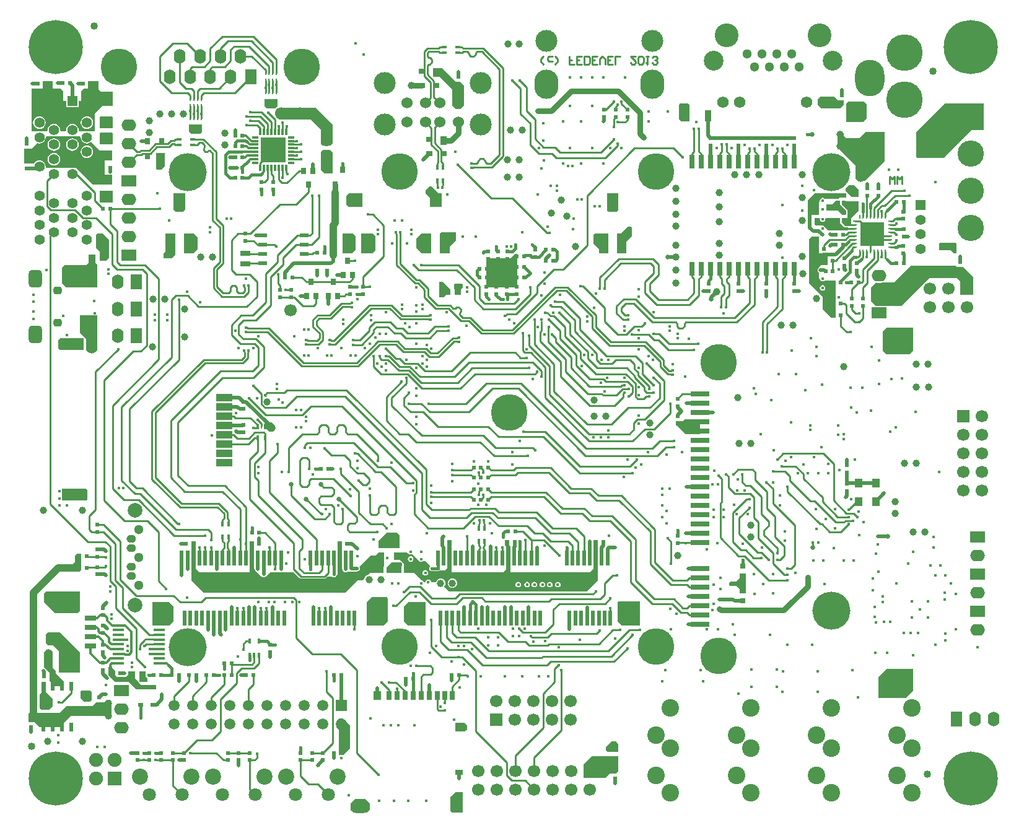
<source format=gbl>
%FSLAX44Y44*%
%MOMM*%
G71*
G01*
G75*
G04 Layer_Physical_Order=6*
G04 Layer_Color=16711680*
%ADD10R,0.2500X0.8000*%
%ADD11R,0.4000X0.6500*%
%ADD12R,0.3250X0.6500*%
%ADD13R,0.6000X0.5000*%
%ADD14R,1.2000X1.1500*%
%ADD15R,2.5000X3.3000*%
%ADD16R,1.8288X3.4290*%
%ADD17R,0.6400X4.7000*%
%ADD18R,0.6400X2.5400*%
%ADD19R,1.4500X0.3000*%
%ADD20R,0.8500X0.2800*%
%ADD21R,0.2800X0.8500*%
%ADD22R,3.1500X3.1500*%
%ADD23R,3.5000X3.5000*%
%ADD24R,0.8500X0.3000*%
%ADD25R,0.3000X0.8500*%
%ADD26R,3.5000X3.5000*%
%ADD27R,1.0400X0.3800*%
%ADD28R,1.0000X0.2800*%
%ADD29R,0.2800X1.0000*%
%ADD30R,3.7000X3.7000*%
%ADD31R,0.8000X0.2400*%
%ADD32R,0.2400X0.8000*%
%ADD33R,2.2000X2.2000*%
%ADD34R,1.0000X0.5500*%
%ADD35R,1.2000X0.5800*%
%ADD36R,0.5800X1.2000*%
%ADD37R,0.9000X0.7000*%
%ADD38R,0.7000X0.9000*%
%ADD39C,1.0160*%
%ADD40R,1.9000X2.6000*%
%ADD41R,0.2800X1.4000*%
%ADD42R,0.8000X0.8000*%
%ADD43R,0.7500X0.4000*%
%ADD44R,0.9000X1.2000*%
%ADD45R,0.9000X0.8000*%
%ADD46R,0.6858X0.5588*%
%ADD47R,0.5000X0.6000*%
%ADD48R,1.6000X0.3000*%
%ADD49R,2.3700X2.4300*%
%ADD50R,2.4300X2.3700*%
%ADD51R,1.6000X0.9000*%
%ADD52R,0.9000X1.6000*%
%ADD53R,0.9000X1.3000*%
%ADD54R,1.3000X0.9000*%
%ADD55R,0.8000X0.8000*%
%ADD56R,0.5000X0.5000*%
%ADD57R,0.5000X0.5000*%
%ADD58R,0.3000X2.6000*%
%ADD59R,0.6000X1.0500*%
%ADD60R,0.7000X0.2800*%
%ADD61R,2.3368X1.6500*%
%ADD62O,0.2800X0.8500*%
%ADD63R,1.2000X0.9000*%
%ADD64R,0.8000X0.9000*%
%ADD65R,2.7000X1.4000*%
%ADD66R,0.7000X2.0000*%
%ADD67R,1.2000X1.2000*%
%ADD68R,1.5000X2.6000*%
%ADD69R,1.0000X2.6000*%
%ADD70R,1.9000X1.8000*%
%ADD71R,1.3500X0.4000*%
%ADD72R,2.9500X1.5000*%
%ADD73R,2.3000X1.0000*%
%ADD74R,2.0000X1.2500*%
%ADD75R,1.7000X0.8000*%
%ADD76C,0.2500*%
%ADD77C,0.3000*%
%ADD78C,0.5000*%
%ADD79C,0.2800*%
%ADD80C,0.4000*%
%ADD81C,0.2400*%
%ADD82C,0.8000*%
%ADD83C,0.5800*%
%ADD84C,0.6000*%
%ADD85C,0.4300*%
%ADD86C,0.3500*%
%ADD87C,1.0000*%
%ADD88C,0.2830*%
%ADD89C,1.7000*%
%ADD90C,5.0000*%
%ADD91O,4.0000X5.0000*%
%ADD92R,1.7000X1.7000*%
%ADD93R,1.7000X1.7000*%
%ADD94C,7.4000*%
%ADD95C,5.2000*%
%ADD96C,1.4000*%
%ADD97R,1.4000X1.4000*%
%ADD98R,2.0000X1.6000*%
%ADD99O,2.0000X1.6000*%
%ADD100R,1.6000X2.0000*%
%ADD101O,1.6000X2.0000*%
%ADD102C,1.3000*%
%ADD103C,2.0000*%
%ADD104O,1.3000X1.1000*%
%ADD105C,2.4000*%
%ADD106O,1.6000X2.0000*%
%ADD107R,1.6000X2.0000*%
%ADD108C,1.9000*%
%ADD109R,1.9000X1.9000*%
%ADD110C,3.6000*%
%ADD111R,3.6000X3.6000*%
%ADD112C,1.8000*%
%ADD113C,2.2000*%
%ADD114C,2.7000*%
%ADD115C,3.2500*%
%ADD116C,1.5748*%
%ADD117C,3.0000*%
%ADD118C,1.5240*%
%ADD119O,3.3000X4.0000*%
%ADD120C,3.0000*%
G04:AMPARAMS|DCode=121|XSize=1.25mm|YSize=1.1mm|CornerRadius=0.462mm|HoleSize=0mm|Usage=FLASHONLY|Rotation=0.000|XOffset=0mm|YOffset=0mm|HoleType=Round|Shape=RoundedRectangle|*
%AMROUNDEDRECTD121*
21,1,1.2500,0.1760,0,0,0.0*
21,1,0.3260,1.1000,0,0,0.0*
1,1,0.9240,0.1630,-0.0880*
1,1,0.9240,-0.1630,-0.0880*
1,1,0.9240,-0.1630,0.0880*
1,1,0.9240,0.1630,0.0880*
%
%ADD121ROUNDEDRECTD121*%
G04:AMPARAMS|DCode=122|XSize=1.9mm|YSize=2.425mm|CornerRadius=0.57mm|HoleSize=0mm|Usage=FLASHONLY|Rotation=0.000|XOffset=0mm|YOffset=0mm|HoleType=Round|Shape=RoundedRectangle|*
%AMROUNDEDRECTD122*
21,1,1.9000,1.2850,0,0,0.0*
21,1,0.7600,2.4250,0,0,0.0*
1,1,1.1400,0.3800,-0.6425*
1,1,1.1400,-0.3800,-0.6425*
1,1,1.1400,-0.3800,0.6425*
1,1,1.1400,0.3800,0.6425*
%
%ADD122ROUNDEDRECTD122*%
%ADD123R,1.5000X1.5000*%
%ADD124C,1.5000*%
%ADD125C,0.4500*%
%ADD126C,1.0000*%
%ADD127C,1.0000*%
%ADD128C,1.6000*%
G04:AMPARAMS|DCode=129|XSize=2mm|YSize=2mm|CornerRadius=0mm|HoleSize=0mm|Usage=FLASHONLY|Rotation=0.000|XOffset=0mm|YOffset=0mm|HoleType=Round|Shape=Relief|Width=0.5mm|Gap=0.2mm|Entries=4|*
%AMTHD129*
7,0,0,2.0000,1.6000,0.5000,45*
%
%ADD129THD129*%
%ADD130C,2.2000*%
%ADD131C,3.8000*%
G04:AMPARAMS|DCode=132|XSize=3.7mm|YSize=3.7mm|CornerRadius=0mm|HoleSize=0mm|Usage=FLASHONLY|Rotation=0.000|XOffset=0mm|YOffset=0mm|HoleType=Round|Shape=Relief|Width=0.5mm|Gap=0.2mm|Entries=4|*
%AMTHD132*
7,0,0,3.7000,3.3000,0.5000,45*
%
%ADD132THD132*%
G04:AMPARAMS|DCode=133|XSize=2.1mm|YSize=2.1mm|CornerRadius=0mm|HoleSize=0mm|Usage=FLASHONLY|Rotation=0.000|XOffset=0mm|YOffset=0mm|HoleType=Round|Shape=Relief|Width=0.5mm|Gap=0.2mm|Entries=4|*
%AMTHD133*
7,0,0,2.1000,1.7000,0.5000,45*
%
%ADD133THD133*%
%ADD134C,1.6500*%
G04:AMPARAMS|DCode=135|XSize=4.2mm|YSize=4.2mm|CornerRadius=0mm|HoleSize=0mm|Usage=FLASHONLY|Rotation=0.000|XOffset=0mm|YOffset=0mm|HoleType=Round|Shape=Relief|Width=0.5mm|Gap=0.2mm|Entries=4|*
%AMTHD135*
7,0,0,4.2000,3.8000,0.5000,45*
%
%ADD135THD135*%
G04:AMPARAMS|DCode=136|XSize=1.8mm|YSize=1.8mm|CornerRadius=0mm|HoleSize=0mm|Usage=FLASHONLY|Rotation=0.000|XOffset=0mm|YOffset=0mm|HoleType=Round|Shape=Relief|Width=0.5mm|Gap=0.2mm|Entries=4|*
%AMTHD136*
7,0,0,1.8000,1.4000,0.5000,45*
%
%ADD136THD136*%
G04:AMPARAMS|DCode=137|XSize=3.2mm|YSize=3.2mm|CornerRadius=0mm|HoleSize=0mm|Usage=FLASHONLY|Rotation=0.000|XOffset=0mm|YOffset=0mm|HoleType=Round|Shape=Relief|Width=0.5mm|Gap=0.2mm|Entries=4|*
%AMTHD137*
7,0,0,3.2000,2.8000,0.5000,45*
%
%ADD137THD137*%
G04:AMPARAMS|DCode=138|XSize=1.74mm|YSize=1.74mm|CornerRadius=0mm|HoleSize=0mm|Usage=FLASHONLY|Rotation=0.000|XOffset=0mm|YOffset=0mm|HoleType=Round|Shape=Relief|Width=0.5mm|Gap=0.2mm|Entries=4|*
%AMTHD138*
7,0,0,1.7400,1.3400,0.5000,45*
%
%ADD138THD138*%
G04:AMPARAMS|DCode=139|XSize=2.35mm|YSize=2.35mm|CornerRadius=0mm|HoleSize=0mm|Usage=FLASHONLY|Rotation=0.000|XOffset=0mm|YOffset=0mm|HoleType=Round|Shape=Relief|Width=0.5mm|Gap=0.2mm|Entries=4|*
%AMTHD139*
7,0,0,2.3500,1.9500,0.5000,45*
%
%ADD139THD139*%
%ADD140C,1.3400*%
G04:AMPARAMS|DCode=141|XSize=2.6mm|YSize=2.6mm|CornerRadius=0mm|HoleSize=0mm|Usage=FLASHONLY|Rotation=0.000|XOffset=0mm|YOffset=0mm|HoleType=Round|Shape=Relief|Width=0.5mm|Gap=0.2mm|Entries=4|*
%AMTHD141*
7,0,0,2.6000,2.2000,0.5000,45*
%
%ADD141THD141*%
%ADD142C,1.6900*%
G04:AMPARAMS|DCode=143|XSize=4.18mm|YSize=4.18mm|CornerRadius=0mm|HoleSize=0mm|Usage=FLASHONLY|Rotation=0.000|XOffset=0mm|YOffset=0mm|HoleType=Round|Shape=Relief|Width=0.5mm|Gap=0.2mm|Entries=4|*
%AMTHD143*
7,0,0,4.1800,3.7800,0.5000,45*
%
%ADD143THD143*%
G04:AMPARAMS|DCode=144|XSize=2.09mm|YSize=2.09mm|CornerRadius=0mm|HoleSize=0mm|Usage=FLASHONLY|Rotation=0.000|XOffset=0mm|YOffset=0mm|HoleType=Round|Shape=Relief|Width=0.5mm|Gap=0.2mm|Entries=4|*
%AMTHD144*
7,0,0,2.0900,1.6900,0.5000,45*
%
%ADD144THD144*%
%ADD145C,2.4000*%
G04:AMPARAMS|DCode=146|XSize=2.8mm|YSize=2.8mm|CornerRadius=0mm|HoleSize=0mm|Usage=FLASHONLY|Rotation=0.000|XOffset=0mm|YOffset=0mm|HoleType=Round|Shape=Relief|Width=0.5mm|Gap=0.2mm|Entries=4|*
%AMTHD146*
7,0,0,2.8000,2.4000,0.5000,45*
%
%ADD146THD146*%
G04:AMPARAMS|DCode=147|XSize=2.3mm|YSize=2.3mm|CornerRadius=0mm|HoleSize=0mm|Usage=FLASHONLY|Rotation=0.000|XOffset=0mm|YOffset=0mm|HoleType=Round|Shape=Relief|Width=0.5mm|Gap=0.2mm|Entries=4|*
%AMTHD147*
7,0,0,2.3000,1.9000,0.5000,45*
%
%ADD147THD147*%
%ADD148C,3.8500*%
%ADD149C,1.9500*%
G04:AMPARAMS|DCode=150|XSize=3.3mm|YSize=3.3mm|CornerRadius=0mm|HoleSize=0mm|Usage=FLASHONLY|Rotation=0.000|XOffset=0mm|YOffset=0mm|HoleType=Round|Shape=Relief|Width=0.5mm|Gap=0.2mm|Entries=4|*
%AMTHD150*
7,0,0,3.3000,2.9000,0.5000,45*
%
%ADD150THD150*%
%ADD151C,2.3500*%
G04:AMPARAMS|DCode=152|XSize=3.4mm|YSize=3.4mm|CornerRadius=0mm|HoleSize=0mm|Usage=FLASHONLY|Rotation=0.000|XOffset=0mm|YOffset=0mm|HoleType=Round|Shape=Relief|Width=0.5mm|Gap=0.2mm|Entries=4|*
%AMTHD152*
7,0,0,3.4000,3.0000,0.5000,45*
%
%ADD152THD152*%
G04:AMPARAMS|DCode=153|XSize=4mm|YSize=4mm|CornerRadius=0mm|HoleSize=0mm|Usage=FLASHONLY|Rotation=0.000|XOffset=0mm|YOffset=0mm|HoleType=Round|Shape=Relief|Width=0.5mm|Gap=0.2mm|Entries=4|*
%AMTHD153*
7,0,0,4.0000,3.6000,0.5000,45*
%
%ADD153THD153*%
G04:AMPARAMS|DCode=154|XSize=3mm|YSize=3mm|CornerRadius=0mm|HoleSize=0mm|Usage=FLASHONLY|Rotation=0.000|XOffset=0mm|YOffset=0mm|HoleType=Round|Shape=Relief|Width=0.5mm|Gap=0.2mm|Entries=4|*
%AMTHD154*
7,0,0,3.0000,2.6000,0.5000,45*
%
%ADD154THD154*%
%ADD155C,2.1500*%
G04:AMPARAMS|DCode=156|XSize=1.85mm|YSize=1.85mm|CornerRadius=0mm|HoleSize=0mm|Usage=FLASHONLY|Rotation=0.000|XOffset=0mm|YOffset=0mm|HoleType=Round|Shape=Relief|Width=0.5mm|Gap=0.2mm|Entries=4|*
%AMTHD156*
7,0,0,1.8500,1.4500,0.5000,45*
%
%ADD156THD156*%
%ADD157C,2.0000*%
%ADD158C,2.9500*%
G04:AMPARAMS|DCode=159|XSize=1.7mm|YSize=1.7mm|CornerRadius=0mm|HoleSize=0mm|Usage=FLASHONLY|Rotation=0.000|XOffset=0mm|YOffset=0mm|HoleType=Round|Shape=Relief|Width=0.5mm|Gap=0.2mm|Entries=4|*
%AMTHD159*
7,0,0,1.7000,1.3000,0.5000,45*
%
%ADD159THD159*%
G04:AMPARAMS|DCode=160|XSize=1.9mm|YSize=1.9mm|CornerRadius=0mm|HoleSize=0mm|Usage=FLASHONLY|Rotation=0.000|XOffset=0mm|YOffset=0mm|HoleType=Round|Shape=Relief|Width=0.5mm|Gap=0.2mm|Entries=4|*
%AMTHD160*
7,0,0,1.9000,1.5000,0.5000,45*
%
%ADD160THD160*%
%ADD161C,0.8000*%
%ADD162C,1.1000*%
%ADD163C,0.2000*%
%ADD164R,2.3000X3.2000*%
%ADD165R,0.6000X2.0000*%
%ADD166R,0.2500X0.6000*%
%ADD167R,3.3000X3.3000*%
%ADD168R,0.6000X0.2300*%
%ADD169R,0.2300X0.6000*%
%ADD170R,0.2500X0.5000*%
%ADD171R,1.6000X0.3500*%
%ADD172R,1.6000X0.8000*%
%ADD173R,3.0000X2.1000*%
%ADD174R,0.7620X1.9050*%
%ADD175R,3.6000X3.0000*%
%ADD176R,2.5000X0.8000*%
%ADD177R,0.4000X0.7500*%
%ADD178C,0.6350*%
%ADD179R,1.4000X0.7500*%
%ADD180R,1.1000X1.2000*%
%ADD181R,1.2000X2.7000*%
%ADD182R,1.5000X1.9000*%
%ADD183R,1.0000X1.2000*%
%ADD184R,1.0000X0.8001*%
%ADD185R,1.0000X2.8001*%
%ADD186R,1.3000X1.8999*%
%ADD187R,1.0000X1.2000*%
%ADD188R,0.7000X1.2000*%
%ADD189C,0.2300*%
%ADD190C,0.2200*%
G36*
X930000Y521000D02*
X910000D01*
X897000Y534000D01*
Y538000D01*
X907000D01*
X910000Y541000D01*
X930000D01*
Y521000D01*
D02*
G37*
G36*
X91000Y446000D02*
X93000Y444000D01*
Y432000D01*
X91000Y430000D01*
X58000Y430100D01*
Y445392D01*
X58708Y446098D01*
X91000Y446000D01*
D02*
G37*
G36*
X350000Y532000D02*
Y527000D01*
X347000Y524000D01*
X342000D01*
X339000Y527000D01*
X335000D01*
Y537000D01*
X345000D01*
X350000Y532000D01*
D02*
G37*
G36*
X107000Y636000D02*
X103000Y632000D01*
X95000D01*
X91000Y636000D01*
Y640000D01*
Y651000D01*
X83000Y659000D01*
Y683000D01*
X107000D01*
Y636000D01*
D02*
G37*
G36*
X1222000Y635000D02*
X1220000Y633000D01*
X1217000Y630000D01*
X1185000D01*
X1181000Y634000D01*
X1180000Y635000D01*
Y648000D01*
Y661000D01*
X1185000Y666000D01*
X1222000D01*
Y635000D01*
D02*
G37*
G36*
X523000Y344000D02*
Y341000D01*
X522000Y340000D01*
Y331000D01*
X502000D01*
Y338000D01*
X509000Y345000D01*
X522000D01*
X523000Y344000D01*
D02*
G37*
G36*
X441000Y337000D02*
X441922Y336078D01*
Y336000D01*
X442000Y335606D01*
Y335000D01*
X442150Y334850D01*
X442232Y334439D01*
X443116Y333116D01*
X444439Y332232D01*
X446000Y331922D01*
X447561Y332232D01*
X448710Y333000D01*
X453606D01*
X454000Y332922D01*
X454000Y332922D01*
X461000D01*
X462561Y333232D01*
X462680Y333312D01*
X463463Y333468D01*
X464704Y334296D01*
X465532Y335537D01*
X465823Y337000D01*
X465532Y338463D01*
X465104Y339104D01*
X481000Y355000D01*
X487000D01*
X491000Y359000D01*
X499000D01*
Y340000D01*
X498000Y339000D01*
Y331000D01*
X479000D01*
X476337Y328337D01*
X476303Y328333D01*
X474722Y327678D01*
X473364Y326636D01*
X472322Y325278D01*
X471667Y323697D01*
X471663Y323663D01*
X469000Y321000D01*
X462000D01*
X445000Y304000D01*
X252000D01*
X235000Y321000D01*
Y374000D01*
X241000D01*
Y337000D01*
X246000Y332000D01*
X269607D01*
X270000Y331922D01*
X270393Y332000D01*
X315000D01*
Y374000D01*
X321000D01*
Y336000D01*
X322150Y334850D01*
X322232Y334439D01*
X323116Y333116D01*
X324439Y332232D01*
X324849Y332151D01*
X325000Y332000D01*
X331000Y326000D01*
X331290D01*
X332439Y325232D01*
X334000Y324922D01*
X335560Y325232D01*
X336710Y326000D01*
X337000D01*
X343000Y332000D01*
X357607D01*
X358000Y331922D01*
X358393Y332000D01*
X375000D01*
X381000Y326000D01*
X381035D01*
X383017Y324017D01*
X383927Y323410D01*
X385000Y323196D01*
X417000D01*
X418073Y323410D01*
X418983Y324017D01*
X420965Y326000D01*
X427740D01*
X428537Y325468D01*
X430000Y325177D01*
X431463Y325468D01*
X432704Y326296D01*
X433523Y327523D01*
X435000Y329000D01*
Y374000D01*
X441000D01*
Y337000D01*
D02*
G37*
G36*
X791000Y375293D02*
X791000Y321000D01*
X776000Y306000D01*
X587000D01*
X580636Y312364D01*
X581678Y313722D01*
X582333Y315303D01*
X582556Y317000D01*
X582333Y318697D01*
X581678Y320278D01*
X580636Y321636D01*
X579278Y322678D01*
X577697Y323333D01*
X576000Y323556D01*
X574303Y323333D01*
X572722Y322678D01*
X571364Y321636D01*
X570322Y320278D01*
X569667Y318697D01*
X569576Y318000D01*
X562823D01*
X562823Y318000D01*
X562532Y319463D01*
X561704Y320704D01*
X560463Y321532D01*
X559000Y321824D01*
X557537Y321532D01*
X556296Y320704D01*
X555468Y319463D01*
X555177Y318000D01*
X555177Y318000D01*
X555177D01*
X555177Y318000D01*
X553000D01*
X552523Y318477D01*
X551704Y319704D01*
X550476Y320523D01*
X540000Y331000D01*
X526000D01*
Y344000D01*
X521000Y349000D01*
X512000D01*
Y359000D01*
X530000D01*
X532000Y357000D01*
X532740D01*
X533537Y356468D01*
X535000Y356177D01*
X536463Y356468D01*
X537104Y356896D01*
X545476Y348523D01*
X546296Y347296D01*
X547537Y346468D01*
X549000Y346176D01*
X550463Y346468D01*
X551260Y347000D01*
X555000D01*
X561386Y340614D01*
X561296Y339704D01*
X560468Y338463D01*
X560177Y337000D01*
X560468Y335537D01*
X561296Y334296D01*
X562537Y333468D01*
X564000Y333177D01*
X565281Y333431D01*
X570719D01*
X572000Y333177D01*
X573463Y333468D01*
X574260Y334000D01*
X582000D01*
X585000Y337000D01*
X585000D01*
X585000Y337000D01*
X585000Y376000D01*
X590293D01*
X591000Y375293D01*
X591000Y332000D01*
X661000D01*
X665000Y336000D01*
Y367000D01*
X664000Y368000D01*
Y376000D01*
X670000D01*
Y368000D01*
X671000Y367000D01*
Y332000D01*
X780000D01*
X785000Y337000D01*
X785000Y376000D01*
X790293D01*
X791000Y375293D01*
D02*
G37*
G36*
X517000Y385000D02*
X520000Y382000D01*
Y378000D01*
Y365000D01*
X491000D01*
Y375000D01*
X502000Y386000D01*
X516000D01*
X517000Y385000D01*
D02*
G37*
G36*
X85000Y335000D02*
X83000Y333000D01*
X73000D01*
Y343000D01*
X76000Y346000D01*
Y354000D01*
X79000Y357000D01*
X85000D01*
Y335000D01*
D02*
G37*
G36*
X681000Y721000D02*
X638000D01*
Y761000D01*
X671000D01*
X677000Y767000D01*
X681000D01*
Y721000D01*
D02*
G37*
G36*
X104000Y755000D02*
X107000Y752000D01*
Y721000D01*
X64000D01*
X58000Y727000D01*
Y748000D01*
X62000Y752000D01*
X92000D01*
X95000Y755000D01*
Y766000D01*
X104000D01*
Y755000D01*
D02*
G37*
G36*
X123000Y786000D02*
Y762000D01*
X119000Y758000D01*
X110000D01*
Y770000D01*
X105000Y775000D01*
Y793000D01*
X107000Y795000D01*
X114000D01*
X123000Y786000D01*
D02*
G37*
G36*
X563000Y795000D02*
Y768000D01*
X550000D01*
X550000Y768000D01*
X543000Y775000D01*
Y788000D01*
X550000Y795000D01*
X563000Y795000D01*
D02*
G37*
G36*
X213000Y766000D02*
X208000Y761000D01*
X198000D01*
X197000Y762000D01*
Y767000D01*
X200000Y770000D01*
Y795000D01*
X213000D01*
Y766000D01*
D02*
G37*
G36*
X1093000Y768000D02*
X1105000D01*
Y752000D01*
X1096000D01*
X1093000Y749000D01*
Y748474D01*
X1092116Y747884D01*
X1091232Y746561D01*
X1090922Y745000D01*
X1091232Y743439D01*
X1092116Y742116D01*
X1093000Y741526D01*
Y734000D01*
X1094295Y732705D01*
X1094468Y731837D01*
X1095296Y730596D01*
X1096537Y729768D01*
X1098000Y729477D01*
X1099463Y729768D01*
X1100704Y730596D01*
X1100973Y731000D01*
X1116000D01*
Y708872D01*
X1115826Y708000D01*
X1116000Y707128D01*
Y680000D01*
X1110000D01*
X1098000Y692000D01*
Y708000D01*
X1079000Y727000D01*
Y787000D01*
X1083000Y791000D01*
X1093000D01*
Y768000D01*
D02*
G37*
G36*
X88000Y635600D02*
X56000D01*
X53000Y638600D01*
Y648600D01*
X56000Y651600D01*
X88000D01*
Y635600D01*
D02*
G37*
G36*
X589000Y719000D02*
Y711000D01*
X583000D01*
X580000Y708000D01*
X575000D01*
X574000Y709000D01*
Y728000D01*
X575000Y729000D01*
X579000D01*
X589000Y719000D01*
D02*
G37*
G36*
X1282000Y749000D02*
X1290000D01*
X1304000Y735000D01*
Y711000D01*
X1286000D01*
Y730000D01*
X1282000Y734000D01*
X1244000D01*
X1237344Y727344D01*
X1237068Y727132D01*
X1236857Y726857D01*
X1206000Y696000D01*
X1171000D01*
X1164000Y703000D01*
Y721000D01*
X1170718Y727718D01*
X1173000Y727418D01*
X1177000D01*
X1179480Y727745D01*
X1180097Y728000D01*
X1195000D01*
X1218000Y751000D01*
X1280000D01*
X1282000Y749000D01*
D02*
G37*
G36*
X606000Y725000D02*
Y721000D01*
X604000Y719000D01*
X604000Y711707D01*
X603293Y711000D01*
X595000D01*
Y719000D01*
X595000D01*
X594000Y720000D01*
Y725000D01*
X595000Y726000D01*
X605000D01*
X606000Y725000D01*
D02*
G37*
G36*
X126000Y155000D02*
Y137000D01*
X124000Y135000D01*
X70000D01*
X61000Y126000D01*
Y120000D01*
X28000D01*
X21000Y127000D01*
X13000D01*
Y139000D01*
X15000Y141000D01*
X23000D01*
X24000Y140000D01*
X55000D01*
X64000Y149000D01*
X100000D01*
X105000Y154000D01*
X116000D01*
X119000Y157000D01*
X124000D01*
X126000Y155000D01*
D02*
G37*
G36*
X612000Y123000D02*
Y120000D01*
Y117000D01*
X609000Y114000D01*
X596000D01*
Y126000D01*
X609000D01*
X612000Y123000D01*
D02*
G37*
G36*
X36000Y168000D02*
X46000Y158000D01*
Y149000D01*
X41000Y144000D01*
X30000D01*
X28000Y146000D01*
Y165000D01*
X30000Y167000D01*
Y182000D01*
X36000D01*
Y168000D01*
D02*
G37*
G36*
X1222000Y170000D02*
X1216000Y164000D01*
X1212000Y160000D01*
X1175000D01*
X1174000Y161000D01*
Y189000D01*
X1185000Y200000D01*
X1222000D01*
Y170000D01*
D02*
G37*
G36*
X99000Y168000D02*
Y157000D01*
X97000Y155000D01*
X89000D01*
X84000Y160000D01*
Y169000D01*
X85000Y170000D01*
X97000D01*
X99000Y168000D01*
D02*
G37*
G36*
X606000Y3000D02*
X592000D01*
X589000Y6000D01*
Y24000D01*
X596000Y31000D01*
X606000D01*
Y3000D01*
D02*
G37*
G36*
X479000Y16000D02*
Y12000D01*
Y7000D01*
X475000Y3000D01*
X457000D01*
X454000Y6000D01*
X453000Y7000D01*
Y8000D01*
Y16000D01*
X456000Y19000D01*
X459000Y22000D01*
X473000D01*
X479000Y16000D01*
D02*
G37*
G36*
X819000Y60000D02*
X816000Y57000D01*
X807000D01*
X801000Y51000D01*
X771000D01*
Y69000D01*
X782000Y80000D01*
X819000D01*
Y60000D01*
D02*
G37*
G36*
Y97000D02*
Y86000D01*
X804000D01*
X802000Y88000D01*
Y93000D01*
X810000Y101000D01*
X815000D01*
X819000Y97000D01*
D02*
G37*
G36*
X452000Y123000D02*
Y91000D01*
X443000Y82000D01*
X437000D01*
Y116000D01*
X433000Y120000D01*
Y128000D01*
X437000Y132000D01*
X443000D01*
X452000Y123000D01*
D02*
G37*
G36*
X555000Y259000D02*
X532000D01*
X526000Y265000D01*
Y280000D01*
Y285000D01*
X532000Y291000D01*
X555000D01*
Y259000D01*
D02*
G37*
G36*
X504000Y296000D02*
Y265000D01*
X498000Y259000D01*
X475000D01*
Y291000D01*
X482000Y298000D01*
X502000D01*
X504000Y296000D01*
D02*
G37*
G36*
X848000Y259000D02*
X824000D01*
X818000Y265000D01*
Y291000D01*
X819000Y292000D01*
X848000D01*
Y259000D01*
D02*
G37*
G36*
X993000Y303000D02*
X985000D01*
Y308000D01*
X980000Y313000D01*
X972000D01*
X970000Y315000D01*
Y317000D01*
X972000Y319000D01*
X980000D01*
X985000Y324000D01*
Y330000D01*
X993000D01*
Y303000D01*
D02*
G37*
G36*
X83000Y279000D02*
X80000Y276000D01*
X49000D01*
X34000Y291000D01*
Y303000D01*
X37000Y306000D01*
X83000D01*
Y279000D01*
D02*
G37*
G36*
X46000Y223000D02*
Y201000D01*
X50000Y197000D01*
Y194000D01*
X61000Y183000D01*
Y176000D01*
X43000D01*
Y182000D01*
X41000Y184000D01*
Y195000D01*
X34000Y202000D01*
Y223000D01*
X37000Y226000D01*
X43000D01*
X46000Y223000D01*
D02*
G37*
G36*
X131000Y197000D02*
Y191000D01*
X133000Y189000D01*
X146000D01*
X149000Y192000D01*
Y196000D01*
X158000D01*
Y187000D01*
X162477Y182523D01*
X163296Y181296D01*
X164524Y180476D01*
X167000Y178000D01*
X187000D01*
Y172000D01*
X160000D01*
X150000Y182000D01*
X131000D01*
X125000Y188000D01*
X122000Y191000D01*
Y202000D01*
X126000D01*
X131000Y197000D01*
D02*
G37*
G36*
X173000Y189000D02*
X175000Y187000D01*
Y183000D01*
X174000Y182000D01*
X165166D01*
X164666Y182334D01*
X164334Y182666D01*
X164000Y183166D01*
Y196000D01*
X173000D01*
Y189000D01*
D02*
G37*
G36*
X211000Y285000D02*
Y265000D01*
X205000Y259000D01*
X182000D01*
Y291000D01*
X205000D01*
X211000Y285000D01*
D02*
G37*
G36*
X83000Y223000D02*
Y195000D01*
X54000D01*
Y224000D01*
X46000Y232000D01*
X39000D01*
X36000Y235000D01*
Y247000D01*
X39000Y250000D01*
X56000D01*
X83000Y223000D01*
D02*
G37*
G36*
X353000Y969000D02*
X350000Y966000D01*
X338000D01*
X335000Y969000D01*
Y979000D01*
X353000D01*
Y969000D01*
D02*
G37*
G36*
X199000Y887000D02*
X195000Y883000D01*
X194000Y882000D01*
X189000D01*
X187000Y884000D01*
Y905000D01*
X199000D01*
Y887000D01*
D02*
G37*
G36*
X916000Y971000D02*
Y949000D01*
X915000Y948000D01*
X905000D01*
X902000Y951000D01*
Y971000D01*
X904000Y973000D01*
X914000D01*
X916000Y971000D01*
D02*
G37*
G36*
X594000Y1005000D02*
X597000Y1002000D01*
X603000D01*
X608000Y997000D01*
Y974000D01*
Y970000D01*
X607000Y969000D01*
X603000Y965000D01*
X597000D01*
X592000Y970000D01*
Y992000D01*
X588000Y996000D01*
X575000Y1009000D01*
X566000D01*
Y1021000D01*
X578000D01*
X594000Y1005000D01*
D02*
G37*
G36*
X1119000Y977000D02*
X1127000D01*
Y971000D01*
X1122000Y966000D01*
X1096000D01*
X1091000Y971000D01*
Y978000D01*
X1095000Y982000D01*
X1114000D01*
X1119000Y977000D01*
D02*
G37*
G36*
X1130000Y844000D02*
X1121000D01*
X1119000Y842000D01*
X1101174D01*
X1100704Y842704D01*
X1099463Y843532D01*
X1098000Y843823D01*
X1096537Y843532D01*
X1095296Y842704D01*
X1094468Y841463D01*
X1094177Y840000D01*
X1094313Y839313D01*
X1093000Y838000D01*
Y820000D01*
X1078000D01*
Y841000D01*
X1087000Y850000D01*
X1130000D01*
Y844000D01*
D02*
G37*
G36*
X428000Y906000D02*
Y877000D01*
X417000D01*
X412000Y882000D01*
Y906000D01*
X415000Y909000D01*
X425000D01*
X428000Y906000D01*
D02*
G37*
G36*
X1147000Y855000D02*
Y845000D01*
X1138000D01*
X1131000Y852000D01*
X1130000D01*
X1129000Y853000D01*
Y856000D01*
X1132000Y859000D01*
X1134000Y861000D01*
X1141000D01*
X1147000Y855000D01*
D02*
G37*
G36*
X1183000Y894000D02*
X1156000Y867000D01*
X1146000D01*
X1143000Y870000D01*
Y888000D01*
X1136000Y895000D01*
X1118000Y913000D01*
X1118000D01*
Y932000D01*
X1120000Y934000D01*
Y934000D01*
X1125000D01*
X1127000Y932000D01*
Y928000D01*
X1130000Y925000D01*
X1148000D01*
X1150000Y927000D01*
X1157000Y934000D01*
X1183000D01*
Y894000D01*
D02*
G37*
G36*
X83998Y927045D02*
X83927Y926500D01*
X84219Y924281D01*
X85075Y922213D01*
X86438Y920438D01*
X88213Y919075D01*
X90281Y918219D01*
X92500Y917927D01*
X94719Y918219D01*
X96787Y919075D01*
X97997Y920004D01*
X110000Y908000D01*
X127000D01*
Y895000D01*
X117000D01*
Y875000D01*
X123606D01*
X124000Y874922D01*
X124394Y875000D01*
X127000D01*
Y862000D01*
X101000D01*
X78000Y885000D01*
X73057D01*
X72500Y885073D01*
X71943Y885000D01*
X48057D01*
X47500Y885073D01*
X46943Y885000D01*
X36839D01*
X36002Y885955D01*
X36073Y886500D01*
X35781Y888719D01*
X34925Y890787D01*
X33562Y892562D01*
X31787Y893925D01*
X29719Y894781D01*
X27500Y895073D01*
X25281Y894781D01*
X23213Y893925D01*
X21438Y892562D01*
X20239Y891000D01*
X7000D01*
Y911000D01*
X17000D01*
X23000Y917000D01*
X24530Y918530D01*
X25281Y918219D01*
X27500Y917927D01*
X29719Y918219D01*
X31787Y919075D01*
X33562Y920438D01*
X34925Y922213D01*
X35781Y924281D01*
X36073Y926500D01*
X36002Y927045D01*
X36839Y928000D01*
X46943D01*
X47500Y927927D01*
X48057Y928000D01*
X71943D01*
X72500Y927927D01*
X73057Y928000D01*
X83161D01*
X83998Y927045D01*
D02*
G37*
G36*
X128000Y932000D02*
Y917000D01*
X110000D01*
Y932000D01*
X111000Y933000D01*
X127000D01*
X128000Y932000D01*
D02*
G37*
G36*
X428000Y944000D02*
Y918000D01*
X428000D01*
X425000Y915000D01*
X415000D01*
X412000Y918000D01*
Y937000D01*
X398000Y951000D01*
X355000D01*
X352000Y954000D01*
Y964000D01*
X354000D01*
X357000Y967000D01*
X405000D01*
X428000Y944000D01*
D02*
G37*
G36*
X128000Y954000D02*
Y939000D01*
X110000D01*
Y954000D01*
X111000Y955000D01*
X127000D01*
X128000Y954000D01*
D02*
G37*
G36*
X1158000Y972000D02*
Y952000D01*
X1153000Y947000D01*
X1130000D01*
Y972000D01*
X1133000Y975000D01*
X1155000D01*
X1158000Y972000D01*
D02*
G37*
G36*
X1318000Y936000D02*
X1301000D01*
X1292000Y927000D01*
X1263000Y898000D01*
X1228000D01*
X1226000Y900000D01*
Y934000D01*
X1265000Y973000D01*
X1318000D01*
Y936000D01*
D02*
G37*
G36*
X250000Y934000D02*
X247000Y931000D01*
X235000D01*
X232000Y934000D01*
Y944000D01*
X250000D01*
Y934000D01*
D02*
G37*
G36*
X837000Y803000D02*
Y791000D01*
X830000Y784000D01*
Y768000D01*
X817000D01*
Y795000D01*
X822000D01*
X831000Y804000D01*
X836000D01*
X837000Y803000D01*
D02*
G37*
G36*
X108000Y992000D02*
X111000Y989000D01*
X128000D01*
Y969000D01*
X113000D01*
X103000Y959000D01*
X103000D01*
Y935000D01*
X93057D01*
X92500Y935073D01*
X91943Y935000D01*
X81839D01*
X81002Y935955D01*
X81073Y936500D01*
X80781Y938719D01*
X79925Y940787D01*
X78562Y942562D01*
X76787Y943925D01*
X74719Y944781D01*
X72500Y945073D01*
X70281Y944781D01*
X68213Y943925D01*
X66438Y942562D01*
X65075Y940787D01*
X64219Y938719D01*
X63927Y936500D01*
X63998Y935955D01*
X63161Y935000D01*
X56839D01*
X56002Y935955D01*
X56073Y936500D01*
X55781Y938719D01*
X54925Y940787D01*
X53562Y942562D01*
X51787Y943925D01*
X49719Y944781D01*
X47500Y945073D01*
X45281Y944781D01*
X43213Y943925D01*
X41438Y942562D01*
X40075Y940787D01*
X39219Y938719D01*
X38927Y936500D01*
X38998Y935955D01*
X38161Y935000D01*
X28057D01*
X27500Y935073D01*
X26943Y935000D01*
X17000D01*
Y993000D01*
X32000D01*
Y1003000D01*
X46000D01*
Y993000D01*
X57000D01*
X60000Y990000D01*
Y976000D01*
X64000D01*
Y968000D01*
X81000D01*
Y976000D01*
X85000D01*
Y990000D01*
X88000Y993000D01*
X94000D01*
Y1003000D01*
X108000D01*
Y992000D01*
D02*
G37*
G36*
X1147000Y826000D02*
X1137000Y816000D01*
Y805000D01*
X1129000D01*
X1124000Y810000D01*
Y816000D01*
X1131000D01*
X1132000Y817000D01*
Y827000D01*
X1126000Y833000D01*
X1124000Y835000D01*
Y839000D01*
X1147000D01*
Y826000D01*
D02*
G37*
G36*
X1281000Y781000D02*
Y769000D01*
X1280000Y768000D01*
X1277000D01*
X1273000Y772000D01*
X1257000D01*
Y781000D01*
X1258000Y782000D01*
X1280000D01*
X1281000Y781000D01*
D02*
G37*
G36*
X597000Y796000D02*
Y786000D01*
X588000Y777000D01*
Y768000D01*
X575000D01*
Y795000D01*
X577000Y797000D01*
X596000D01*
X597000Y796000D01*
D02*
G37*
G36*
X244000Y790000D02*
Y789000D01*
Y778000D01*
Y774000D01*
X238000Y768000D01*
X225000D01*
Y795000D01*
X239000D01*
X244000Y790000D01*
D02*
G37*
G36*
X788000Y795000D02*
X805000D01*
Y768000D01*
X792000D01*
X792000Y774000D01*
X785000Y781000D01*
Y793000D01*
X787000Y795000D01*
X788000Y795000D01*
D02*
G37*
G36*
X487000Y791000D02*
Y772000D01*
X483000Y768000D01*
X467000D01*
Y795000D01*
X483000D01*
X487000Y791000D01*
D02*
G37*
G36*
X460000Y791000D02*
Y772000D01*
X455000Y768000D01*
X442000D01*
Y795000D01*
X456000D01*
X460000Y791000D01*
D02*
G37*
G36*
X819000Y827000D02*
X817000Y825000D01*
X805000D01*
X803000Y827000D01*
Y850000D01*
X819000D01*
Y827000D01*
D02*
G37*
G36*
X227000Y828000D02*
X224000Y825000D01*
X214000D01*
X211000Y828000D01*
Y850000D01*
X227000D01*
Y828000D01*
D02*
G37*
G36*
X469000Y833000D02*
Y832000D01*
Y831000D01*
X450000D01*
X447000Y834000D01*
Y834000D01*
Y847000D01*
X450000Y850000D01*
X469000D01*
Y833000D01*
D02*
G37*
G36*
X128000Y838000D02*
X127000Y837000D01*
X111000D01*
X110000Y838000D01*
Y853000D01*
X128000D01*
Y838000D01*
D02*
G37*
G36*
X573000Y850000D02*
X577000D01*
Y831000D01*
X561000D01*
Y844000D01*
X555000Y850000D01*
Y854000D01*
X560000Y859000D01*
X564000D01*
X573000Y850000D01*
D02*
G37*
G36*
X1122000Y839000D02*
Y834000D01*
X1122500Y833500D01*
Y833000D01*
X1123000D01*
X1130000Y826000D01*
Y821000D01*
X1124000D01*
X1119000Y826000D01*
X1103000D01*
Y835000D01*
X1111000D01*
X1114000Y838000D01*
X1116000Y840000D01*
X1121000D01*
X1122000Y839000D01*
D02*
G37*
G36*
Y809000D02*
X1128000Y803000D01*
X1133000D01*
Y799077D01*
X1132611Y799000D01*
X1106000D01*
X1101423Y803577D01*
X1100704Y804654D01*
X1099627Y805373D01*
X1099000Y806000D01*
X1089000D01*
X1087000Y808000D01*
Y816000D01*
X1093667D01*
X1094301Y815227D01*
X1094177Y814600D01*
X1094468Y813137D01*
X1095296Y811896D01*
X1096537Y811068D01*
X1098000Y810777D01*
X1099463Y811068D01*
X1100704Y811896D01*
X1101532Y813137D01*
X1101823Y814600D01*
X1101699Y815227D01*
X1102333Y816000D01*
X1122000D01*
Y809000D01*
D02*
G37*
%LPC*%
G36*
X92000Y971078D02*
X90439Y970768D01*
X89116Y969884D01*
X88232Y968561D01*
X87922Y967000D01*
X88232Y965439D01*
X89116Y964116D01*
X89616Y963616D01*
X90939Y962732D01*
X92500Y962422D01*
X94061Y962732D01*
X95384Y963616D01*
X96268Y964939D01*
X96578Y966500D01*
X96268Y968061D01*
X95384Y969384D01*
X94884Y969884D01*
X93561Y970768D01*
X92000Y971078D01*
D02*
G37*
G36*
X27000Y971078D02*
X25439Y970768D01*
X24116Y969884D01*
X23232Y968561D01*
X22922Y967000D01*
X23232Y965439D01*
X24116Y964116D01*
X24616Y963616D01*
X25939Y962732D01*
X27500Y962422D01*
X29061Y962732D01*
X30384Y963616D01*
X31268Y964939D01*
X31578Y966500D01*
X31268Y968061D01*
X30384Y969384D01*
X29884Y969884D01*
X28561Y970768D01*
X27000Y971078D01*
D02*
G37*
G36*
X92500Y955073D02*
X90281Y954781D01*
X88213Y953925D01*
X86438Y952562D01*
X85075Y950787D01*
X84219Y948719D01*
X83927Y946500D01*
X84219Y944281D01*
X85075Y942213D01*
X86438Y940438D01*
X88213Y939075D01*
X90281Y938219D01*
X92500Y937927D01*
X94719Y938219D01*
X96787Y939075D01*
X98562Y940438D01*
X99925Y942213D01*
X100781Y944281D01*
X101073Y946500D01*
X100781Y948719D01*
X99925Y950787D01*
X98562Y952562D01*
X96787Y953925D01*
X94719Y954781D01*
X92500Y955073D01*
D02*
G37*
G36*
X27500D02*
X25281Y954781D01*
X23213Y953925D01*
X21438Y952562D01*
X20075Y950787D01*
X19219Y948719D01*
X18927Y946500D01*
X19219Y944281D01*
X20075Y942213D01*
X21438Y940438D01*
X23213Y939075D01*
X25281Y938219D01*
X27500Y937927D01*
X29719Y938219D01*
X31787Y939075D01*
X33562Y940438D01*
X34925Y942213D01*
X35781Y944281D01*
X36073Y946500D01*
X35781Y948719D01*
X34925Y950787D01*
X33562Y952562D01*
X31787Y953925D01*
X29719Y954781D01*
X27500Y955073D01*
D02*
G37*
G36*
X736000Y318823D02*
X734537Y318532D01*
X733296Y317704D01*
X732468Y316463D01*
X732177Y315000D01*
X732468Y313537D01*
X733296Y312296D01*
X734537Y311468D01*
X736000Y311177D01*
X737463Y311468D01*
X738704Y312296D01*
X739532Y313537D01*
X739823Y315000D01*
X739532Y316463D01*
X738704Y317704D01*
X737463Y318532D01*
X736000Y318823D01*
D02*
G37*
G36*
X725000D02*
X723537Y318532D01*
X722296Y317704D01*
X721468Y316463D01*
X721177Y315000D01*
X721468Y313537D01*
X722296Y312296D01*
X723537Y311468D01*
X725000Y311177D01*
X726463Y311468D01*
X727704Y312296D01*
X728532Y313537D01*
X728823Y315000D01*
X728532Y316463D01*
X727704Y317704D01*
X726463Y318532D01*
X725000Y318823D01*
D02*
G37*
G36*
X715000D02*
X713537Y318532D01*
X712296Y317704D01*
X711468Y316463D01*
X711177Y315000D01*
X711468Y313537D01*
X712296Y312296D01*
X713537Y311468D01*
X715000Y311177D01*
X716463Y311468D01*
X717704Y312296D01*
X718532Y313537D01*
X718823Y315000D01*
X718532Y316463D01*
X717704Y317704D01*
X716463Y318532D01*
X715000Y318823D01*
D02*
G37*
G36*
X47500Y905073D02*
X45281Y904781D01*
X43213Y903925D01*
X41438Y902562D01*
X40075Y900787D01*
X39219Y898719D01*
X38927Y896500D01*
X39219Y894281D01*
X40075Y892213D01*
X41438Y890438D01*
X43213Y889075D01*
X45281Y888219D01*
X47500Y887927D01*
X49719Y888219D01*
X51787Y889075D01*
X53562Y890438D01*
X54925Y892213D01*
X55781Y894281D01*
X56073Y896500D01*
X55781Y898719D01*
X54925Y900787D01*
X53562Y902562D01*
X51787Y903925D01*
X49719Y904781D01*
X47500Y905073D01*
D02*
G37*
G36*
X1098000Y724423D02*
X1096537Y724132D01*
X1095296Y723304D01*
X1094468Y722063D01*
X1094177Y720600D01*
X1094468Y719137D01*
X1095296Y717896D01*
X1096537Y717068D01*
X1098000Y716777D01*
X1099463Y717068D01*
X1100704Y717896D01*
X1101532Y719137D01*
X1101823Y720600D01*
X1101532Y722063D01*
X1100704Y723304D01*
X1099463Y724132D01*
X1098000Y724423D01*
D02*
G37*
G36*
X535000Y353823D02*
X533537Y353532D01*
X532296Y352704D01*
X531468Y351463D01*
X531176Y350000D01*
X531468Y348537D01*
X532296Y347296D01*
X533537Y346468D01*
X535000Y346176D01*
X536463Y346468D01*
X537704Y347296D01*
X538532Y348537D01*
X538823Y350000D01*
X538532Y351463D01*
X537704Y352704D01*
X536463Y353532D01*
X535000Y353823D01*
D02*
G37*
G36*
X555000Y334823D02*
X553537Y334532D01*
X552296Y333704D01*
X551468Y332463D01*
X551177Y331000D01*
X551468Y329537D01*
X552296Y328296D01*
X553537Y327468D01*
X555000Y327177D01*
X556463Y327468D01*
X557704Y328296D01*
X558532Y329537D01*
X558823Y331000D01*
X558532Y332463D01*
X557704Y333704D01*
X556463Y334532D01*
X555000Y334823D01*
D02*
G37*
G36*
X92500Y915073D02*
X90281Y914781D01*
X88213Y913925D01*
X86438Y912562D01*
X85075Y910787D01*
X84219Y908719D01*
X83927Y906500D01*
X84219Y904281D01*
X85075Y902213D01*
X86438Y900438D01*
X88213Y899075D01*
X90281Y898219D01*
X92500Y897927D01*
X94719Y898219D01*
X96787Y899075D01*
X98562Y900438D01*
X99925Y902213D01*
X100781Y904281D01*
X101073Y906500D01*
X100781Y908719D01*
X99925Y910787D01*
X98562Y912562D01*
X96787Y913925D01*
X94719Y914781D01*
X92500Y915073D01*
D02*
G37*
G36*
X47500Y925073D02*
X45281Y924781D01*
X43213Y923925D01*
X41438Y922562D01*
X40075Y920787D01*
X39219Y918719D01*
X38927Y916500D01*
X39219Y914281D01*
X40075Y912213D01*
X41438Y910438D01*
X43213Y909075D01*
X45281Y908219D01*
X47500Y907927D01*
X49719Y908219D01*
X51787Y909075D01*
X53562Y910438D01*
X54925Y912213D01*
X55781Y914281D01*
X56073Y916500D01*
X55781Y918719D01*
X54925Y920787D01*
X53562Y922562D01*
X51787Y923925D01*
X49719Y924781D01*
X47500Y925073D01*
D02*
G37*
G36*
X72500D02*
X70281Y924781D01*
X68213Y923925D01*
X66438Y922562D01*
X65075Y920787D01*
X64219Y918719D01*
X63927Y916500D01*
X64219Y914281D01*
X65075Y912213D01*
X66438Y910438D01*
X68213Y909075D01*
X70281Y908219D01*
X72500Y907927D01*
X74719Y908219D01*
X76787Y909075D01*
X78562Y910438D01*
X79925Y912213D01*
X80781Y914281D01*
X81073Y916500D01*
X80781Y918719D01*
X79925Y920787D01*
X78562Y922562D01*
X76787Y923925D01*
X74719Y924781D01*
X72500Y925073D01*
D02*
G37*
G36*
X592000Y323556D02*
X590303Y323333D01*
X588722Y322678D01*
X587364Y321636D01*
X586322Y320278D01*
X585667Y318697D01*
X585444Y317000D01*
X585667Y315303D01*
X586322Y313722D01*
X587364Y312364D01*
X588722Y311322D01*
X590303Y310667D01*
X592000Y310444D01*
X593697Y310667D01*
X595278Y311322D01*
X596636Y312364D01*
X597678Y313722D01*
X598333Y315303D01*
X598556Y317000D01*
X598333Y318697D01*
X597678Y320278D01*
X596636Y321636D01*
X595278Y322678D01*
X593697Y323333D01*
X592000Y323556D01*
D02*
G37*
G36*
X704000Y318823D02*
X702537Y318532D01*
X701296Y317704D01*
X700468Y316463D01*
X700177Y315000D01*
X700468Y313537D01*
X701296Y312296D01*
X702537Y311468D01*
X704000Y311177D01*
X705463Y311468D01*
X706704Y312296D01*
X707532Y313537D01*
X707823Y315000D01*
X707532Y316463D01*
X706704Y317704D01*
X705463Y318532D01*
X704000Y318823D01*
D02*
G37*
G36*
X694000D02*
X692537Y318532D01*
X691296Y317704D01*
X690468Y316463D01*
X690176Y315000D01*
X690468Y313537D01*
X691296Y312296D01*
X692537Y311468D01*
X694000Y311177D01*
X695463Y311468D01*
X696704Y312296D01*
X697532Y313537D01*
X697823Y315000D01*
X697532Y316463D01*
X696704Y317704D01*
X695463Y318532D01*
X694000Y318823D01*
D02*
G37*
G36*
X682000D02*
X680537Y318532D01*
X679296Y317704D01*
X678468Y316463D01*
X678177Y315000D01*
X678468Y313537D01*
X679296Y312296D01*
X680537Y311468D01*
X682000Y311177D01*
X683463Y311468D01*
X684704Y312296D01*
X685532Y313537D01*
X685823Y315000D01*
X685532Y316463D01*
X684704Y317704D01*
X683463Y318532D01*
X682000Y318823D01*
D02*
G37*
%LPD*%
D10*
X331000Y531251D02*
D03*
D11*
X326000Y515501D02*
D03*
X336000D02*
D03*
D12*
X325620Y530501D02*
D03*
X336380D02*
D03*
D13*
X470000Y712000D02*
D03*
Y722000D02*
D03*
X400000Y75000D02*
D03*
Y85000D02*
D03*
X384000Y85000D02*
D03*
Y75000D02*
D03*
X285000Y75000D02*
D03*
Y85000D02*
D03*
X315000Y75000D02*
D03*
Y85000D02*
D03*
X210000Y75000D02*
D03*
Y85000D02*
D03*
X194000Y85000D02*
D03*
Y75000D02*
D03*
X1138000Y706000D02*
D03*
Y696000D02*
D03*
X1153000Y696000D02*
D03*
Y706000D02*
D03*
X1174000Y847000D02*
D03*
Y857000D02*
D03*
X1145000Y744000D02*
D03*
Y754000D02*
D03*
X1159000Y847000D02*
D03*
Y857000D02*
D03*
X1208000Y815000D02*
D03*
Y825000D02*
D03*
Y768000D02*
D03*
Y778000D02*
D03*
X1090000Y788000D02*
D03*
Y798000D02*
D03*
Y823000D02*
D03*
Y813000D02*
D03*
X1127000Y837000D02*
D03*
Y847000D02*
D03*
X372000Y708000D02*
D03*
Y718000D02*
D03*
X309000Y795000D02*
D03*
Y785000D02*
D03*
X420000Y907000D02*
D03*
Y917000D02*
D03*
X331000Y855000D02*
D03*
Y865000D02*
D03*
X347000Y855000D02*
D03*
Y865000D02*
D03*
X945000Y925000D02*
D03*
Y915000D02*
D03*
X983000Y925000D02*
D03*
Y915000D02*
D03*
X1021000Y925000D02*
D03*
Y915000D02*
D03*
X1059000Y925000D02*
D03*
Y915000D02*
D03*
X107000Y339000D02*
D03*
Y329000D02*
D03*
Y353000D02*
D03*
Y363000D02*
D03*
X900000Y569000D02*
D03*
Y559000D02*
D03*
Y382000D02*
D03*
Y372000D02*
D03*
X10000Y884000D02*
D03*
Y894000D02*
D03*
X799000Y954000D02*
D03*
Y964000D02*
D03*
X815000Y954000D02*
D03*
Y964000D02*
D03*
X831000Y954000D02*
D03*
Y964000D02*
D03*
X178000Y85000D02*
D03*
Y75000D02*
D03*
X162000Y75000D02*
D03*
Y85000D02*
D03*
X705000Y773000D02*
D03*
Y763000D02*
D03*
X452000Y722000D02*
D03*
Y712000D02*
D03*
X356000Y708000D02*
D03*
Y718000D02*
D03*
X107000Y387000D02*
D03*
Y397000D02*
D03*
D15*
X1238500Y917000D02*
D03*
X1169500D02*
D03*
D24*
X371500Y926500D02*
D03*
Y921500D02*
D03*
Y916500D02*
D03*
Y911500D02*
D03*
Y906500D02*
D03*
Y901500D02*
D03*
Y896500D02*
D03*
Y891500D02*
D03*
X322500D02*
D03*
Y896500D02*
D03*
Y901500D02*
D03*
Y906500D02*
D03*
Y911500D02*
D03*
Y916500D02*
D03*
Y921500D02*
D03*
Y926500D02*
D03*
D25*
X329500Y933500D02*
D03*
X334500D02*
D03*
X339500D02*
D03*
X344500D02*
D03*
X349500D02*
D03*
X354500D02*
D03*
X359500D02*
D03*
X364500D02*
D03*
Y884500D02*
D03*
X359500D02*
D03*
X354500D02*
D03*
X349500D02*
D03*
X344500D02*
D03*
X339500D02*
D03*
X334500D02*
D03*
X329500D02*
D03*
D26*
X347000Y909000D02*
D03*
D35*
X333000Y753950D02*
D03*
Y766650D02*
D03*
Y779350D02*
D03*
Y792050D02*
D03*
X389000Y753950D02*
D03*
Y766650D02*
D03*
Y779350D02*
D03*
Y792050D02*
D03*
D36*
X32950Y176000D02*
D03*
X45650D02*
D03*
X58350D02*
D03*
X71050D02*
D03*
X32950Y120000D02*
D03*
X45650D02*
D03*
X58350D02*
D03*
X71050D02*
D03*
D38*
X388500Y880500D02*
D03*
X401500D02*
D03*
X395000Y861500D02*
D03*
X455500Y738500D02*
D03*
X442500D02*
D03*
X449000Y757500D02*
D03*
X435500Y709500D02*
D03*
X422500D02*
D03*
X429000Y728500D02*
D03*
X405500Y709500D02*
D03*
X392500D02*
D03*
X399000Y728500D02*
D03*
D39*
X1249000Y1017000D02*
D03*
X17000Y94000D02*
D03*
X102000Y1079000D02*
D03*
X1241000Y56000D02*
D03*
D42*
X516000Y354500D02*
D03*
Y369500D02*
D03*
X1143000Y834500D02*
D03*
Y849500D02*
D03*
X814000Y75500D02*
D03*
Y90500D02*
D03*
X93000Y144500D02*
D03*
Y159500D02*
D03*
X495000Y354500D02*
D03*
Y369500D02*
D03*
X989000Y325500D02*
D03*
Y340500D02*
D03*
Y307500D02*
D03*
Y292500D02*
D03*
D43*
X580750Y1042000D02*
D03*
Y1050000D02*
D03*
X599250Y1042000D02*
D03*
Y1050000D02*
D03*
X218750Y916000D02*
D03*
Y924000D02*
D03*
X237250Y916000D02*
D03*
Y924000D02*
D03*
D44*
X580000Y922000D02*
D03*
X570000Y1015000D02*
D03*
D45*
X580000Y904000D02*
D03*
X560000Y924000D02*
D03*
Y904000D02*
D03*
X570000Y997000D02*
D03*
X550000Y1017000D02*
D03*
Y997000D02*
D03*
D46*
X166000Y175192D02*
D03*
Y150808D02*
D03*
X183000Y175192D02*
D03*
Y150808D02*
D03*
D47*
X1112000Y743000D02*
D03*
X1102000D02*
D03*
X1090000Y774000D02*
D03*
X1100000D02*
D03*
X1137000Y728000D02*
D03*
X1147000D02*
D03*
X1113000Y699000D02*
D03*
X1123000D02*
D03*
X1102000Y758000D02*
D03*
X1112000D02*
D03*
X1113000Y728000D02*
D03*
X1123000D02*
D03*
X232000Y191000D02*
D03*
X242000D02*
D03*
X320000D02*
D03*
X310000D02*
D03*
X280000D02*
D03*
X290000D02*
D03*
X430000D02*
D03*
X440000D02*
D03*
X266000D02*
D03*
X256000D02*
D03*
X417000Y769000D02*
D03*
X407000D02*
D03*
X601000Y191000D02*
D03*
X591000D02*
D03*
X680000Y764000D02*
D03*
X690000D02*
D03*
X720000Y773000D02*
D03*
X730000D02*
D03*
X318000Y386000D02*
D03*
X328000D02*
D03*
X82000Y338000D02*
D03*
X92000D02*
D03*
X82000Y354000D02*
D03*
X92000D02*
D03*
X641000Y431000D02*
D03*
X631000D02*
D03*
X621000Y431000D02*
D03*
X631000D02*
D03*
X641000Y445000D02*
D03*
X631000D02*
D03*
X621000D02*
D03*
X631000D02*
D03*
X641000Y475000D02*
D03*
X631000D02*
D03*
X621000D02*
D03*
X631000D02*
D03*
X641000Y461000D02*
D03*
X631000D02*
D03*
X621000D02*
D03*
X631000D02*
D03*
X124000Y829000D02*
D03*
X114000D02*
D03*
X59000Y1001000D02*
D03*
X69000D02*
D03*
X668000Y388000D02*
D03*
X678000D02*
D03*
X1113000Y683000D02*
D03*
X1123000D02*
D03*
X363000Y735000D02*
D03*
X373000D02*
D03*
X184000Y191000D02*
D03*
X194000D02*
D03*
X208000D02*
D03*
X218000D02*
D03*
X280000Y207000D02*
D03*
X290000D02*
D03*
D50*
X95000Y733200D02*
D03*
Y670800D02*
D03*
D51*
X1138000Y951500D02*
D03*
Y920500D02*
D03*
X1265000Y776500D02*
D03*
Y745500D02*
D03*
X119000Y943500D02*
D03*
Y974500D02*
D03*
D52*
X910500Y956000D02*
D03*
X941500D02*
D03*
D54*
X1109000Y811500D02*
D03*
Y830500D02*
D03*
X119000Y902500D02*
D03*
Y921500D02*
D03*
Y867500D02*
D03*
Y848500D02*
D03*
D55*
X584500Y715000D02*
D03*
X599500D02*
D03*
X114500Y762000D02*
D03*
X99500D02*
D03*
X153500Y192000D02*
D03*
X168500D02*
D03*
D56*
X1116000Y793000D02*
D03*
X1126000D02*
D03*
X1199000Y754000D02*
D03*
X1209000D02*
D03*
X1209000Y838000D02*
D03*
X1199000D02*
D03*
X1116000Y780000D02*
D03*
X1126000D02*
D03*
X295000Y885000D02*
D03*
X305000D02*
D03*
X295000Y914000D02*
D03*
X305000D02*
D03*
X295000Y929000D02*
D03*
X305000D02*
D03*
X305000Y871000D02*
D03*
X295000D02*
D03*
X295000Y899000D02*
D03*
X305000D02*
D03*
X528000Y186000D02*
D03*
X538000D02*
D03*
X422000Y473000D02*
D03*
X412000D02*
D03*
X629000Y747000D02*
D03*
X639000D02*
D03*
X639000Y735000D02*
D03*
X629000D02*
D03*
X690000D02*
D03*
X680000D02*
D03*
X680000Y749000D02*
D03*
X690000D02*
D03*
X720000Y758000D02*
D03*
X730000D02*
D03*
X34000Y190000D02*
D03*
X44000D02*
D03*
X519000Y334000D02*
D03*
X529000D02*
D03*
X677000Y373000D02*
D03*
X667000D02*
D03*
X798000D02*
D03*
X788000D02*
D03*
X578000D02*
D03*
X588000D02*
D03*
X505000Y334000D02*
D03*
X495000D02*
D03*
X448000Y371000D02*
D03*
X438000D02*
D03*
X124000Y885000D02*
D03*
X114000D02*
D03*
X87000Y1000000D02*
D03*
X97000D02*
D03*
X25000D02*
D03*
X35000D02*
D03*
X328000Y371000D02*
D03*
X318000D02*
D03*
X228000D02*
D03*
X238000D02*
D03*
X138000Y194000D02*
D03*
X128000D02*
D03*
X430000Y85000D02*
D03*
X440000D02*
D03*
D57*
X600000Y1009000D02*
D03*
Y999000D02*
D03*
X415000Y75000D02*
D03*
Y85000D02*
D03*
X300000Y75000D02*
D03*
Y85000D02*
D03*
X225000Y75000D02*
D03*
Y85000D02*
D03*
X1128000Y751000D02*
D03*
Y761000D02*
D03*
X1209000Y791000D02*
D03*
Y801000D02*
D03*
X1127000Y823000D02*
D03*
Y813000D02*
D03*
X814000Y50000D02*
D03*
Y60000D02*
D03*
X421000Y744000D02*
D03*
Y754000D02*
D03*
X407000Y744000D02*
D03*
Y754000D02*
D03*
X942000Y726000D02*
D03*
Y716000D02*
D03*
X983000Y726000D02*
D03*
Y716000D02*
D03*
X1021000Y726000D02*
D03*
Y716000D02*
D03*
X1124000Y984000D02*
D03*
Y974000D02*
D03*
X1059000Y726000D02*
D03*
Y716000D02*
D03*
X641000Y760000D02*
D03*
Y770000D02*
D03*
X667000Y760000D02*
D03*
Y770000D02*
D03*
X638000Y722000D02*
D03*
Y712000D02*
D03*
X652000Y722000D02*
D03*
Y712000D02*
D03*
X654000Y760000D02*
D03*
Y770000D02*
D03*
X680000Y712000D02*
D03*
Y722000D02*
D03*
X666000Y722000D02*
D03*
Y712000D02*
D03*
X1286000Y756000D02*
D03*
Y746000D02*
D03*
X16000Y120000D02*
D03*
Y130000D02*
D03*
X109000Y161000D02*
D03*
Y151000D02*
D03*
X900000Y545000D02*
D03*
Y535000D02*
D03*
X306000Y523000D02*
D03*
Y533000D02*
D03*
Y555000D02*
D03*
Y565000D02*
D03*
X10000Y918000D02*
D03*
Y908000D02*
D03*
X114000Y198000D02*
D03*
Y208000D02*
D03*
Y283000D02*
D03*
Y273000D02*
D03*
Y223000D02*
D03*
Y233000D02*
D03*
Y259000D02*
D03*
Y249000D02*
D03*
X343000Y223000D02*
D03*
Y233000D02*
D03*
X1131000Y443000D02*
D03*
Y453000D02*
D03*
X1131000Y468000D02*
D03*
Y478000D02*
D03*
D63*
X193000Y901000D02*
D03*
D64*
X432000Y862000D02*
D03*
X441500Y882000D02*
D03*
X422500D02*
D03*
X175000Y901000D02*
D03*
X195000Y921000D02*
D03*
X175000D02*
D03*
D72*
X73000Y643800D02*
D03*
Y438300D02*
D03*
D73*
X280000Y570900D02*
D03*
Y558200D02*
D03*
Y545500D02*
D03*
Y532800D02*
D03*
Y520100D02*
D03*
Y507400D02*
D03*
Y494700D02*
D03*
Y482000D02*
D03*
D76*
X571750Y858000D02*
Y860245D01*
X578250Y858000D02*
Y860245D01*
X563250Y916386D02*
Y938850D01*
X576750Y893245D02*
Y909250D01*
X553250Y1010386D02*
Y1043614D01*
X566750Y981049D02*
Y1003250D01*
X195000Y917750D02*
X202750D01*
X186386D02*
X195000D01*
X168250Y904250D02*
X175000D01*
X179250D01*
X364500Y878500D02*
X366500Y876500D01*
X364500Y940500D02*
X365500Y941500D01*
X872000Y491000D02*
X884000Y503000D01*
X895000D01*
X1060000Y342000D02*
Y395929D01*
X1054500Y336500D02*
X1060000Y342000D01*
X1049500Y336500D02*
X1054500D01*
X1030000Y425929D02*
X1060000Y395929D01*
X831500Y592500D02*
X838000Y586000D01*
Y577700D02*
Y586000D01*
X832800Y572500D02*
X838000Y577700D01*
X801429Y592500D02*
X831500D01*
X842000Y571929D02*
Y590000D01*
X829000Y603000D02*
X842000Y590000D01*
X788000Y603000D02*
X829000D01*
X856500Y572500D02*
X861200D01*
X846000Y600928D02*
X861200Y585728D01*
Y582500D02*
Y585728D01*
X220000Y291000D02*
X249000D01*
X685000Y625000D02*
X693000D01*
X616000Y632000D02*
X678000D01*
X685000Y625000D01*
X591000Y607000D02*
X616000Y632000D01*
X846000Y600928D02*
Y605000D01*
X845000Y606000D02*
X846000Y605000D01*
X844929Y606000D02*
X845000D01*
X841000Y609929D02*
X844929Y606000D01*
X841000Y609929D02*
Y616000D01*
X793929Y617000D02*
X810000D01*
X835000Y622000D02*
X841000Y616000D01*
X815000Y622000D02*
X835000D01*
X810000Y617000D02*
X815000Y622000D01*
X852000Y602800D02*
Y618000D01*
X842500Y627500D02*
X852000Y618000D01*
X802500Y627500D02*
X842500D01*
X650000Y1032364D02*
X661000Y1021364D01*
Y900960D02*
Y1021364D01*
X650000Y889960D02*
X661000Y900960D01*
X633864Y1048500D02*
X650000Y1032364D01*
X645790Y885750D02*
X650000Y889960D01*
X160000Y214000D02*
Y255000D01*
X132000Y283000D02*
X160000Y255000D01*
X132000Y283000D02*
Y312000D01*
X177750Y246250D02*
X191000D01*
X141000Y283000D02*
X177750Y246250D01*
X141000Y283000D02*
Y311000D01*
X160000Y214000D02*
X172000Y202000D01*
X1130000Y686000D02*
X1142000Y674000D01*
X1148000D01*
X1153000Y679000D01*
Y696000D01*
X72500Y876500D02*
X77500D01*
X103000Y851000D01*
Y840000D02*
Y851000D01*
Y840000D02*
X114000Y829000D01*
X750000Y374000D02*
X756000Y368000D01*
X726000Y374000D02*
X750000D01*
X715000Y385000D02*
X726000Y374000D01*
X704000Y385000D02*
X715000D01*
X694000Y395000D02*
X704000Y385000D01*
X655000Y395000D02*
X694000D01*
X705000Y406000D02*
X726000Y385000D01*
X654000Y406000D02*
X705000D01*
X647000Y413000D02*
X654000Y406000D01*
X707000Y414000D02*
X729000Y392000D01*
X655000Y414000D02*
X707000D01*
X650000Y419000D02*
X655000Y414000D01*
X606929Y392000D02*
X622929Y408000D01*
X559000Y392000D02*
X606929D01*
X540000Y411000D02*
X559000Y392000D01*
X540000Y411000D02*
Y438000D01*
X306000Y226000D02*
Y234000D01*
X309500Y237500D01*
X314500D01*
X318000Y206000D02*
X321000Y209000D01*
X290000Y206000D02*
X318000D01*
X297000Y194000D02*
X303500Y200500D01*
X975000Y373000D02*
Y413071D01*
X993000Y362000D02*
X1003500Y351500D01*
X975000Y373000D02*
X986000Y362000D01*
X993000D01*
X1009000Y359000D02*
X1014071D01*
X984000Y384000D02*
X1009000Y359000D01*
X984000Y384000D02*
Y406071D01*
X1003500Y351500D02*
X1014500D01*
X210000Y40050D02*
X222500Y27550D01*
X210000Y40050D02*
Y75000D01*
X117500Y339000D02*
X118500Y340000D01*
X92000Y338000D02*
X93000Y339000D01*
X107000D01*
X117500D01*
X303500Y200500D02*
X321000D01*
X255000Y297000D02*
X375000D01*
X596000Y296000D02*
X602000Y302000D01*
X606000Y297000D02*
X632000D01*
X598000Y289000D02*
X606000Y297000D01*
X564000Y296000D02*
X596000D01*
X563000Y289000D02*
X598000D01*
X612000Y191000D02*
X613000Y190000D01*
X601000Y191000D02*
X612000D01*
X591500Y175500D02*
X601000Y185000D01*
Y191000D01*
X173250Y233250D02*
X191000D01*
X171000Y231000D02*
X173250Y233250D01*
X230000Y710000D02*
X245000Y695000D01*
X213929Y710000D02*
X230000D01*
X208000Y704071D02*
X213929Y710000D01*
X162000Y75000D02*
X162000Y75000D01*
X170000D01*
X178000D01*
X1107500Y387000D02*
X1123000D01*
X1097000Y397500D02*
X1107500Y387000D01*
X1123000D02*
X1133500Y397500D01*
X1050000Y442000D02*
X1094500Y397500D01*
X1050000Y442000D02*
Y449000D01*
X900050Y372050D02*
X930000D01*
X886000Y378000D02*
X891000Y373000D01*
Y344000D02*
Y373000D01*
X685250Y958750D02*
X698000Y946000D01*
X702000Y502000D02*
X705000Y499000D01*
X651000Y502000D02*
X702000D01*
X634000Y519000D02*
X651000Y502000D01*
X1126500Y400000D02*
X1129000Y402500D01*
X1116000Y400000D02*
X1126500D01*
X1087000Y429000D02*
X1116000Y400000D01*
X1130500Y412500D02*
X1140500D01*
X1113000Y430000D02*
X1130500Y412500D01*
X1113000Y430000D02*
Y480000D01*
X1072000Y460000D02*
Y466071D01*
X1042000Y477000D02*
X1061071D01*
X1072000Y466071D01*
X1140500Y412500D02*
X1145500Y407500D01*
X1099000Y494000D02*
X1113000Y480000D01*
X818000Y947000D02*
X828000D01*
X831000Y950000D01*
X131000Y321000D02*
X141000Y311000D01*
X131000Y321000D02*
Y371000D01*
X138000Y322000D02*
X160000Y300000D01*
X138000Y322000D02*
Y374000D01*
X124000Y320000D02*
X132000Y312000D01*
X124000Y320000D02*
Y367000D01*
X115000Y387000D02*
X131000Y371000D01*
X115000Y397000D02*
X138000Y374000D01*
X118000Y373000D02*
X124000Y367000D01*
X334000Y612000D02*
Y639929D01*
X320000Y598000D02*
X334000Y612000D01*
X278000Y598000D02*
X320000D01*
X217000Y537000D02*
X278000Y598000D01*
X380050Y792050D02*
X389000D01*
X353000Y765000D02*
X380050Y792050D01*
X353000Y756000D02*
Y765000D01*
X190750Y622750D02*
Y733250D01*
X128000Y560000D02*
X190750Y622750D01*
X116000Y430000D02*
Y594000D01*
X208000Y626000D02*
Y704071D01*
X140000Y558000D02*
X208000Y626000D01*
X140000Y457000D02*
Y558000D01*
X104000Y606000D02*
X135000Y637000D01*
X104000Y417000D02*
Y606000D01*
X96000Y409000D02*
X104000Y417000D01*
X116000Y430000D02*
X144000Y402000D01*
X128000Y446000D02*
Y560000D01*
Y446000D02*
X143000Y431000D01*
X140000Y457000D02*
X158000Y439000D01*
X151000Y456000D02*
Y555000D01*
Y456000D02*
X160000Y447000D01*
X96000Y390000D02*
Y409000D01*
X143000Y431000D02*
X163000D01*
X214000Y390000D02*
X258000D01*
X165000Y439000D02*
X214000Y390000D01*
X158000Y439000D02*
X165000D01*
X327000Y437000D02*
X387000Y377000D01*
Y365000D02*
Y377000D01*
X382750Y360750D02*
X387000Y365000D01*
X382750Y337250D02*
Y360750D01*
X322000Y462000D02*
X327000Y457000D01*
Y437000D02*
Y457000D01*
X322000Y462000D02*
Y481000D01*
X389000Y331000D02*
X410000D01*
X382750Y337250D02*
X389000Y331000D01*
X414000Y335000D02*
Y351000D01*
X410000Y331000D02*
X414000Y335000D01*
X336000Y495000D02*
Y515501D01*
X322000Y481000D02*
X336000Y495000D01*
X561000Y406000D02*
X611000D01*
X550000Y417000D02*
X561000Y406000D01*
X618000Y413000D02*
X647000D01*
X611000Y406000D02*
X618000Y413000D01*
X726000Y385000D02*
X752000D01*
X729000Y392000D02*
X761000D01*
X717071Y376000D02*
X738000Y355071D01*
X700000Y376000D02*
X717071D01*
X738000Y355000D02*
Y355071D01*
X752000Y385000D02*
X764000Y373000D01*
X761000Y392000D02*
X772000Y381000D01*
X591500Y163000D02*
Y175500D01*
X966850Y907095D02*
Y917000D01*
X969950Y893025D02*
Y903995D01*
X966850Y907095D02*
X969950Y903995D01*
X960350Y907095D02*
Y917000D01*
X957250Y903995D02*
X960350Y907095D01*
X957250Y893025D02*
Y903995D01*
X928750Y907095D02*
Y938000D01*
X931850Y893025D02*
Y903995D01*
X928750Y907095D02*
X931850Y903995D01*
X922250Y907095D02*
Y938000D01*
X919150Y903995D02*
X922250Y907095D01*
X919150Y893025D02*
Y903995D01*
X1008050Y893025D02*
Y903995D01*
X1004950Y907095D02*
X1008050Y903995D01*
X1004950Y907095D02*
Y911000D01*
X998450Y907095D02*
Y911000D01*
X995350Y903995D02*
X998450Y907095D01*
X995350Y893025D02*
Y903995D01*
X1036550Y907095D02*
Y911000D01*
X1033450Y903995D02*
X1036550Y907095D01*
X1033450Y893025D02*
Y903995D01*
X1043050Y907095D02*
Y911000D01*
X1046150Y893025D02*
Y903995D01*
X1043050Y907095D02*
X1046150Y903995D01*
X841000Y912000D02*
X894000D01*
X907000Y899000D01*
X800000Y675000D02*
Y693000D01*
X770000Y723000D02*
X800000Y693000D01*
X767000Y723000D02*
X770000D01*
X827692Y683500D02*
X832000D01*
X832500Y683000D01*
X823000Y688192D02*
X827692Y683500D01*
X825000Y677000D02*
X832500D01*
X816500Y685500D02*
X825000Y677000D01*
X980692Y673500D02*
X1004950Y697758D01*
X911000Y673500D02*
X980692D01*
X998450Y700450D02*
Y732895D01*
X978000Y680000D02*
X998450Y700450D01*
X867729Y680000D02*
X978000D01*
X1004950Y697758D02*
Y732895D01*
X822192Y754000D02*
X863000D01*
X800000Y731808D02*
X822192Y754000D01*
X800000Y720000D02*
Y731808D01*
X819500Y760500D02*
X865692D01*
X793500Y734500D02*
X819500Y760500D01*
X793500Y720000D02*
Y734500D01*
X873692Y704500D02*
X913500D01*
X861692Y716500D02*
X873692Y704500D01*
X871000Y698000D02*
X916192D01*
X861692Y716500D02*
Y726000D01*
X855000Y715308D02*
X855192Y715115D01*
Y728692D01*
Y713808D02*
Y715115D01*
Y713808D02*
X871000Y698000D01*
X865692Y760500D02*
X873500Y752692D01*
X861692Y726000D02*
X873500Y737808D01*
Y752692D01*
X855192Y728692D02*
X867000Y740500D01*
X863000Y754000D02*
X867000Y750000D01*
Y740500D02*
Y750000D01*
X919150Y735995D02*
Y746975D01*
Y735995D02*
X922250Y732895D01*
Y713250D02*
Y732895D01*
X913500Y704500D02*
X922250Y713250D01*
X931850Y735995D02*
Y746975D01*
X928750Y732895D02*
X931850Y735995D01*
X928750Y710558D02*
Y732895D01*
X916192Y698000D02*
X928750Y710558D01*
X1046150Y735995D02*
Y746975D01*
X1043050Y732895D02*
X1046150Y735995D01*
X1043050Y692050D02*
Y732895D01*
X1022000Y671000D02*
X1043050Y692050D01*
X1022000Y632000D02*
Y671000D01*
X1033450Y735995D02*
X1036550Y732895D01*
X1033450Y735995D02*
Y746975D01*
X1036550Y694742D02*
Y732895D01*
X1015500Y673692D02*
X1036550Y694742D01*
X1015500Y632000D02*
Y673692D01*
X960350Y726308D02*
X963500Y723158D01*
Y712692D02*
Y723158D01*
X960350Y726308D02*
Y732895D01*
X959500Y708692D02*
X963500Y712692D01*
X959500Y694500D02*
Y708692D01*
X957250Y735995D02*
X960350Y732895D01*
X957250Y735995D02*
Y746975D01*
X966850Y729000D02*
X970000Y725850D01*
X966000Y706000D02*
X970000Y710000D01*
X969950Y735995D02*
Y746975D01*
X966850Y732895D02*
X969950Y735995D01*
X970000Y710000D02*
Y725850D01*
X966850Y729000D02*
Y732895D01*
X966000Y694500D02*
Y706000D01*
X816500Y695692D02*
X826308Y705500D01*
X816500Y685500D02*
Y695692D01*
X823000Y688192D02*
Y693000D01*
X829000Y699000D01*
X865036Y673500D02*
X897000D01*
X902000Y665250D02*
X906000D01*
X909000Y668250D01*
Y671500D01*
X911000Y673500D01*
X899000Y668250D02*
X902000Y665250D01*
X899000Y668250D02*
Y671500D01*
X897000Y673500D02*
X899000Y671500D01*
X995350Y735995D02*
X998450Y732895D01*
X995350Y735995D02*
Y746975D01*
X842229Y705500D02*
X867729Y680000D01*
X826308Y705500D02*
X842229D01*
X1008050Y735995D02*
Y746975D01*
X1004950Y732895D02*
X1008050Y735995D01*
X839536Y699000D02*
X865036Y673500D01*
X829000Y699000D02*
X839536D01*
X829571Y657000D02*
X840571Y668000D01*
X850800D01*
X855300Y672500D01*
X888000Y644000D02*
X928000D01*
X874500Y657500D02*
X888000Y644000D01*
X867300Y657500D02*
X874500D01*
X868000Y649000D02*
X874000D01*
X887000Y636000D01*
X922000D01*
X628000Y367996D02*
Y373750D01*
X636000Y367996D02*
Y373750D01*
X635000Y398996D02*
X636000Y397996D01*
X635000Y398996D02*
Y403000D01*
X628000Y397996D02*
X629000Y398996D01*
Y403000D01*
X615000Y417000D02*
X617000Y419000D01*
X650000D01*
X642000Y408000D02*
X655000Y395000D01*
X622929Y408000D02*
X642000D01*
X978000Y439000D02*
X999000D01*
X969000Y448000D02*
X978000Y439000D01*
X969000Y448000D02*
Y463000D01*
X699000Y632000D02*
X719000Y612000D01*
X690929Y632000D02*
X699000D01*
X688000Y634929D02*
X690929Y632000D01*
X424000Y643000D02*
X425778D01*
X429886Y648250D02*
X478636Y697000D01*
X508364D01*
X559972Y682250D02*
X560722Y683000D01*
X562500D01*
X560722Y677000D02*
X562500D01*
X559972Y677750D02*
X560722Y677000D01*
X424000Y649000D02*
X425778D01*
X431750Y643750D02*
X480500Y692500D01*
X426528Y643750D02*
X431750D01*
X425778Y649000D02*
X426528Y648250D01*
X429886D01*
X521250Y677750D02*
X559972D01*
X480500Y692500D02*
X506500D01*
X521250Y677750D01*
X425778Y643000D02*
X426528Y643750D01*
X508364Y697000D02*
X523114Y682250D01*
X559972D01*
X488500Y667500D02*
X504000D01*
X484500Y663500D02*
X488500Y667500D01*
X485808Y674000D02*
X506692D01*
X478000Y666192D02*
X485808Y674000D01*
X456250Y642750D02*
X467942D01*
X586050Y668250D02*
X586300Y668000D01*
X568000Y668250D02*
X586050D01*
X558346Y658596D02*
X568000Y668250D01*
X524000Y665192D02*
X530596Y658596D01*
X558346D01*
X506692Y674000D02*
X515500Y665192D01*
X524000D01*
X586050Y661750D02*
X586300Y662000D01*
X570692Y661750D02*
X586050D01*
X561039Y652096D02*
X570692Y661750D01*
X521308Y658692D02*
X527904Y652096D01*
X561039D01*
X504000Y667500D02*
X512808Y658692D01*
X521308D01*
X478000Y662000D02*
Y666192D01*
X465250Y649250D02*
X478000Y662000D01*
X484500Y659308D02*
Y663500D01*
X467942Y642750D02*
X484500Y659308D01*
X456000Y649250D02*
X465250D01*
X470000Y722000D02*
X470000Y722000D01*
X479000D01*
X262000Y376000D02*
Y386000D01*
X258000Y390000D02*
X262000Y386000D01*
X144000Y402000D02*
X175000D01*
X561000Y551000D02*
X615000D01*
X549500Y562500D02*
X561000Y551000D01*
X532700Y562500D02*
X549500D01*
X559300D02*
X610500D01*
X165000Y233071D02*
X170929Y239000D01*
X165000Y227000D02*
Y233071D01*
X1147000Y728000D02*
Y728000D01*
X1151000D02*
X1153000Y730000D01*
X1147000Y728000D02*
X1151000D01*
X1123000Y668000D02*
X1131000Y660000D01*
X1136000D01*
X1138000Y691000D02*
Y696000D01*
Y691000D02*
X1143000Y686000D01*
X1148000D01*
X1123000Y668000D02*
Y683000D01*
X1130000Y686000D02*
Y697000D01*
X1197000Y847000D02*
X1217000D01*
X889600Y549600D02*
Y562500D01*
X732657Y224000D02*
X732657Y224000D01*
X633000Y205000D02*
X721000D01*
X584000Y243000D02*
X591000Y236000D01*
X587000Y226000D02*
X612000D01*
X576000Y237000D02*
X587000Y226000D01*
X600000Y216000D02*
X605071D01*
X577000D02*
X600000D01*
X94000Y373000D02*
X118000D01*
X42000Y425000D02*
X94000Y373000D01*
X42000Y425000D02*
Y791000D01*
X96000Y390000D02*
X99000Y387000D01*
X900050Y372050D02*
X901000Y372050D01*
X571000Y163000D02*
X571000Y163000D01*
X634250Y366245D02*
X636000Y367996D01*
X636000Y351000D02*
Y362996D01*
X634250Y364746D02*
X636000Y362996D01*
X634250Y364746D02*
Y366245D01*
X628000Y367996D02*
X629750Y366246D01*
Y364746D02*
Y366246D01*
X628000Y351000D02*
Y362996D01*
X629750Y364746D01*
X54000Y154000D02*
X58000D01*
X700000Y351000D02*
Y376000D01*
X688000Y388000D02*
X700000Y376000D01*
X375000Y297000D02*
X378000Y294000D01*
Y242000D02*
Y294000D01*
Y242000D02*
X400000Y220000D01*
X417000Y326000D02*
X422000Y331000D01*
X385000Y326000D02*
X417000D01*
X375000Y336000D02*
X385000Y326000D01*
X526000Y305000D02*
X533000Y312000D01*
X515000Y286000D02*
X534000Y305000D01*
X511000Y286000D02*
X515000D01*
X549000Y163000D02*
Y189000D01*
X1115602Y758000D02*
X1134602Y777000D01*
X1112000Y758000D02*
X1115602D01*
X1153000Y730000D02*
Y746000D01*
X1138000Y719000D02*
X1147000Y728000D01*
X1138000Y706000D02*
Y719000D01*
X1177070Y831000D02*
X1179000Y832930D01*
X1182930D01*
X1197000Y847000D01*
X1158500Y827500D02*
Y846500D01*
X1159000Y847000D01*
X1163500Y822500D02*
Y829500D01*
X1168500Y822500D02*
Y829500D01*
Y761500D02*
Y765000D01*
X1153000Y746000D02*
X1168500Y761500D01*
X1159000Y727000D02*
Y744000D01*
X1173500Y758500D02*
Y764750D01*
X1159000Y744000D02*
X1173500Y758500D01*
X1133500Y417500D02*
X1144300Y428300D01*
X1147500D01*
X320000Y587000D02*
X331000Y576000D01*
X1084500Y366500D02*
Y373000D01*
Y366500D02*
X1084500Y366500D01*
X835500Y318308D02*
X865308Y288500D01*
X915996Y286150D02*
X930000D01*
X912896Y283050D02*
X915996Y286150D01*
X842000Y321000D02*
Y376692D01*
X915996Y273450D02*
X930000D01*
X912896Y276550D02*
X915996Y273450D01*
X739558Y412250D02*
X769750D01*
X835500Y318308D02*
Y374000D01*
X842000Y321000D02*
X868000Y295000D01*
X997929Y420000D02*
X998000D01*
X1014071Y359000D02*
X1024500Y348571D01*
Y348500D02*
Y348571D01*
X776000Y534000D02*
X809000D01*
X286000Y373996D02*
Y379750D01*
X286000Y351000D02*
Y362996D01*
X284250Y364746D02*
X286000Y362996D01*
X284250Y372245D02*
X286000Y373996D01*
X284250Y364746D02*
Y372245D01*
X278000Y373996D02*
X279750Y372246D01*
X278000Y373996D02*
Y379750D01*
X279750Y364746D02*
Y372246D01*
X278000Y351000D02*
Y362996D01*
X279750Y364746D01*
X315000Y432000D02*
X375000Y372000D01*
X315000Y432000D02*
Y486000D01*
X641000Y531000D02*
X655000Y517000D01*
X572000Y531000D02*
X641000D01*
X721000Y796000D02*
X725000D01*
X674000Y843000D02*
X721000Y796000D01*
X645000Y843000D02*
X674000D01*
X599000Y889000D02*
X645000Y843000D01*
X716071Y913000D02*
X732000D01*
X739000Y906000D01*
X823000Y972000D02*
X831000Y964000D01*
X823000Y972000D02*
Y975000D01*
X723000Y666000D02*
X724000Y667000D01*
X740000Y695000D02*
X759000Y676000D01*
X732000Y702000D02*
X743000D01*
X766000Y679000D01*
X676000Y699000D02*
X682000Y705000D01*
X698000Y712000D02*
Y721000D01*
X124000Y829000D02*
X192000D01*
X322000Y523000D02*
X334000D01*
X336000Y515501D02*
Y521000D01*
X334000Y523000D02*
X336000Y521000D01*
X280000Y507400D02*
X313400D01*
X321501Y515501D01*
X326000D01*
X315000Y486000D02*
X326000Y497000D01*
Y515501D01*
X298000Y515000D02*
X314000D01*
X322000Y523000D01*
X320000Y529000D02*
X320000Y529000D01*
X324119Y529000D02*
X324119Y529000D01*
X320000Y529000D02*
X324119D01*
X315929Y543000D02*
X325620Y533309D01*
Y530501D02*
Y533309D01*
X326000Y540000D02*
X331000Y535000D01*
Y531251D02*
Y535000D01*
X320000Y529000D02*
X324119D01*
X325620Y530501D01*
X292900Y520100D02*
X298000Y515000D01*
X280000Y520100D02*
X292900D01*
X295129Y543000D02*
X315929D01*
X549000Y752000D02*
X600000D01*
X629000Y706000D02*
X636000Y699000D01*
X600000Y752000D02*
X629000Y723000D01*
Y706000D02*
Y723000D01*
X134000Y746000D02*
X168000D01*
X138000Y752000D02*
X172000D01*
X134000Y756000D02*
X138000Y752000D01*
X292629Y545500D02*
X295129Y543000D01*
X280000Y545500D02*
X292629D01*
X422000Y331000D02*
Y351000D01*
X731500Y199571D02*
X736929Y205000D01*
X731500Y181550D02*
Y199571D01*
X736929Y205000D02*
X737000D01*
X703800Y60000D02*
Y78800D01*
X678400Y60000D02*
Y81400D01*
X592000Y249000D02*
X598000Y243000D01*
X592000Y249000D02*
Y269000D01*
X600000Y253000D02*
X603000Y250000D01*
X576000Y237000D02*
Y269000D01*
X584000Y243000D02*
Y269000D01*
X691400Y47000D02*
X703800Y34600D01*
X395000Y42000D02*
X408050D01*
X422500Y27550D01*
X300000Y85000D02*
X315000D01*
X285000D02*
X300000D01*
X269000Y85000D02*
X279000Y75000D01*
X285000D01*
X327500Y207000D02*
Y218500D01*
X321000Y200500D02*
X327500Y207000D01*
X290000Y191000D02*
Y206000D01*
X321000Y209000D02*
Y218500D01*
X262200Y161200D02*
X280000Y179000D01*
Y191000D01*
X313000Y172000D02*
X320000Y179000D01*
X313000Y150000D02*
Y172000D01*
X320000Y179000D02*
Y191000D01*
X389000Y792050D02*
X397050D01*
X389000Y779350D02*
X399350D01*
X378350D02*
X389000D01*
X309000Y795000D02*
X316000D01*
X309000Y785000D02*
X320000D01*
X325650Y779350D01*
X333000D01*
X319592Y1064500D02*
X351500Y1032592D01*
X339500Y869500D02*
Y884500D01*
X344500Y876000D02*
Y884500D01*
X243500Y963000D02*
Y969000D01*
Y952750D02*
Y963000D01*
X238500Y958750D02*
Y969000D01*
X233500Y963000D02*
Y969000D01*
Y952750D02*
Y963000D01*
X248500Y958750D02*
Y969000D01*
Y952750D02*
Y958750D01*
X329500Y933500D02*
Y938500D01*
X336500Y993750D02*
Y1004000D01*
X277500Y1064500D02*
X319592D01*
X261106Y1008818D02*
Y1020106D01*
X264000Y1023000D02*
X281000D01*
X261106Y1020106D02*
X264000Y1023000D01*
X233378Y1020378D02*
X236000Y1023000D01*
X233378Y1008818D02*
Y1020378D01*
X274864Y1037182D02*
Y1047864D01*
X285000Y1058000D01*
X317000D01*
X294744Y987000D02*
X316563Y1008818D01*
X252000Y987000D02*
X294744D01*
X248500Y983500D02*
X252000Y987000D01*
X248500Y979000D02*
Y983500D01*
X273015Y993000D02*
X288834Y1008818D01*
X233500Y979000D02*
Y983500D01*
X230000Y987000D02*
X233500Y983500D01*
X208000Y987000D02*
X230000D01*
X192000Y1003000D02*
X208000Y987000D01*
X192000Y1003000D02*
Y1037000D01*
X210000Y1055000D01*
X229317D01*
X247136Y1037182D01*
X238500Y979000D02*
Y989500D01*
X235000Y993000D02*
X238500Y989500D01*
X612000Y351000D02*
Y381000D01*
X612000Y381000D01*
X350000Y336000D02*
Y337000D01*
X350000Y337000D02*
X350000Y337000D01*
X350000Y337000D02*
Y351000D01*
X190750Y240000D02*
X191000Y239750D01*
X526000Y571000D02*
X526200D01*
X532700Y577500D01*
X458000Y254000D02*
Y269000D01*
X818000Y914929D02*
Y917000D01*
X600000Y253000D02*
Y269000D01*
X359500Y871500D02*
Y884500D01*
X371500Y896500D02*
X385500D01*
X371500Y906500D02*
X385500D01*
X371500Y916500D02*
X385500D01*
X364500Y878500D02*
Y884500D01*
X371500Y901500D02*
X379500D01*
X371500Y911500D02*
X379500D01*
X371500Y921500D02*
X379500D01*
X516000Y163000D02*
Y173000D01*
X58000Y154000D02*
X71050Y167050D01*
Y176000D01*
X211400Y150000D02*
Y162400D01*
X236800Y150000D02*
Y162800D01*
X256000Y182000D01*
Y191000D01*
X262200Y150000D02*
Y161200D01*
X652000Y351000D02*
Y366000D01*
X660000Y351000D02*
Y366000D01*
X660000Y351000D02*
X660000Y351000D01*
X692000Y351000D02*
Y376000D01*
X815000Y964000D02*
Y968000D01*
X818000Y971000D01*
X813000Y952000D02*
X815000Y954000D01*
X813000Y941000D02*
Y952000D01*
X831000Y950000D02*
Y954000D01*
X1112000Y743000D02*
Y758000D01*
X1112000Y758000D02*
X1112000Y758000D01*
X342000Y351000D02*
X342000Y351000D01*
X900050Y372050D02*
X901000Y372000D01*
X317818Y1037182D02*
X336500Y1018500D01*
X302593Y1037182D02*
X317818D01*
X336500Y1014000D02*
Y1018500D01*
X314000Y1051000D02*
X341500Y1023500D01*
Y1014000D02*
Y1023500D01*
X346500Y1014000D02*
Y1028500D01*
X317000Y1058000D02*
X346500Y1028500D01*
X351500Y1014000D02*
Y1032592D01*
X325000Y943000D02*
X329500Y938500D01*
X354500Y933500D02*
Y941500D01*
X359500Y933500D02*
Y946500D01*
X364500Y933500D02*
Y940500D01*
X327000Y949000D02*
X334500Y941500D01*
Y933500D02*
Y941500D01*
X336500Y987750D02*
Y993750D01*
X341500Y987750D02*
Y998000D01*
Y1004000D01*
X346500Y993750D02*
Y1004000D01*
X351500Y998000D02*
Y1004000D01*
Y987750D02*
Y998000D01*
X346500Y987750D02*
Y993750D01*
X603000Y250000D02*
X655000D01*
X501500Y627500D02*
X504972D01*
X342000Y351000D02*
Y366000D01*
X756000Y351000D02*
Y368000D01*
X170929Y239000D02*
X171000D01*
X172000Y240000D01*
X190750D01*
X262000Y351000D02*
Y366000D01*
X254000Y351000D02*
Y366000D01*
X246000Y351000D02*
Y366000D01*
X302000Y351000D02*
Y377000D01*
X302000Y351000D02*
X302000Y351000D01*
X772000Y351000D02*
Y381000D01*
X764000Y351000D02*
Y373000D01*
X582000Y153000D02*
Y163000D01*
X612000Y226000D02*
X633000Y205000D01*
X420000Y168000D02*
X428000Y160000D01*
X420000Y168000D02*
Y196000D01*
X400000Y220000D02*
X439000D01*
X461000Y198000D01*
X563000Y230000D02*
Y267000D01*
Y230000D02*
X577000Y216000D01*
X322000Y644000D02*
X327000Y639000D01*
X319000Y607000D02*
X327000Y615000D01*
Y639000D01*
X104750Y816250D02*
X127000Y794000D01*
X410000Y790000D02*
Y845000D01*
X400000Y795000D02*
Y845000D01*
X397050Y792050D02*
X400000Y795000D01*
X238500Y952750D02*
Y958750D01*
X838000Y657000D02*
X860000D01*
X868000Y649000D01*
X825800Y576600D02*
X826700Y577500D01*
X824564Y582500D02*
X832800D01*
X854000Y581000D02*
Y585071D01*
Y581000D02*
X857500Y577500D01*
X867300D01*
Y597500D02*
X875000Y589800D01*
X862000Y557000D02*
X875000Y570000D01*
X636000Y699000D02*
X676000D01*
X875000Y570000D02*
Y589800D01*
X852000Y602800D02*
X867300Y587500D01*
X841700Y597371D02*
X854000Y585071D01*
X841700Y597371D02*
Y599571D01*
X832000Y557000D02*
X862000D01*
X809000Y534000D02*
X832000Y557000D01*
X526000Y560000D02*
X535000Y551000D01*
X552000D01*
X572000Y531000D01*
X526000Y560000D02*
Y571000D01*
X818000Y657000D02*
X829571D01*
X800000Y675000D02*
X818000Y657000D01*
X728000Y657000D02*
X733000Y652000D01*
X610500Y562500D02*
X638000Y590000D01*
X311000Y943000D02*
X325000D01*
X316000Y949000D02*
X327000D01*
X311000Y955000D02*
X329000D01*
X316000Y961000D02*
X331000D01*
X124000Y808000D02*
X134000Y798000D01*
X124000Y808000D02*
Y829000D01*
X375000Y336000D02*
Y372000D01*
X243500Y979000D02*
Y989500D01*
X247000Y993000D01*
X273015D01*
X107000Y387000D02*
X115000D01*
X99000D02*
X107000D01*
Y397000D02*
X115000D01*
X190000Y320000D02*
X201000Y309000D01*
X190000Y320000D02*
Y387000D01*
X175000Y402000D02*
X190000Y387000D01*
X160000Y447000D02*
X168000D01*
X217000Y398000D02*
X218000D01*
X168000Y447000D02*
X217000Y398000D01*
X207000Y461000D02*
X226000Y442000D01*
X217000Y464000D02*
X231000Y450000D01*
X275000Y607000D02*
X319000D01*
X207000Y461000D02*
Y539000D01*
X275000Y607000D01*
X217000Y464000D02*
Y537000D01*
X42000Y791000D02*
X47500Y796500D01*
X172000Y752000D02*
X190750Y733250D01*
X134000Y756000D02*
Y798000D01*
X127000Y753000D02*
X134000Y746000D01*
X168000D02*
X174000Y740000D01*
X127000Y753000D02*
Y794000D01*
X174000Y642000D02*
Y740000D01*
X166000Y634000D02*
X174000Y642000D01*
X395000Y852000D02*
Y861500D01*
X331000Y865000D02*
X335000D01*
X339500Y869500D01*
X347000Y865000D02*
Y873500D01*
X344500Y876000D02*
X347000Y873500D01*
X329000Y955000D02*
X339500Y944500D01*
Y933500D02*
Y944500D01*
X331000Y961000D02*
X344500Y947500D01*
Y938000D02*
Y947500D01*
X340000Y960000D02*
X349500Y950500D01*
Y933500D02*
Y950500D01*
X329500Y884500D02*
Y891500D01*
X347000Y909000D01*
X470000Y722000D02*
Y736000D01*
X498000Y764000D01*
X571000Y860995D02*
X571750Y860245D01*
X571000Y860995D02*
Y866750D01*
X578250Y860245D02*
X579000Y860995D01*
Y866750D01*
X361000Y762000D02*
X378350Y779350D01*
X399350D02*
X410000Y790000D01*
X316000Y795000D02*
X356000Y835000D01*
X378000D01*
X395000Y852000D01*
X245000Y695000D02*
X311000D01*
X402350Y769000D02*
X407000D01*
X400000Y766650D02*
X402350Y769000D01*
X389000Y766650D02*
X400000D01*
X429000Y728500D02*
X429000Y728500D01*
X399000Y728500D02*
X429000D01*
X455500Y732500D02*
Y738500D01*
X446500Y712000D02*
X452000D01*
X373000Y735000D02*
X386000D01*
X392500Y728500D01*
X397000D01*
X399000D01*
X435500Y709500D02*
X444000D01*
X446500Y712000D01*
X429000Y728500D02*
X451500D01*
X455500Y732500D01*
X449000Y757500D02*
X458500D01*
X364000Y718000D02*
X372000D01*
X356000D02*
Y724000D01*
X354000Y726000D02*
X356000Y724000D01*
X354000Y726000D02*
Y739000D01*
X354500Y868500D02*
Y884500D01*
Y868500D02*
X359000Y864000D01*
X366000D01*
X382500Y880500D01*
X388500D01*
X306000Y269000D02*
Y283000D01*
X298000Y269000D02*
X298000Y269000D01*
Y283000D01*
X406000Y669364D02*
X415000Y660364D01*
X401500Y667500D02*
X410500Y658500D01*
X408136Y683500D02*
X424136D01*
X393778Y649000D02*
X394528Y648250D01*
X392000Y649000D02*
X393778D01*
X424136Y683500D02*
X439886Y699250D01*
X452472D01*
X453222Y700000D01*
X455000D01*
X392000Y643000D02*
X393778D01*
X394528Y643750D01*
X394528D02*
X394528D01*
X453222Y694000D02*
X455000D01*
X441750Y694750D02*
X452472D01*
X453222Y694000D01*
X415000Y649636D02*
Y660364D01*
X426000Y679000D02*
X441750Y694750D01*
X394528Y648250D02*
X407250D01*
X410500Y651500D01*
Y658500D01*
X394528Y643750D02*
X409114D01*
X415000Y649636D01*
X406000Y669364D02*
Y675000D01*
X410000Y679000D01*
X426000D01*
X401500Y667500D02*
Y676864D01*
X408136Y683500D01*
X418000Y269000D02*
Y283000D01*
X410000Y269000D02*
X410000Y269000D01*
Y283000D01*
X330000Y269000D02*
X330000Y269000D01*
Y283000D01*
X338000Y269000D02*
Y283000D01*
X210000Y85000D02*
X225000D01*
X234000Y85000D02*
X269000D01*
X315000Y75000D02*
X322000D01*
X325000Y78000D01*
Y84000D01*
X315000Y35050D02*
Y75000D01*
Y35050D02*
X322500Y27550D01*
X384000Y53000D02*
Y75000D01*
Y53000D02*
X395000Y42000D01*
X336000Y386000D02*
X350000Y372000D01*
Y351000D02*
Y372000D01*
X328000Y386000D02*
X336000D01*
X116000Y594000D02*
X156000Y634000D01*
X166000D01*
X484000Y627000D02*
X484500Y627500D01*
X484000Y612500D02*
Y627000D01*
Y612500D02*
X494000Y602500D01*
X532000Y521000D02*
X543000Y510000D01*
X520000Y521000D02*
X532000D01*
X502000Y539000D02*
X520000Y521000D01*
X502000Y539000D02*
Y571800D01*
X522700Y592500D01*
X509000Y560000D02*
Y570300D01*
X528700Y590000D02*
Y597500D01*
X509000Y570300D02*
X528700Y590000D01*
X509000Y560000D02*
X550000Y519000D01*
X634000D01*
X490000Y484000D02*
Y492000D01*
X362000Y577000D02*
X366000Y581000D01*
X461000Y521000D02*
X490000Y492000D01*
X434000Y530000D02*
X437000Y533000D01*
X443000D01*
X446000Y530000D01*
Y524000D02*
Y530000D01*
Y524000D02*
X449000Y521000D01*
X461000D01*
X431000Y521000D02*
X434000Y524000D01*
Y530000D01*
X422000Y524000D02*
Y530000D01*
X419000Y533000D02*
X422000Y530000D01*
X425000Y521000D02*
X431000D01*
X422000Y524000D02*
X425000Y521000D01*
X410000Y524000D02*
Y530000D01*
X407000Y521000D02*
X410000Y524000D01*
X413000Y533000D02*
X419000D01*
X410000Y530000D02*
X413000Y533000D01*
X459000Y494000D02*
X462000D01*
X487000Y469000D01*
X417750Y501250D02*
X427000Y492000D01*
X494000Y422843D02*
X500000D01*
X487000Y469000D02*
X494500D01*
X386750Y488250D02*
X392750D01*
X433000Y397500D02*
X439000D01*
X392000Y432000D02*
X413000Y411000D01*
X414000D01*
X409500Y427000D02*
Y433000D01*
X412500Y436000D01*
X409500Y427000D02*
X412500Y424000D01*
X427000Y436000D02*
X430000Y439000D01*
Y445000D01*
X412500Y436000D02*
X427000D01*
X412500Y424000D02*
X427000D01*
X430000Y421000D01*
X427000Y448000D02*
X430000Y445000D01*
X448500Y390000D02*
X451500Y387000D01*
X448500Y390000D02*
Y396000D01*
X482000Y410343D02*
X488000D01*
X506000Y410343D02*
X512000D01*
X479000Y413343D02*
Y437000D01*
Y413343D02*
X482000Y410343D01*
X512000Y410343D02*
X515000Y413343D01*
X488000Y410343D02*
X491000Y413343D01*
Y419843D01*
X494000Y422843D01*
X503000Y413343D02*
X506000Y410343D01*
X503000Y413343D02*
Y419843D01*
X500000Y422843D02*
X503000Y419843D01*
X496500Y397500D02*
X502000Y392000D01*
X480000Y397500D02*
X496500D01*
X464000Y413500D02*
X480000Y397500D01*
X439750Y466250D02*
Y473250D01*
Y466250D02*
X464000Y442000D01*
Y413500D02*
Y442000D01*
X429000Y460000D02*
X453000Y436000D01*
X474000Y451000D02*
X478500Y455500D01*
X464000Y457000D02*
X470000Y451000D01*
X470000Y451000D02*
X474000D01*
X471000Y467000D02*
X478500Y459500D01*
Y455500D02*
Y459500D01*
X386750Y449000D02*
X392750D01*
X398750Y460000D02*
X429000D01*
X395750Y473250D02*
Y485250D01*
X392750Y488250D02*
X395750Y485250D01*
X494500Y469000D02*
X515000Y448500D01*
Y413343D02*
Y448500D01*
X383750Y452000D02*
X386750Y449000D01*
X383750Y452000D02*
Y485250D01*
X386750Y488250D01*
X392750Y449000D02*
X396000Y452250D01*
Y457250D01*
X398750Y460000D01*
X452000Y476929D02*
X461929Y467000D01*
X471000D01*
X427000Y492000D02*
X444000D01*
X452000Y484000D01*
Y476929D02*
Y484000D01*
X412000Y452000D02*
X416000Y448000D01*
X427000D01*
X430000Y400500D02*
Y421000D01*
Y400500D02*
X433000Y397500D01*
X439000D02*
X442000Y400500D01*
Y418000D01*
X368000Y469000D02*
Y502000D01*
X387000Y521000D01*
X407000D01*
X437000Y432000D02*
X461500Y407500D01*
Y402000D02*
Y407500D01*
X451500Y387000D02*
X489000D01*
X448500Y396000D02*
X451500Y399000D01*
X458500D01*
X461500Y402000D01*
X490071Y476000D02*
X507000D01*
X390000Y502000D02*
Y505000D01*
X529000Y454000D02*
X538000D01*
X507000Y476000D02*
X529000Y454000D01*
X390000Y505000D02*
X394000Y509000D01*
X457071D01*
X490071Y476000D01*
X627750Y464250D02*
Y468000D01*
Y464250D02*
X631000Y461000D01*
Y475000D02*
X634250Y471750D01*
X627750Y438000D02*
Y441750D01*
X631000Y445000D01*
Y431000D02*
X634250Y434250D01*
Y438000D01*
X912896Y314650D02*
X915996Y311550D01*
X930000D01*
X890308Y314650D02*
X912896D01*
X893000Y321150D02*
X912896D01*
X915996Y324250D02*
X930000D01*
X912896Y321150D02*
X915996Y324250D01*
X634250Y468000D02*
Y471750D01*
X644750Y464750D02*
X677942D01*
X641000Y461000D02*
X644750Y464750D01*
X641000Y475000D02*
X644750Y471250D01*
X779000Y440000D02*
X789000Y430000D01*
X819808D01*
X781692Y446500D02*
X791692Y436500D01*
X822500D01*
X681596Y468404D02*
X723596D01*
X752000Y440000D01*
X779000D01*
X754692Y446500D02*
X781692D01*
X769750Y412250D02*
X780000Y402000D01*
X807500D01*
X835500Y374000D01*
X772442Y418750D02*
X782692Y408500D01*
X810192D01*
X842000Y376692D01*
X742250Y418750D02*
X772442D01*
X644750Y441250D02*
X719750D01*
X641000Y445000D02*
X644750Y441250D01*
X641000Y431000D02*
X644750Y434750D01*
X717058D01*
X739558Y412250D01*
X719750Y441250D02*
X742250Y418750D01*
X726289Y474904D02*
X754692Y446500D01*
X678904Y474904D02*
X726289D01*
X563000Y441250D02*
X617250D01*
X621000Y445000D01*
X563000Y434750D02*
X617250D01*
X621000Y431000D01*
X677942Y464750D02*
X681596Y468404D01*
X644750Y471250D02*
X675250D01*
X678904Y474904D01*
X592000Y464750D02*
X617250D01*
X621000Y461000D01*
X592000Y471250D02*
X617250D01*
X621000Y475000D01*
X624000Y114000D02*
Y197071D01*
X605071Y216000D02*
X624000Y197071D01*
X543000Y204000D02*
X562000D01*
X562000Y204000D01*
X562000Y192000D02*
X565000Y195000D01*
Y201000D01*
X562000Y204000D02*
X565000Y201000D01*
X549000Y189000D02*
X552000Y192000D01*
Y192000D02*
X562000D01*
X505000Y165000D02*
Y171000D01*
X571000Y145000D02*
X573000Y143000D01*
X571000Y145000D02*
Y150000D01*
X573000Y143000D02*
X582000D01*
X571000Y150000D02*
Y163000D01*
X495000Y181000D02*
X505000Y171000D01*
X515071Y181000D02*
X527000Y169071D01*
X505000Y181000D02*
X515071D01*
X527000Y163000D02*
Y169071D01*
X881000Y567000D02*
Y593800D01*
X857300Y617500D02*
X881000Y593800D01*
X801000Y289000D02*
X808000Y296000D01*
X727000Y295000D02*
X794000D01*
X800000Y301000D01*
X730000Y261000D02*
Y281000D01*
X738000Y289000D01*
X801000D01*
X688000Y249500D02*
X718500D01*
X683000Y254500D02*
X688000Y249500D01*
X718500D02*
X730000Y261000D01*
X865000Y501000D02*
X875000Y511000D01*
X895000D01*
X834000Y521000D02*
X840000Y527000D01*
Y536000D01*
X845000Y541000D01*
X855000D01*
X881000Y567000D01*
X838000Y511000D02*
X854750Y527750D01*
X867750D01*
X889600Y549600D01*
X624000Y114000D02*
X666000Y72000D01*
Y54000D02*
Y72000D01*
Y54000D02*
X673000Y47000D01*
X691400D01*
X808000Y266000D02*
Y283000D01*
X789000Y248000D02*
X793000Y252000D01*
X699000Y244500D02*
X700500Y243000D01*
X721000Y205000D02*
X726000Y210000D01*
X714000Y215000D02*
X716000Y217000D01*
X809000D01*
X811000Y253000D02*
X821000D01*
X805000Y224000D02*
X834000Y253000D01*
X846000D01*
X726000Y210000D02*
X813000D01*
X831000Y228000D01*
X809000Y217000D02*
X838000Y246000D01*
X830271Y611000D02*
X841700Y599571D01*
X865308Y288500D02*
X892308D01*
X904258Y276550D02*
X912896D01*
X892308Y288500D02*
X904258Y276550D01*
X868000Y295000D02*
X895000D01*
X906950Y283050D02*
X912896D01*
X895000Y295000D02*
X906950Y283050D01*
X993929Y432000D02*
X998000D01*
X975000Y413071D02*
X993929Y432000D01*
X984000Y406071D02*
X997929Y420000D01*
X1118429Y407500D02*
X1133500D01*
X1098000Y427929D02*
X1118429Y407500D01*
X1036000Y486000D02*
X1044000Y494000D01*
X1030000Y470000D02*
X1046000D01*
X1024571Y320500D02*
X1049500D01*
X958000Y426000D02*
X960000Y428000D01*
X1021000Y455000D02*
X1030000Y446000D01*
X1004000Y406000D02*
X1010000Y400000D01*
X1004000Y406000D02*
Y434000D01*
X966000Y466000D02*
X969000Y463000D01*
X999000Y439000D02*
X1004000Y434000D01*
X1030000Y344000D02*
X1045500Y328500D01*
X1049500D01*
X1030000Y344000D02*
Y358071D01*
X988000Y455000D02*
Y466000D01*
Y455000D02*
X993000Y450000D01*
X999000D01*
X1010000Y378071D02*
X1030000Y358071D01*
X1010000Y378071D02*
Y400000D01*
X1030000Y425929D02*
Y446000D01*
X1018000Y383000D02*
Y389000D01*
X1024000Y395000D02*
Y401000D01*
X1018000Y389000D02*
X1024000Y395000D01*
X1006000Y458000D02*
X1022000Y442000D01*
Y419000D02*
Y442000D01*
Y419000D02*
X1033000Y408000D01*
Y380000D02*
Y408000D01*
X1006000Y458000D02*
Y468000D01*
X1002000Y472000D02*
X1006000Y468000D01*
X976000Y466000D02*
X982000Y472000D01*
X1002000D01*
X956000Y464000D02*
X960000Y460000D01*
Y428000D02*
Y460000D01*
X1014000Y411000D02*
X1024000Y401000D01*
X1014000Y411000D02*
Y435000D01*
X999000Y450000D02*
X1014000Y435000D01*
X991071Y354000D02*
X1024571Y320500D01*
X638000Y215000D02*
X714000D01*
X624000Y229000D02*
Y229071D01*
Y229000D02*
X638000Y215000D01*
X617071Y236000D02*
X624000Y229071D01*
X591000Y236000D02*
X617071D01*
X598000Y243000D02*
X623000D01*
X636000Y230000D01*
Y229929D02*
Y230000D01*
Y229929D02*
X641929Y224000D01*
X732657D01*
X668000Y237000D02*
X692000D01*
X655000Y250000D02*
X668000Y237000D01*
X722000Y243000D02*
X727000Y248000D01*
X789000D01*
X700500Y243000D02*
X722000D01*
X732657Y224000D02*
X805000D01*
X692000Y237000D02*
X697000Y232000D01*
X722000D01*
X724000Y234000D01*
X792000D01*
X811000Y253000D01*
X1072000Y460000D02*
X1098000Y434000D01*
Y427929D02*
Y434000D01*
X869000Y345150D02*
X893000Y321150D01*
X869000Y345150D02*
Y390000D01*
X822500Y436500D02*
X869000Y390000D01*
X862500Y342458D02*
X890308Y314650D01*
X862500Y342458D02*
Y387308D01*
X819808Y430000D02*
X862500Y387308D01*
X1094500Y397500D02*
X1097000D01*
X1129000Y402500D02*
X1139500D01*
X1046000Y470000D02*
X1053000Y463000D01*
Y457000D02*
Y463000D01*
Y457000D02*
X1081000Y429000D01*
X1087000D01*
X1044000Y494000D02*
X1099000D01*
X418000Y405000D02*
X424000Y411000D01*
X372000Y437000D02*
Y452000D01*
Y437000D02*
X404000Y405000D01*
X418000D01*
X515000Y624000D02*
X520129D01*
X526629Y617500D01*
X501500Y637500D02*
X515000Y624000D01*
X504972Y627500D02*
X519972Y612500D01*
X503571Y622500D02*
X518571Y607500D01*
X526629Y617500D02*
X544229D01*
X519972Y612500D02*
X534500D01*
X518571Y607500D02*
X532500D01*
X544229Y617500D02*
X554729Y607000D01*
X591000D01*
X547929Y599000D02*
X595000D01*
X615000Y619000D01*
X532500Y607500D02*
X549000Y591000D01*
X599000D01*
X619000Y611000D01*
X530771Y602500D02*
X550271Y583000D01*
X603000D01*
X623000Y603000D01*
X615000Y551000D02*
X647000Y583000D01*
X619000Y611000D02*
X697000D01*
X534500Y612429D02*
Y612500D01*
Y612429D02*
X547929Y599000D01*
X530771Y602500D02*
X530771Y602500D01*
X494000Y602500D02*
X530771D01*
X493000Y625000D02*
Y627500D01*
Y625000D02*
X495500Y622500D01*
X503571D01*
X647000Y583000D02*
X682000D01*
X774000Y491000D01*
X872000D01*
X638000Y590000D02*
X686000D01*
X775000Y501000D01*
X865000D01*
X719000Y571000D02*
X779000Y511000D01*
X838000D01*
X725000Y575000D02*
X779000Y521000D01*
X834000D01*
X731000Y579000D02*
X776000Y534000D01*
X705000Y603000D02*
X708000Y606000D01*
X623000Y603000D02*
X705000D01*
X958000Y379000D02*
Y426000D01*
Y379000D02*
X983000Y354000D01*
X991071D01*
X1036500Y348500D02*
X1039500D01*
X1045500Y354500D01*
Y367500D01*
X1033000Y380000D02*
X1045500Y367500D01*
X615000Y619000D02*
X702071D01*
X714000Y607071D01*
Y599000D02*
Y607071D01*
X719000Y571000D02*
Y612000D01*
X725000Y575000D02*
Y614000D01*
X731000Y579000D02*
Y616000D01*
X704000Y643000D02*
X731000Y616000D01*
X697000Y642000D02*
X725000Y614000D01*
X697000Y642000D02*
Y655000D01*
X688000Y634929D02*
Y659000D01*
X753000Y657000D02*
Y672000D01*
X739000Y651000D02*
Y662000D01*
X733000Y647000D02*
Y652000D01*
X759000Y661000D02*
Y676000D01*
Y661000D02*
X789000Y631000D01*
X766000Y664000D02*
Y679000D01*
Y664000D02*
X802500Y627500D01*
X789000Y621929D02*
Y631000D01*
Y621929D02*
X793929Y617000D01*
X777000Y624000D02*
X790000Y611000D01*
X830271D01*
X753000Y657000D02*
X777000Y633000D01*
Y624000D02*
Y633000D01*
X746000Y654000D02*
X767000Y633000D01*
Y624000D02*
Y633000D01*
Y624000D02*
X788000Y603000D01*
X792893Y595965D02*
X792929Y596000D01*
X779965Y595965D02*
X792893D01*
X797929Y596000D02*
X801429Y592500D01*
X792929Y596000D02*
X797929D01*
X723000Y647000D02*
Y666000D01*
X822408Y586000D02*
X823908Y587500D01*
X826700D01*
X777000Y576000D02*
X795929D01*
X797929Y574000D01*
X816129D01*
X824564Y582436D01*
X761000Y614929D02*
X779965Y595965D01*
X761000Y614929D02*
Y629000D01*
X739000Y651000D02*
X761000Y629000D01*
X779000Y586000D02*
X822408D01*
X740000Y599000D02*
Y620000D01*
X712000Y648000D02*
X740000Y620000D01*
X747000Y606000D02*
X777000Y576000D01*
X747000Y606000D02*
Y623000D01*
X723000Y647000D02*
X747000Y623000D01*
X754000Y611000D02*
X779000Y586000D01*
X754000Y611000D02*
Y626000D01*
X733000Y647000D02*
X754000Y626000D01*
X738000Y687000D02*
X753000Y672000D01*
X726000Y697000D02*
X728000Y695000D01*
X740000D01*
X724000Y677000D02*
X739000Y662000D01*
X726071Y682000D02*
X731000D01*
X746000Y667000D01*
Y654000D02*
Y667000D01*
X719000Y687000D02*
X721071D01*
X726071Y682000D01*
X712000Y648000D02*
Y660000D01*
X714000Y662000D01*
Y675000D01*
X853000Y569000D02*
X856500Y572500D01*
X463046Y613682D02*
X492364Y643000D01*
X515000D01*
X525000Y633000D01*
X554000D01*
X560318Y626682D01*
X310000Y660000D02*
X311778D01*
X312528Y660750D01*
X312528D02*
X312528D01*
X461182Y618182D02*
X490500Y647500D01*
X516864D01*
X526864Y637500D01*
X310000Y666000D02*
X310000Y666000D01*
X311778D01*
X312528Y665250D01*
X562182Y631182D02*
X571182D01*
X598772Y652250D02*
X599522Y653000D01*
X601300D01*
X601300Y653000D01*
X598772Y647750D02*
X598772D01*
X598772D02*
X599522Y647000D01*
X601300D01*
X571182Y631182D02*
X592250Y652250D01*
X598772D01*
X594114Y647750D02*
X598772D01*
X573046Y626682D02*
X594114Y647750D01*
X560318Y626682D02*
X573046D01*
X526864Y637500D02*
X555864D01*
X562182Y631182D01*
X312528Y660750D02*
X339250D01*
X386318Y613682D01*
X463046D01*
X312528Y665250D02*
X341114D01*
X388182Y618182D01*
X461182D01*
X278000Y398250D02*
Y403996D01*
X279750Y405746D01*
X270636Y421000D02*
X279750Y411886D01*
Y405746D02*
Y411886D01*
X181500Y459136D02*
X219636Y421000D01*
X270636D01*
X252136Y622500D02*
X303500D01*
X307750Y626750D01*
X307000Y633222D02*
Y635000D01*
X307750Y626750D02*
Y632472D01*
Y632472D01*
X307000Y633222D02*
X307750Y632472D01*
X284250Y405746D02*
Y413750D01*
X272500Y425500D02*
X284250Y413750D01*
Y405746D02*
X286000Y403996D01*
Y398250D02*
Y403996D01*
X186000Y461000D02*
X221500Y425500D01*
X186000Y550000D02*
X254000Y618000D01*
X186000Y461000D02*
Y550000D01*
X221500Y425500D02*
X272500D01*
X254000Y618000D02*
X305364D01*
X312250Y624886D01*
Y632472D01*
X313000Y633222D01*
Y635000D01*
X313000Y635000D01*
X181500Y459136D02*
Y551864D01*
X252136Y622500D01*
X290000Y786000D02*
X299000Y795000D01*
X309000D01*
X290000Y745000D02*
Y786000D01*
X311000Y695000D02*
X325000Y709000D01*
Y728500D01*
X323000Y676000D02*
X344000Y697000D01*
X361000Y753000D02*
Y762000D01*
X351929Y744000D02*
X352000D01*
X361000Y753000D01*
X344000Y736071D02*
X351929Y744000D01*
X344000Y697000D02*
Y736071D01*
X319000Y683000D02*
X337000Y701000D01*
Y740000D01*
X353000Y756000D01*
X306000Y676000D02*
X323000D01*
X303000Y683000D02*
X319000D01*
X270000Y722000D02*
Y746000D01*
X265500Y720136D02*
Y747864D01*
X273818Y756182D01*
Y803818D01*
X270000Y746000D02*
X278318Y754318D01*
X276636Y709000D02*
X307364D01*
X265500Y720136D02*
X276636Y709000D01*
X307364D02*
X313000Y714636D01*
Y724000D01*
X254000Y907000D02*
X257000D01*
X252000Y909000D02*
X254000Y907000D01*
X257000D02*
X258000Y908000D01*
X264500Y813136D02*
Y904500D01*
Y813136D02*
X273818Y803818D01*
X258000Y908000D02*
X261000D01*
X264500Y904500D01*
X237250Y916000D02*
X242997D01*
X246497Y919500D01*
X252000Y912000D02*
X253000Y913000D01*
X252000Y909000D02*
Y912000D01*
X249500Y919500D02*
X253000Y916000D01*
Y913000D02*
Y916000D01*
X278500Y713500D02*
X286000D01*
X270000Y722000D02*
X278500Y713500D01*
X286000D02*
X288500Y716000D01*
Y721000D01*
X291250Y723750D01*
X294750D01*
X300000Y713500D02*
X305500D01*
X297500Y716000D02*
Y721000D01*
Y716000D02*
X300000Y713500D01*
X305500D02*
X308500Y716500D01*
X294750Y723750D02*
X297500Y721000D01*
X307000Y722222D02*
Y724000D01*
X308500Y716500D02*
Y720722D01*
X307000Y722222D02*
X308500Y720722D01*
X269000Y815000D02*
Y906364D01*
X278318Y754318D02*
Y805682D01*
X251364Y924000D02*
X269000Y906364D01*
Y815000D02*
X278318Y805682D01*
X246497Y919500D02*
X249500D01*
X237250Y924000D02*
X251364D01*
X150000Y892000D02*
X160450Y902450D01*
X204614Y913250D02*
X209114Y917750D01*
X211248D02*
X212997Y916000D01*
X209114Y917750D02*
X211248D01*
X212997Y916000D02*
X218750D01*
X150000Y917400D02*
X160450Y906950D01*
X207250Y922250D02*
X211248D01*
X212997Y924000D01*
X218750D01*
X160450Y902450D02*
X166450D01*
X160450Y906950D02*
X164586D01*
X166450Y902450D02*
X168250Y904250D01*
X164586Y906950D02*
X166386Y908750D01*
X177386D01*
X202750Y917750D02*
X207250Y922250D01*
X188250Y913250D02*
X204614D01*
X177386Y908750D02*
X186386Y917750D01*
X179250Y904250D02*
X188250Y913250D01*
X704000Y643000D02*
Y677000D01*
X743000Y746000D02*
X776000Y779000D01*
X707500Y722571D02*
X730929Y746000D01*
X707500Y713500D02*
Y722571D01*
X730929Y746000D02*
X743000D01*
X740000Y599000D02*
X779750Y559250D01*
X813250D01*
X825800Y571800D01*
Y576600D01*
X842000Y571929D02*
X844929Y569000D01*
X853000D01*
X290000Y745000D02*
X296000Y739000D01*
X314500D01*
X325000Y728500D01*
X290000Y670000D02*
X303000Y683000D01*
X300000Y657000D02*
Y670000D01*
X306000Y676000D01*
X477000Y821000D02*
X483000D01*
X498000Y806000D01*
Y764000D02*
Y806000D01*
X520250Y753750D02*
Y794472D01*
X515750Y751886D02*
Y794472D01*
X521000Y795222D02*
Y797000D01*
X520250Y794472D02*
X521000Y795222D01*
X593000Y692864D02*
X595864D01*
X558500Y709500D02*
Y719935D01*
X571000Y697000D02*
X588864D01*
X558500Y709500D02*
X571000Y697000D01*
X602000Y687000D02*
X603500Y688500D01*
X602000Y683864D02*
Y687000D01*
X595864Y692864D02*
X597364Y694364D01*
X600500D02*
X603500Y691364D01*
X597364Y694364D02*
X600500D01*
X520250Y753750D02*
X542500Y731500D01*
X546935D02*
X558500Y719935D01*
X542500Y731500D02*
X546935D01*
X880500Y614750D02*
X888000Y607250D01*
X890772D01*
X891522Y608000D01*
X893300D01*
X605864Y680000D02*
X616364D01*
X633364Y663000D02*
X674071D01*
X616364Y680000D02*
X633364Y663000D01*
X603500Y688500D02*
Y691364D01*
X674071Y663000D02*
X732571Y721500D01*
X749500D01*
X808864Y646500D02*
X855864D01*
X880500Y614750D02*
Y621864D01*
X855864Y646500D02*
X880500Y621864D01*
X749500Y721500D02*
X788000Y683000D01*
Y667364D02*
X808864Y646500D01*
X788000Y667364D02*
Y683000D01*
X515000Y795222D02*
X515750Y794472D01*
X515000Y795222D02*
Y797000D01*
X554000Y707636D02*
Y718071D01*
Y707636D02*
X569136Y692500D01*
X515750Y751886D02*
X540636Y727000D01*
X545071D02*
X554000Y718071D01*
X614500Y675500D02*
X631500Y658500D01*
X675935D01*
X569136Y692500D02*
X587000D01*
X604000Y675500D02*
X614500D01*
X587000Y692500D02*
X604000Y675500D01*
X540636Y727000D02*
X545071D01*
X890772Y602750D02*
X890772D01*
X876000Y612886D02*
X886136Y602750D01*
X891522Y602000D02*
X893300D01*
X890772Y602750D02*
X891522Y602000D01*
X783500Y665500D02*
Y681136D01*
Y665500D02*
X807000Y642000D01*
X675935Y658500D02*
X734435Y717000D01*
X747636D02*
X783500Y681136D01*
X734435Y717000D02*
X747636D01*
X886136Y602750D02*
X890772D01*
X807000Y642000D02*
X854000D01*
X876000Y612886D02*
Y620000D01*
X854000Y642000D02*
X876000Y620000D01*
X628000Y392250D02*
Y397996D01*
X636000Y392250D02*
Y397996D01*
X620528Y885750D02*
X645790D01*
X599250Y1042000D02*
X604997D01*
X606997Y1044000D01*
X618000Y891000D02*
X619778D01*
X620528Y890250D01*
X619778Y885000D02*
X620528Y885750D01*
X604997Y1050000D02*
X606497Y1048500D01*
X599250Y1050000D02*
X604997D01*
X618000Y885000D02*
X619778D01*
X643926Y890250D02*
X656500Y902824D01*
X630250Y897000D02*
X633750D01*
X625000Y890250D02*
X627500Y892750D01*
X620528Y890250D02*
X625000D01*
X636500Y892750D02*
X639000Y890250D01*
X633750Y897000D02*
X636500Y894250D01*
X639000Y890250D02*
X643926D01*
X627500Y892750D02*
Y894250D01*
X636500Y892750D02*
Y894250D01*
X627500D02*
X630250Y897000D01*
X614500Y1040000D02*
X617250Y1037250D01*
X623500Y1040000D02*
Y1041500D01*
X614500Y1040000D02*
Y1041500D01*
X620750Y1037250D02*
X623500Y1040000D01*
Y1041500D02*
X626000Y1044000D01*
X612000D02*
X614500Y1041500D01*
X617250Y1037250D02*
X620750D01*
X606997Y1044000D02*
X612000D01*
X626000D02*
X632000D01*
X656500Y1019500D01*
Y902824D02*
Y1019500D01*
X606497Y1048500D02*
X633864D01*
X574997Y1042000D02*
X580750D01*
X573247Y1043750D02*
X574997Y1042000D01*
X559750Y1043750D02*
X573247D01*
X574997Y1050000D02*
X580750D01*
X573247Y1048250D02*
X574997Y1050000D01*
X553250Y1043614D02*
X557886Y1048250D01*
X557750Y1012250D02*
Y1024750D01*
Y1012250D02*
X566750Y1003250D01*
X557750Y1037250D02*
X559500Y1035500D01*
X557750Y1037250D02*
Y1041750D01*
X561000Y1035500D02*
X563750Y1032750D01*
X561000Y1026500D02*
X563750Y1029250D01*
Y1032750D01*
X553250Y1010386D02*
X562250Y1001386D01*
Y980549D02*
Y1001386D01*
X555000Y973300D02*
X562250Y980549D01*
X557750Y1041750D02*
X559750Y1043750D01*
X557886Y1048250D02*
X573247D01*
X557750Y1024750D02*
X559500Y1026500D01*
X561000D01*
X559500Y1035500D02*
X561000D01*
X566750Y981049D02*
X574500Y973300D01*
X575000D01*
X602000Y683864D02*
X605864Y680000D01*
X588864Y697000D02*
X593000Y692864D01*
X571000Y885250D02*
Y890995D01*
X579000Y885250D02*
Y890995D01*
X567750Y918250D02*
X576750Y909250D01*
Y893245D02*
X579000Y890995D01*
X567750Y939849D02*
X575000Y947100D01*
X567750Y918250D02*
Y939849D01*
X563250Y916386D02*
X572250Y907386D01*
Y892245D02*
Y907386D01*
X571000Y890995D02*
X572250Y892245D01*
X555000Y947100D02*
X563250Y938850D01*
X684000Y1004000D02*
X693000Y995000D01*
Y963000D02*
Y995000D01*
Y963000D02*
X705000Y951000D01*
X710000Y904000D02*
X728000D01*
X698000Y916000D02*
Y946000D01*
Y916000D02*
X710000Y904000D01*
X705000Y924071D02*
X716071Y913000D01*
X705000Y924071D02*
Y951000D01*
X728000Y904000D02*
X734000Y898000D01*
X801071D01*
X818000Y914929D01*
X812929Y924000D02*
X813000D01*
X794929Y906000D02*
X812929Y924000D01*
X739000Y906000D02*
X794929D01*
X776000Y779000D02*
Y847000D01*
X841000Y912000D01*
X160000Y300000D02*
X211000D01*
X220000Y291000D01*
X249000D02*
X255000Y297000D01*
X533000Y312000D02*
X548000D01*
X564000Y296000D01*
X534000Y305000D02*
X547000D01*
X563000Y289000D01*
X602000Y302000D02*
X784000D01*
X788000Y306000D01*
X724000Y292000D02*
X727000Y295000D01*
X632000Y297000D02*
X637000Y292000D01*
X724000D01*
X800000Y301000D02*
Y317000D01*
X811000Y328000D01*
X817000D01*
X336000Y574000D02*
X339000Y577000D01*
X336000Y573000D02*
X336500Y573500D01*
X339000Y577000D02*
X362000D01*
X678400Y81400D02*
X716000Y119000D01*
Y166050D01*
X731500Y181550D01*
X703800Y78800D02*
X741000Y116000D01*
Y198000D01*
X461000Y85000D02*
Y198000D01*
Y85000D02*
X491000Y55000D01*
X263500Y102500D02*
X275000Y114000D01*
Y158000D01*
X297000Y180000D01*
Y194000D01*
X281000Y1023000D02*
X289000Y1031000D01*
X261000Y1048000D02*
X277500Y1064500D01*
X236000Y1023000D02*
X253000D01*
X261000Y1031000D01*
Y1048000D01*
X289000Y1031000D02*
Y1046000D01*
X294000Y1051000D01*
X314000D01*
X219408Y1001592D02*
Y1037182D01*
Y1001592D02*
X228000Y993000D01*
X235000D01*
X37750Y832461D02*
Y866750D01*
Y832461D02*
X43461Y826750D01*
X37750Y866750D02*
X47500Y876500D01*
X43461Y826750D02*
X76250D01*
X86750Y816250D01*
X104750D01*
X290000Y656000D02*
Y670000D01*
Y656000D02*
X302000Y644000D01*
X322000D01*
X300000Y657000D02*
X306000Y651000D01*
X322929D01*
X334000Y639929D01*
X543000Y510000D02*
X630000D01*
X649000Y491000D01*
X695000D01*
X212000Y382000D02*
X254000D01*
X163000Y431000D02*
X212000Y382000D01*
X218000Y622000D02*
Y704000D01*
X151000Y555000D02*
X218000Y622000D01*
X226000Y442000D02*
X278000D01*
X302000Y418000D01*
Y377000D02*
Y418000D01*
X231000Y450000D02*
X281000D01*
X310000Y421000D01*
Y351000D02*
Y421000D01*
X232000Y183000D02*
Y191000D01*
X211400Y162400D02*
X232000Y183000D01*
X118000Y353000D02*
X118500Y352500D01*
X107000Y353000D02*
X118000D01*
X93000D02*
X107000D01*
X92000Y354000D02*
X93000Y353000D01*
X689000Y524000D02*
X719000D01*
X655000Y517000D02*
X716000D01*
X766000Y467000D01*
X838000D01*
X719000Y524000D02*
X766000Y477000D01*
X835000D01*
X844000Y486000D01*
X406000Y351000D02*
Y377000D01*
X342000Y441000D02*
X406000Y377000D01*
X342000Y441000D02*
Y484000D01*
X352999Y494999D01*
Y506999D01*
X331000Y561541D02*
X335790Y556751D01*
X331000Y561541D02*
Y576000D01*
X366000Y581000D02*
X447000D01*
X556000Y472000D01*
X445000Y572000D02*
X550000Y467000D01*
Y417000D02*
Y467000D01*
X540000Y438000D02*
X543000Y441000D01*
Y457000D01*
X441000Y559000D02*
X543000Y457000D01*
X556000Y425000D02*
Y472000D01*
Y425000D02*
X564000Y417000D01*
X615000D01*
X314000Y570000D02*
X337000Y547000D01*
X387000D02*
X399000Y559000D01*
X337000Y547000D02*
X387000D01*
X399000Y559000D02*
X441000D01*
X335790Y556751D02*
X363751D01*
X379000Y572000D01*
X445000D01*
X678000Y388000D02*
X688000D01*
X799000Y964000D02*
X802000D01*
X813000Y975000D01*
X1100000Y774000D02*
Y779071D01*
X1107579Y786650D01*
X1129000D01*
X387750Y696250D02*
X402250D01*
X405500Y699500D01*
Y709500D01*
Y710500D01*
X376000Y708000D02*
X387750Y696250D01*
X356000Y708000D02*
X372000D01*
X376000D01*
X309000Y768250D02*
X310600Y766650D01*
X333000D01*
X309200Y753950D02*
X333000D01*
X309000Y753750D02*
X309200Y753950D01*
X1153000Y706000D02*
Y721000D01*
X1159000Y727000D01*
X1123000Y699000D02*
X1128000D01*
X1130000Y697000D01*
X1168500Y829500D02*
X1192000Y853000D01*
X1210000D01*
X225000Y85000D02*
X242500Y102500D01*
X263500D01*
X210000Y75000D02*
X210000Y75000D01*
X186000Y75000D02*
X194000D01*
X210000D01*
X333000Y779350D02*
X348650D01*
X351000Y777000D01*
X906250Y575250D02*
X930000D01*
X900000Y569000D02*
X906250Y575250D01*
X664000Y682000D02*
X667000Y685000D01*
X679000D01*
X707500Y713500D01*
X634000Y692000D02*
X678000D01*
X698000Y712000D01*
X622000Y704000D02*
X634000Y692000D01*
X622000Y704000D02*
Y721000D01*
X539000Y752000D02*
X546000Y745000D01*
X598000D01*
X622000Y721000D01*
X400000Y85000D02*
X415000D01*
X415000Y85000D01*
X428000Y98000D01*
Y160000D01*
X400000Y75000D02*
X400000Y75000D01*
X384000Y75000D02*
X400000D01*
X674000Y1004000D02*
X685250Y992750D01*
Y958750D02*
Y992750D01*
X1036500Y357000D02*
Y358000D01*
Y364500D01*
X1018000Y383000D02*
X1036500Y364500D01*
X1206000Y863000D02*
Y872997D01*
X1202668Y869665D01*
X1199335Y872997D01*
Y863000D01*
X1196003D02*
Y872997D01*
X1192671Y869665D01*
X1189339Y872997D01*
Y863000D01*
D77*
X311500Y901500D02*
X322500D01*
X314864Y916500D02*
X322500D01*
X334500Y879500D02*
Y884500D01*
X313500Y911500D02*
X322500D01*
X304000Y906500D02*
X322500D01*
X309000Y899000D02*
X311500Y901500D01*
X305000Y899000D02*
X306000D01*
X309000D01*
X315500Y896500D02*
X322500D01*
X313000Y894000D02*
X315500Y896500D01*
X305000Y914000D02*
X311000D01*
X313500Y911500D01*
X311364Y920000D02*
X314864Y916500D01*
X310000Y929000D02*
X317500Y921500D01*
X322500D01*
X305000Y929000D02*
X310000D01*
X331750Y876750D02*
X334500Y879500D01*
D78*
X114000Y285000D02*
X119000Y290000D01*
X114000Y283000D02*
Y285000D01*
Y193000D02*
Y198000D01*
Y193000D02*
X120000Y187000D01*
X114000Y218000D02*
Y223000D01*
Y218000D02*
X117000Y215000D01*
X116000Y259000D02*
X120500Y254500D01*
X114000Y259000D02*
X116000D01*
X946000Y708000D02*
X953000Y715000D01*
X946000Y705000D02*
Y708000D01*
X977500Y292500D02*
X989000D01*
X975500Y294500D02*
X977500Y292500D01*
X957000Y294500D02*
X975500D01*
X912150Y448250D02*
X930000D01*
X911150Y384750D02*
X930000D01*
X914050Y336950D02*
X930000D01*
X914000Y337000D02*
X914050Y336950D01*
X914000Y299000D02*
X914150Y298850D01*
X930000D01*
X914250Y260750D02*
X930000D01*
X796000Y366000D02*
X798000Y368000D01*
Y373000D01*
X676000Y366000D02*
X677000Y367000D01*
Y373000D01*
X578000D02*
Y379000D01*
X580000Y381000D01*
X578000Y368000D02*
Y373000D01*
Y368000D02*
X580000Y366000D01*
X580000Y366000D02*
X580000Y366000D01*
X580000Y351000D02*
Y366000D01*
X620000Y351000D02*
Y367000D01*
X644000Y351000D02*
Y367000D01*
X676000Y351000D02*
Y366000D01*
X708000Y351000D02*
Y366000D01*
X796000Y351000D02*
Y366000D01*
X776000Y269000D02*
Y283750D01*
X752000Y254000D02*
Y269000D01*
X696000D02*
Y284000D01*
X672000Y269000D02*
Y284000D01*
X664000Y269000D02*
Y284000D01*
X640000Y269000D02*
Y284000D01*
X632000Y269000D02*
Y284000D01*
X608000Y269000D02*
Y284000D01*
X814000Y43000D02*
Y50000D01*
X528000Y186000D02*
X528000Y186000D01*
X528000Y178000D02*
Y186000D01*
X489498Y163000D02*
Y173498D01*
X430000Y78000D02*
Y85000D01*
X300000Y68000D02*
Y75000D01*
X218000Y75000D02*
X225000D01*
X152000Y85000D02*
X162000D01*
X16000Y113000D02*
X16000Y113000D01*
Y120000D01*
X138000Y194000D02*
X144000D01*
X242000Y183000D02*
Y191000D01*
X218000Y183000D02*
Y191000D01*
X303000D02*
X310000D01*
X343000Y216000D02*
Y223000D01*
X258000Y253000D02*
Y269000D01*
X258000Y269000D02*
X258000Y269000D01*
X282000Y253000D02*
Y269000D01*
X282000Y269000D02*
X282000Y269000D01*
X290000Y284000D02*
X290000Y284000D01*
X290000Y269000D02*
Y284000D01*
X314000D02*
X314000Y284000D01*
X314000Y269000D02*
Y284000D01*
X322000D02*
X322000Y284000D01*
X322000Y269000D02*
Y284000D01*
X346000Y269000D02*
Y284000D01*
X346000Y284000D01*
X402000Y269000D02*
Y284000D01*
X426000Y269000D02*
Y284000D01*
X358000Y336000D02*
Y351000D01*
X328000Y371000D02*
Y378000D01*
X326000Y336000D02*
Y351000D01*
X294000D02*
Y366000D01*
X270000Y336000D02*
Y351000D01*
X230000Y336000D02*
Y351000D01*
X221000Y371000D02*
X228000D01*
X446000Y336000D02*
Y351000D01*
X455000Y371000D02*
X462000Y364000D01*
X448000Y371000D02*
X455000D01*
X422000Y473000D02*
X428500D01*
X428750Y473250D01*
X297800Y558200D02*
X299000Y557000D01*
X280000Y558200D02*
X297800D01*
X323050Y792050D02*
X333000D01*
X295000Y885000D02*
X298000D01*
X288000D02*
X295000D01*
X288000Y899000D02*
X295000D01*
Y929000D02*
Y936000D01*
X10000Y918000D02*
Y925000D01*
X591000Y184000D02*
Y189000D01*
X600999Y57999D02*
X601000Y57998D01*
Y50000D02*
Y57998D01*
X1093111Y797889D02*
Y798000D01*
Y797889D02*
X1098000Y793000D01*
X183000Y150808D02*
X187808D01*
X195000Y158000D01*
Y165000D01*
X1131000Y478000D02*
Y486000D01*
X1131000Y486000D02*
X1131000Y486000D01*
X1131000Y454000D02*
Y468000D01*
Y453000D02*
Y454000D01*
Y468000D02*
X1131000Y468000D01*
X1131000Y454000D02*
X1131300Y453700D01*
X1147500D01*
X1131000Y436000D02*
Y443000D01*
X1129000Y434000D02*
X1131000Y436000D01*
X941500Y928500D02*
X945000Y925000D01*
X941500Y928500D02*
Y956000D01*
X1145000Y738000D02*
Y744000D01*
Y738000D02*
X1147000Y736000D01*
X274000Y269000D02*
X274000Y269000D01*
X266000Y246000D02*
Y269000D01*
X266000Y269000D02*
X266000Y269000D01*
X454000Y351000D02*
X454000Y351000D01*
Y337000D02*
Y351000D01*
Y337000D02*
X454000Y337000D01*
X461000D01*
X222000Y328000D02*
Y350999D01*
X222000Y351000D02*
X222000Y350999D01*
X886000Y763000D02*
X897000D01*
X113000Y165000D02*
X118500D01*
X109000Y161000D02*
X113000Y165000D01*
X560000Y163000D02*
Y178000D01*
Y163000D02*
X560000Y163000D01*
X900000Y545000D02*
Y547000D01*
X905000Y552000D01*
X900000Y557000D02*
Y559000D01*
Y557000D02*
X905000Y552000D01*
X1126000Y776000D02*
Y780000D01*
X1120000Y770000D02*
X1126000Y776000D01*
X1115750Y765750D02*
X1120000Y770000D01*
X1099250Y765750D02*
X1115750D01*
X1080500Y802500D02*
X1085000Y798000D01*
X1090000D01*
X1093111D01*
X1080500Y802500D02*
Y823000D01*
X1058850Y893025D02*
Y914850D01*
X1059000Y915000D01*
X1020750Y893025D02*
Y914750D01*
X1021000Y915000D01*
X982650Y893025D02*
Y914650D01*
X983000Y915000D01*
X944550Y893025D02*
Y914550D01*
X945000Y915000D01*
Y925000D02*
X983000D01*
X1021000D01*
X1059000D01*
X1170500Y428300D02*
X1182100Y439900D01*
X309839Y565000D02*
X340000Y534839D01*
X720000Y760000D02*
X725000Y765000D01*
X720000Y758000D02*
Y760000D01*
X306000Y565000D02*
X309839D01*
X298000Y523000D02*
X306000D01*
X296000Y525000D02*
X298000Y523000D01*
X296000Y532800D02*
X305800D01*
X306000Y533000D01*
X280000Y532800D02*
X296000D01*
X300100Y570900D02*
X306000Y565000D01*
X280000Y570900D02*
X300100D01*
X299000Y557000D02*
X301000Y555000D01*
X306000D01*
X334000Y329000D02*
Y351000D01*
X92000Y967000D02*
X92500Y966500D01*
X27000Y967000D02*
X27500Y966500D01*
X1147500Y453700D02*
X1170500D01*
X72500Y976500D02*
Y997500D01*
X69000Y1001000D02*
X72500Y997500D01*
X10000Y884000D02*
X25000D01*
X27500Y886500D01*
X124000Y879000D02*
Y885000D01*
X401500Y880500D02*
Y890000D01*
X167000Y921000D02*
X175000D01*
X80000Y1000000D02*
X87000D01*
X52000Y1001000D02*
X59000D01*
X18000Y1000000D02*
X25000D01*
X389050Y754000D02*
X407000D01*
X389000Y753950D02*
X389050Y754000D01*
X407000D02*
X421000D01*
X426000D01*
X429000Y757000D02*
Y765000D01*
X426000Y754000D02*
X429000Y757000D01*
X374950Y753950D02*
X389000D01*
X363000Y742000D02*
X374950Y753950D01*
X422500Y698500D02*
Y709500D01*
X384500Y709500D02*
X392500D01*
X407000Y737000D02*
Y744000D01*
X421000Y737000D02*
Y744000D01*
X434500Y738500D02*
X442500D01*
X408000Y68000D02*
X415000Y75000D01*
Y75000D01*
X780000Y351000D02*
X780000Y351000D01*
Y366000D01*
Y374000D01*
X804000Y351000D02*
Y364000D01*
X806000Y366000D01*
X814000D01*
X552000Y896000D02*
X560000Y904000D01*
X1173000Y381000D02*
X1187000D01*
X363000Y735000D02*
Y742000D01*
X600000Y1009000D02*
Y1016000D01*
X107000Y329000D02*
X117000D01*
X118500Y327500D01*
X107000Y363000D02*
X116000D01*
X118500Y360500D01*
X930000Y549850D02*
X947850D01*
X912150Y562550D02*
X930000D01*
X935000Y716000D02*
X942000D01*
X983000Y716000D02*
X990000D01*
X1021000Y709000D02*
Y716000D01*
X1021000Y716000D01*
X1059000D02*
X1066000D01*
X1095000Y745000D02*
X1100000D01*
X1102000Y743000D01*
X1110000Y780000D02*
X1116000D01*
X1108000Y778000D02*
X1110000Y780000D01*
X1109000Y793000D02*
X1116000D01*
X1108000Y794000D02*
X1109000Y793000D01*
X1209000Y791000D02*
X1215000D01*
X1286000Y756000D02*
Y764000D01*
X1174000Y857000D02*
Y863000D01*
X1159000Y857000D02*
Y863000D01*
X1124000Y984000D02*
Y991000D01*
X798000Y948000D02*
X799000Y949000D01*
Y954000D01*
X440000Y150000D02*
Y191000D01*
Y150000D02*
X440000Y150000D01*
X34000Y190000D02*
Y195984D01*
X32984Y197000D02*
X34000Y195984D01*
X1128000Y746000D02*
X1129000Y745000D01*
X1128000Y746000D02*
Y751000D01*
X274000Y248000D02*
Y254000D01*
Y248000D02*
X276000Y246000D01*
X274000Y254000D02*
Y269000D01*
D80*
X194000Y191000D02*
X208000D01*
Y201000D01*
X204000Y205000D02*
X208000Y201000D01*
X327500Y237500D02*
X338500D01*
X343000Y233000D01*
X1187000Y827000D02*
X1198000Y838000D01*
X1186000Y826000D02*
X1187000Y827000D01*
X1153500Y824500D02*
Y835500D01*
X1186000Y759000D02*
X1191000Y754000D01*
X1199750Y815000D02*
X1208000D01*
X170000Y85000D02*
X178000D01*
X664000Y388000D02*
X668000D01*
X661000Y385000D02*
X664000Y388000D01*
X661000Y380000D02*
Y385000D01*
X690000Y749000D02*
X698000Y741000D01*
Y741000D02*
Y741000D01*
X692000Y735000D02*
X698000Y741000D01*
X690000Y735000D02*
X692000D01*
X626000Y744000D02*
X629000Y747000D01*
X626000Y741000D02*
Y744000D01*
Y738000D02*
Y741000D01*
Y738000D02*
X629000Y735000D01*
X461000Y712000D02*
X470000D01*
X124000Y198000D02*
Y202000D01*
X538000Y186000D02*
Y194000D01*
Y163000D02*
Y186000D01*
X538000Y194000D02*
X538000Y194000D01*
X1058850Y726150D02*
X1059000Y726000D01*
X1058850Y726150D02*
Y746975D01*
X1020750Y726250D02*
X1021000Y726000D01*
X1020750Y726250D02*
Y746975D01*
X982650Y726650D02*
Y746975D01*
X942000Y726000D02*
Y730728D01*
X944550Y733278D01*
Y746975D01*
X1126000Y780000D02*
X1129217D01*
X1133467Y784250D01*
X1138000Y771000D02*
Y772000D01*
X1128000Y761000D02*
X1138000Y771000D01*
X1140000Y763000D02*
X1144000D01*
X1135000Y758000D02*
X1140000Y763000D01*
X1198000Y838000D02*
X1199000D01*
X1209000Y754000D02*
Y767000D01*
X1208000Y768000D02*
X1209000Y767000D01*
X1163500Y829500D02*
Y835500D01*
X1174000Y846000D01*
Y847000D01*
X1191000Y754000D02*
X1199000D01*
X1197500Y776500D02*
X1199500D01*
X1201000Y778000D02*
X1208000D01*
X1199500Y776500D02*
X1201000Y778000D01*
X1135000Y742132D02*
Y758000D01*
X1145000Y754000D02*
X1151000Y760000D01*
X989000Y349000D02*
X989000Y349000D01*
X989000Y340500D02*
Y349000D01*
X732000Y773000D02*
X735000Y770000D01*
X730000Y773000D02*
X732000D01*
X735000Y765000D02*
Y770000D01*
Y760000D02*
Y765000D01*
X733000Y758000D02*
X735000Y760000D01*
X730000Y758000D02*
X733000D01*
X700000Y763000D02*
X705000D01*
X698000Y765000D02*
X700000Y763000D01*
X690000Y764000D02*
X691000Y765000D01*
X698000D01*
X678250Y774250D02*
Y779750D01*
X674000Y770000D02*
X678250Y774250D01*
X667000Y770000D02*
X674000D01*
X701000Y780000D02*
X705000Y776000D01*
Y773000D02*
Y776000D01*
X638000Y709000D02*
X642000Y705000D01*
X638000Y709000D02*
Y712000D01*
X652000Y710500D02*
X657500Y705000D01*
X661500D01*
X680000Y712000D02*
X680000Y712000D01*
X666000Y712000D02*
X680000D01*
X666000D02*
X667250Y710750D01*
Y705250D02*
Y710750D01*
Y705250D02*
X667500Y705000D01*
X652000Y772000D02*
X654000Y770000D01*
X652000Y772000D02*
Y777000D01*
X678000Y780000D02*
X678250Y779750D01*
X780000Y366000D02*
X780000D01*
X748000Y351000D02*
Y366000D01*
X748000Y366000D01*
X430000Y329000D02*
Y351000D01*
X398000Y336000D02*
Y351000D01*
X318000Y386000D02*
Y393000D01*
X430000Y191000D02*
X430000Y191000D01*
Y184000D02*
Y191000D01*
X384000Y85000D02*
Y92000D01*
X186000Y85000D02*
X194000D01*
X343000Y233000D02*
X350000D01*
X343000Y233000D02*
X343000Y233000D01*
X280000Y200000D02*
Y207000D01*
X314500Y211500D02*
Y218500D01*
X452000Y722000D02*
X461000D01*
X305000Y879000D02*
Y885000D01*
X347000Y848000D02*
Y855000D01*
X331000Y848000D02*
Y855000D01*
X166000Y133000D02*
Y150808D01*
X266000Y191000D02*
X273000D01*
X177000D02*
X184000D01*
X624000Y269000D02*
Y284000D01*
X616000Y269000D02*
Y284000D01*
X684000Y351000D02*
Y374000D01*
X652000Y710500D02*
Y712000D01*
X1130000Y728000D02*
X1137000D01*
X441500Y882000D02*
Y890500D01*
X900000Y382000D02*
Y389000D01*
X417000Y769000D02*
Y777000D01*
X1077000Y930000D02*
X1084000D01*
X572000Y337000D02*
Y351000D01*
X286368Y906500D02*
X304000D01*
X305000Y885000D02*
Y886000D01*
X313000Y894000D01*
X295000Y919000D02*
X298000Y922000D01*
X295000Y914000D02*
Y919000D01*
X298000Y922000D02*
X309364D01*
X311364Y920000D01*
X305000Y871000D02*
X313000D01*
X317000Y875000D02*
X330000D01*
X331750Y876750D01*
X313000Y871000D02*
X317000Y875000D01*
X780000Y366000D02*
X780000Y366000D01*
X282000Y877000D02*
Y902132D01*
X286368Y906500D01*
X288000Y871000D02*
X295000D01*
X282000Y877000D02*
X288000Y871000D01*
X404750Y473250D02*
X411750D01*
X412000Y473000D01*
X634000Y769000D02*
X635000Y770000D01*
X641000D01*
X1198000Y801000D02*
X1209000D01*
Y825000D02*
Y838000D01*
X1123000Y728000D02*
Y730132D01*
X1135000Y742132D01*
X705000Y763000D02*
X710000D01*
X720000Y773000D01*
X616000Y284000D02*
Y288000D01*
X620000Y292000D01*
X624000Y284000D02*
Y288000D01*
X620000Y292000D02*
X624000Y288000D01*
X564000Y337000D02*
X572000D01*
X572000D01*
D82*
X1077500Y312500D02*
Y325000D01*
X1045000Y280000D02*
X1077500Y312500D01*
X959000Y280000D02*
X1045000D01*
X957000Y282000D02*
X959000Y280000D01*
X848500Y931000D02*
Y960460D01*
X754000Y990000D02*
X818960D01*
X848500Y931000D02*
X853000Y926500D01*
X727000Y963000D02*
X754000Y990000D01*
X709000Y963000D02*
X727000D01*
X432000Y851000D02*
Y862000D01*
X600000Y932000D02*
Y947100D01*
X590000Y922000D02*
X600000Y932000D01*
X818960Y990000D02*
X848500Y960460D01*
X580000Y922000D02*
X590000D01*
X536000Y997000D02*
X550000D01*
X550000Y997000D01*
D84*
X999500Y380500D02*
X1000000D01*
Y396000D02*
Y396500D01*
D86*
X178750Y220250D02*
X191000D01*
X97500Y220500D02*
X110000Y208000D01*
X114000D01*
X119000D02*
X124750Y213750D01*
X114000Y208000D02*
X119000D01*
X124750Y213750D02*
X135000D01*
X108000Y251000D02*
X110250Y248750D01*
X97500Y256250D02*
X105750D01*
X108000Y251000D02*
Y254000D01*
X105750Y256250D02*
X108000Y254000D01*
X120486Y265736D02*
X126972Y259250D01*
X120486Y265736D02*
Y269514D01*
X117000Y273000D02*
X120486Y269514D01*
X114000Y273000D02*
X117000D01*
X97500Y268750D02*
X107000D01*
X111250Y273000D01*
X114000D01*
X125750Y233250D02*
X135000D01*
X123000Y236000D02*
X125750Y233250D01*
X123000Y236000D02*
Y242000D01*
X110250Y248750D02*
X113250D01*
X144750Y259250D02*
X153500Y250500D01*
X126972Y259250D02*
X144750D01*
X153500Y222222D02*
Y250500D01*
X150278Y219000D02*
X153500Y222222D01*
X145000Y219000D02*
X150278D01*
X143750Y220250D02*
X145000Y219000D01*
X135000Y220250D02*
X143750D01*
X97500Y243750D02*
X108250D01*
X114000Y233000D02*
Y238000D01*
X108250Y243750D02*
X114000Y238000D01*
Y233000D02*
X118000D01*
X124250Y226750D02*
X135000D01*
X118000Y233000D02*
X124250Y226750D01*
X97500Y220500D02*
Y231250D01*
X201750Y207250D02*
X204000Y205000D01*
X191000Y207250D02*
X201750D01*
X178750Y226750D02*
X191000D01*
X135000Y239750D02*
X147250D01*
X124000Y202000D02*
Y205000D01*
X126250Y207250D01*
X135000D01*
X114000Y249000D02*
X116000D01*
X113250Y248750D02*
X113500Y248500D01*
X116000Y249000D02*
X123000Y242000D01*
D87*
X53000Y338000D02*
X73000D01*
X19000Y304000D02*
X53000Y338000D01*
X19000Y139000D02*
Y304000D01*
X432000Y809000D02*
Y851000D01*
X429000Y806000D02*
X432000Y809000D01*
X429000Y765000D02*
Y806000D01*
D89*
X383700Y959000D02*
D03*
X358300D02*
D03*
X371000Y690000D02*
D03*
X754600Y60000D02*
D03*
X729200D02*
D03*
X703800D02*
D03*
X678400D02*
D03*
X653000D02*
D03*
X627600D02*
D03*
X780000Y34600D02*
D03*
X754600D02*
D03*
X729200D02*
D03*
X703800D02*
D03*
X678400D02*
D03*
X653000D02*
D03*
X627600D02*
D03*
X753600Y155400D02*
D03*
X728200D02*
D03*
X702800D02*
D03*
X677400D02*
D03*
X652000D02*
D03*
X753600Y130000D02*
D03*
X728200D02*
D03*
X702800D02*
D03*
X677400D02*
D03*
X1315400Y443400D02*
D03*
Y468800D02*
D03*
Y494200D02*
D03*
Y519600D02*
D03*
Y545000D02*
D03*
X1290000Y443400D02*
D03*
Y468800D02*
D03*
Y494200D02*
D03*
Y519600D02*
D03*
X1269600Y720000D02*
D03*
X1244200D02*
D03*
X1295000Y694600D02*
D03*
X1269600D02*
D03*
X1244200D02*
D03*
D90*
X1209500Y977500D02*
D03*
Y1042500D02*
D03*
X670000Y550000D02*
D03*
X870000Y880000D02*
D03*
X520000D02*
D03*
Y230000D02*
D03*
X870000D02*
D03*
X385990Y1023000D02*
D03*
X136010D02*
D03*
X955500Y618800D02*
D03*
Y217200D02*
D03*
D91*
X1162500Y1007500D02*
D03*
D92*
X780000Y60000D02*
D03*
X652000Y130000D02*
D03*
X1295000Y720000D02*
D03*
D93*
X1290000Y545000D02*
D03*
D94*
X50000Y1050000D02*
D03*
X1300000D02*
D03*
Y50000D02*
D03*
X50000D02*
D03*
D95*
X230000Y879000D02*
D03*
X1110000D02*
D03*
Y279000D02*
D03*
X230000Y229000D02*
D03*
D96*
X1232000Y774000D02*
D03*
Y794000D02*
D03*
Y814000D02*
D03*
X47500Y976500D02*
D03*
Y956500D02*
D03*
Y936500D02*
D03*
Y916500D02*
D03*
Y896500D02*
D03*
Y876500D02*
D03*
Y836500D02*
D03*
Y816500D02*
D03*
Y796500D02*
D03*
X27500Y966500D02*
D03*
Y946500D02*
D03*
Y926500D02*
D03*
Y906500D02*
D03*
Y886500D02*
D03*
Y846500D02*
D03*
Y826500D02*
D03*
Y806500D02*
D03*
Y786500D02*
D03*
X92500D02*
D03*
Y806500D02*
D03*
Y826500D02*
D03*
Y846500D02*
D03*
Y886500D02*
D03*
Y906500D02*
D03*
Y926500D02*
D03*
Y946500D02*
D03*
Y966500D02*
D03*
X72500Y796500D02*
D03*
Y816500D02*
D03*
Y836500D02*
D03*
Y876500D02*
D03*
Y896500D02*
D03*
Y916500D02*
D03*
Y936500D02*
D03*
Y956500D02*
D03*
D97*
X1232000Y834000D02*
D03*
X72500Y976500D02*
D03*
D98*
X1175000Y686200D02*
D03*
X140000Y170000D02*
D03*
X150000Y765000D02*
D03*
Y866600D02*
D03*
X1310000Y329200D02*
D03*
Y380000D02*
D03*
Y278400D02*
D03*
D99*
X1175000Y711600D02*
D03*
Y737000D02*
D03*
X140000Y144600D02*
D03*
Y119200D02*
D03*
X150000Y841200D02*
D03*
Y815800D02*
D03*
Y790400D02*
D03*
Y892000D02*
D03*
Y917400D02*
D03*
Y942800D02*
D03*
X1310000Y303800D02*
D03*
Y354600D02*
D03*
Y253000D02*
D03*
D100*
X160000Y692000D02*
D03*
Y729000D02*
D03*
Y655000D02*
D03*
X1281000Y131000D02*
D03*
D101*
X134600Y692000D02*
D03*
Y729000D02*
D03*
Y655000D02*
D03*
X1331800Y131000D02*
D03*
X1306400D02*
D03*
D102*
X163000Y390000D02*
D03*
Y351900D02*
D03*
Y313800D02*
D03*
X994500Y1040300D02*
D03*
X1004700Y1022500D02*
D03*
X1014800Y1040300D02*
D03*
X1025000Y1022500D02*
D03*
X1035100Y1040300D02*
D03*
X1045200Y1022500D02*
D03*
X1055400Y1040300D02*
D03*
X1065600Y1022500D02*
D03*
D103*
X158000Y416700D02*
D03*
Y287100D02*
D03*
D104*
X153000Y377300D02*
D03*
Y364600D02*
D03*
Y339200D02*
D03*
Y326500D02*
D03*
D105*
X1220000Y30000D02*
D03*
X1200000Y54000D02*
D03*
Y109000D02*
D03*
X1220000Y146000D02*
D03*
Y91000D02*
D03*
X1000000Y30000D02*
D03*
X980000Y54000D02*
D03*
Y109000D02*
D03*
X1000000Y146000D02*
D03*
Y91000D02*
D03*
X1110000Y30000D02*
D03*
X1090000Y54000D02*
D03*
Y109000D02*
D03*
X1110000Y146000D02*
D03*
Y91000D02*
D03*
X890000Y30000D02*
D03*
X870000Y54000D02*
D03*
Y109000D02*
D03*
X890000Y146000D02*
D03*
Y91000D02*
D03*
D106*
X247136Y1037182D02*
D03*
X302593D02*
D03*
X233378Y1008818D02*
D03*
X219408Y1037182D02*
D03*
X274864D02*
D03*
X288834Y1008818D02*
D03*
X261106D02*
D03*
X205649D02*
D03*
D107*
X316563D02*
D03*
D108*
X104600Y50000D02*
D03*
Y75400D02*
D03*
X130000D02*
D03*
D109*
Y50000D02*
D03*
D110*
X1300000Y802600D02*
D03*
Y853400D02*
D03*
Y904200D02*
D03*
D111*
Y955000D02*
D03*
D112*
X422500Y27550D02*
D03*
X377500D02*
D03*
X322500D02*
D03*
X277500D02*
D03*
X222500D02*
D03*
X177500D02*
D03*
D113*
X435050Y52450D02*
D03*
X364950D02*
D03*
X335050D02*
D03*
X264950D02*
D03*
X235050D02*
D03*
X164950D02*
D03*
D114*
X1111300Y1031400D02*
D03*
X948700D02*
D03*
D115*
X1093500Y1065700D02*
D03*
X966500D02*
D03*
D116*
X984300Y974300D02*
D03*
X961400D02*
D03*
X1075700D02*
D03*
X1098600D02*
D03*
D117*
X630700Y943600D02*
D03*
X499300D02*
D03*
X630700Y1000400D02*
D03*
X499300D02*
D03*
D118*
X600000Y973300D02*
D03*
X575000D02*
D03*
X555000D02*
D03*
X530000Y947100D02*
D03*
X555000D02*
D03*
X575000D02*
D03*
X600000D02*
D03*
X530000Y973300D02*
D03*
D119*
X720500Y999000D02*
D03*
X865500D02*
D03*
D120*
Y1058600D02*
D03*
X720500D02*
D03*
D121*
X52000Y717250D02*
D03*
Y672750D02*
D03*
D122*
X22000Y733120D02*
D03*
Y656880D02*
D03*
D123*
X440000Y150000D02*
D03*
D124*
X414600D02*
D03*
X389200D02*
D03*
X363800D02*
D03*
X338400D02*
D03*
X313000D02*
D03*
X287600D02*
D03*
X262200D02*
D03*
X236800D02*
D03*
X211400D02*
D03*
X440000Y124600D02*
D03*
X414600D02*
D03*
X389200D02*
D03*
X363800D02*
D03*
X338400D02*
D03*
X313000D02*
D03*
X287600D02*
D03*
X262200D02*
D03*
X236800D02*
D03*
X211400D02*
D03*
D125*
X826700Y597500D02*
D03*
X120000Y187000D02*
D03*
X120500Y254500D02*
D03*
X1148000Y674000D02*
D03*
X229000Y297000D02*
D03*
X1077500Y325000D02*
D03*
X306000Y226000D02*
D03*
X1266000Y328000D02*
D03*
X955000Y254000D02*
D03*
X543000Y672000D02*
D03*
X166000Y133000D02*
D03*
X152000Y85000D02*
D03*
X170000Y75000D02*
D03*
Y85000D02*
D03*
X925000Y947000D02*
D03*
X1050200Y916000D02*
D03*
X1029400D02*
D03*
X1012100D02*
D03*
X991300D02*
D03*
X953200Y912000D02*
D03*
X974000D02*
D03*
X1182000Y648000D02*
D03*
X804000Y89000D02*
D03*
X501000Y296000D02*
D03*
X91000Y433000D02*
D03*
X602000Y174000D02*
D03*
X736000Y315000D02*
D03*
X682000D02*
D03*
X1201000Y882000D02*
D03*
X1189000D02*
D03*
X966850Y917000D02*
D03*
X960350D02*
D03*
X928750Y938000D02*
D03*
X922250D02*
D03*
X726000Y860000D02*
D03*
X886000Y962000D02*
D03*
X1004950Y911000D02*
D03*
X998450D02*
D03*
X1036550D02*
D03*
X1043050D02*
D03*
X963000Y686000D02*
D03*
X915000Y651000D02*
D03*
X788000Y713000D02*
D03*
X793500Y720000D02*
D03*
X800000Y720000D02*
D03*
X1022000Y632000D02*
D03*
X1015500D02*
D03*
X1021000Y709000D02*
D03*
X959500Y694500D02*
D03*
X966000Y694500D02*
D03*
X832500Y677000D02*
D03*
Y683000D02*
D03*
X776000Y681500D02*
D03*
X762442Y841442D02*
D03*
X768942D02*
D03*
X776000Y675000D02*
D03*
X827500Y668000D02*
D03*
X786500Y832000D02*
D03*
X827500Y662000D02*
D03*
X793000Y832000D02*
D03*
X889300Y668000D02*
D03*
X735000Y860000D02*
D03*
X889300Y662000D02*
D03*
X735000Y853500D02*
D03*
X900000Y651500D02*
D03*
X756250Y887000D02*
D03*
X900000Y658000D02*
D03*
X749750Y887000D02*
D03*
X643000Y399000D02*
D03*
X621000D02*
D03*
X481000Y683000D02*
D03*
Y676500D02*
D03*
X562500Y677000D02*
D03*
X424000Y643000D02*
D03*
X562500Y683000D02*
D03*
X424000Y649000D02*
D03*
X586300Y668000D02*
D03*
X456000Y649250D02*
D03*
X586300Y662000D02*
D03*
X456000Y642750D02*
D03*
X479000Y644000D02*
D03*
X462000Y705000D02*
D03*
X376000Y654000D02*
D03*
X472000Y638000D02*
D03*
X440000D02*
D03*
X408000D02*
D03*
X459000Y494000D02*
D03*
X378500Y530000D02*
D03*
X148000Y231000D02*
D03*
X385000Y530000D02*
D03*
X148000Y224500D02*
D03*
X392000Y544500D02*
D03*
X154000Y202000D02*
D03*
X392000Y538000D02*
D03*
X154000Y208500D02*
D03*
X124000Y305500D02*
D03*
Y312000D02*
D03*
X354904Y568096D02*
D03*
X136000Y447000D02*
D03*
X359500Y563500D02*
D03*
X142500Y447000D02*
D03*
X385000Y554000D02*
D03*
X126000Y268000D02*
D03*
X378500Y554000D02*
D03*
X126000Y274500D02*
D03*
X352000Y582500D02*
D03*
Y589000D02*
D03*
X844000Y486000D02*
D03*
X689000Y524000D02*
D03*
X1086000Y854000D02*
D03*
X1070000Y860000D02*
D03*
Y826000D02*
D03*
X1077000Y930000D02*
D03*
X1136000Y660000D02*
D03*
X814000Y366000D02*
D03*
X684000Y374000D02*
D03*
X620000Y292000D02*
D03*
X564000Y337000D02*
D03*
X454000Y337000D02*
D03*
X222000Y336000D02*
D03*
X276000Y246000D02*
D03*
X266000D02*
D03*
X462000Y337000D02*
D03*
X222000Y328000D02*
D03*
X334000Y329000D02*
D03*
X879000Y438000D02*
D03*
X889000Y446000D02*
D03*
X705000Y499000D02*
D03*
X695000Y491000D02*
D03*
X91000Y443000D02*
D03*
X223000Y827000D02*
D03*
X242000Y778000D02*
D03*
X485000Y777000D02*
D03*
X458000Y789000D02*
D03*
X595000Y787000D02*
D03*
X563000Y857000D02*
D03*
X595000Y795000D02*
D03*
X1004500Y302500D02*
D03*
X1004000Y329000D02*
D03*
X787000Y792000D02*
D03*
Y782000D02*
D03*
X805000Y827000D02*
D03*
X36000Y302000D02*
D03*
Y292000D02*
D03*
X40000Y246000D02*
D03*
Y236000D02*
D03*
Y146000D02*
D03*
X31000D02*
D03*
X390000Y350000D02*
D03*
X661000Y380000D02*
D03*
X327000Y291000D02*
D03*
X383000D02*
D03*
X512000Y343000D02*
D03*
X805500Y622500D02*
D03*
X613000Y190000D02*
D03*
X1098000Y720600D02*
D03*
X1098000Y793000D02*
D03*
X1120000Y770000D02*
D03*
X1160000Y781000D02*
D03*
X1153500Y835500D02*
D03*
X957000Y294500D02*
D03*
X989000Y349000D02*
D03*
X1190000Y264000D02*
D03*
X1228500Y248500D02*
D03*
X1266000Y248000D02*
D03*
X1252000Y233000D02*
D03*
X1154000Y400000D02*
D03*
X1148000Y383000D02*
D03*
X1127000Y348000D02*
D03*
X1085000D02*
D03*
X296000Y549200D02*
D03*
X1173000Y381000D02*
D03*
X1140000Y348000D02*
D03*
X1099000Y348000D02*
D03*
X1061000Y331000D02*
D03*
X914000Y337000D02*
D03*
X947000Y280000D02*
D03*
X879000Y183000D02*
D03*
X947000Y452000D02*
D03*
X912150Y448250D02*
D03*
X949000Y407500D02*
D03*
Y417500D02*
D03*
X980000Y411000D02*
D03*
X535000Y350000D02*
D03*
X591000Y184000D02*
D03*
X480000Y132000D02*
D03*
X718000Y368000D02*
D03*
X439750Y473250D02*
D03*
X428750Y473250D02*
D03*
X417750Y501250D02*
D03*
X404750Y473250D02*
D03*
X490000Y484000D02*
D03*
X368000Y469000D02*
D03*
X662000Y741000D02*
D03*
X642000Y705000D02*
D03*
X599000Y889000D02*
D03*
X907000Y899000D02*
D03*
X768000Y891000D02*
D03*
X192000Y829000D02*
D03*
X352999Y506999D02*
D03*
X320000Y529000D02*
D03*
X606000Y791000D02*
D03*
X299000Y557000D02*
D03*
X1158500Y762500D02*
D03*
X780000Y366000D02*
D03*
X748000D02*
D03*
X398000Y336000D02*
D03*
X296000Y532800D02*
D03*
X395750Y473250D02*
D03*
X808000Y283000D02*
D03*
X796000Y366000D02*
D03*
X708000D02*
D03*
X580000Y381000D02*
D03*
X620000Y367000D02*
D03*
X644000D02*
D03*
X776000Y284000D02*
D03*
X752000Y254000D02*
D03*
X696000Y284000D02*
D03*
X672000D02*
D03*
X664000D02*
D03*
X640000D02*
D03*
X632000D02*
D03*
X608000D02*
D03*
X560000Y178000D02*
D03*
X426000Y284000D02*
D03*
X402000D02*
D03*
X806000Y366000D02*
D03*
X624000Y284000D02*
D03*
X616000D02*
D03*
X572000Y337000D02*
D03*
X373000Y291000D02*
D03*
X341000D02*
D03*
X363000D02*
D03*
X349000D02*
D03*
X327000Y467000D02*
D03*
Y476000D02*
D03*
X462000Y484000D02*
D03*
X221000Y371000D02*
D03*
X358000Y336000D02*
D03*
X334000Y337000D02*
D03*
X274000Y254000D02*
D03*
X266000D02*
D03*
X346000Y284000D02*
D03*
X322000Y284000D02*
D03*
X314000D02*
D03*
X258000Y253000D02*
D03*
X282000Y253000D02*
D03*
X290000Y284000D02*
D03*
X446000Y336000D02*
D03*
X326000D02*
D03*
X230000D02*
D03*
X294000Y366000D02*
D03*
X270000Y336000D02*
D03*
X489498Y173498D02*
D03*
X538000Y194000D02*
D03*
X737000Y205000D02*
D03*
X741000Y198000D02*
D03*
X723000Y190000D02*
D03*
X737000Y229000D02*
D03*
X703000Y237000D02*
D03*
X627000Y255000D02*
D03*
X619000Y227000D02*
D03*
X608000Y231000D02*
D03*
X766500Y239500D02*
D03*
X718500Y237500D02*
D03*
X699000Y244500D02*
D03*
X691000Y254500D02*
D03*
X683000Y254500D02*
D03*
X675000Y254500D02*
D03*
X683000Y244500D02*
D03*
X675000Y244500D02*
D03*
X710000Y190000D02*
D03*
X687000D02*
D03*
X664000D02*
D03*
X608000Y206000D02*
D03*
X631000Y190000D02*
D03*
X591000Y210000D02*
D03*
X518000Y123000D02*
D03*
X508000D02*
D03*
X498000D02*
D03*
X492000Y19000D02*
D03*
X512000D02*
D03*
X532000D02*
D03*
X556000D02*
D03*
X450000Y27000D02*
D03*
X440000Y78000D02*
D03*
X610000Y118000D02*
D03*
X601000Y50000D02*
D03*
X591000Y9000D02*
D03*
Y24000D02*
D03*
X455000Y8000D02*
D03*
X477000D02*
D03*
X430000Y78000D02*
D03*
X430000Y184000D02*
D03*
X384000Y92000D02*
D03*
X408000Y68000D02*
D03*
X300000Y68000D02*
D03*
X218000Y75000D02*
D03*
X186000Y85000D02*
D03*
X343000Y216000D02*
D03*
X350000Y233000D02*
D03*
X280000Y200000D02*
D03*
X314500Y211500D02*
D03*
X186000Y75000D02*
D03*
X303000Y191000D02*
D03*
X422500Y698500D02*
D03*
X364000Y718000D02*
D03*
X384500Y709500D02*
D03*
X461000Y722000D02*
D03*
X351000Y777000D02*
D03*
X421000Y737000D02*
D03*
X407000D02*
D03*
X323050Y792050D02*
D03*
X347000Y848000D02*
D03*
X331000D02*
D03*
X401500Y890000D02*
D03*
X316000Y949000D02*
D03*
X316000Y961000D02*
D03*
X311000Y955000D02*
D03*
X243500Y963000D02*
D03*
X248500Y958750D02*
D03*
X238500D02*
D03*
X233500Y963000D02*
D03*
X311000Y943000D02*
D03*
X339000Y969000D02*
D03*
X349000D02*
D03*
X246000Y934000D02*
D03*
X236000D02*
D03*
X295000Y936000D02*
D03*
X288000Y899000D02*
D03*
Y885000D02*
D03*
X18000Y1000000D02*
D03*
X347000Y909000D02*
D03*
X338000Y920000D02*
D03*
X356000D02*
D03*
Y898000D02*
D03*
X305000Y879000D02*
D03*
X52000Y1001000D02*
D03*
X80000Y1000000D02*
D03*
X10000Y925000D02*
D03*
X420000Y196000D02*
D03*
X325000Y84000D02*
D03*
X540000Y123000D02*
D03*
X612000Y381000D02*
D03*
X54000Y154000D02*
D03*
X350000Y336000D02*
D03*
X684000Y1004000D02*
D03*
X479000Y722000D02*
D03*
X570000Y231000D02*
D03*
X563000Y267000D02*
D03*
X310000Y371000D02*
D03*
X171000Y231000D02*
D03*
X165000Y227000D02*
D03*
X302000Y377000D02*
D03*
X400000Y847000D02*
D03*
X410000Y847000D02*
D03*
X247000Y701000D02*
D03*
X532700Y562500D02*
D03*
Y577500D02*
D03*
X458000Y254000D02*
D03*
X486500Y652500D02*
D03*
X674000Y1004000D02*
D03*
X229000Y715000D02*
D03*
X803000Y598000D02*
D03*
X806000Y382000D02*
D03*
X342000Y366000D02*
D03*
X692000Y376000D02*
D03*
X911000Y372000D02*
D03*
X793000Y252000D02*
D03*
X788000Y306000D02*
D03*
X600000Y216000D02*
D03*
X795000Y591000D02*
D03*
X867300Y597500D02*
D03*
X458500Y757500D02*
D03*
X889600Y562500D02*
D03*
X528700Y597500D02*
D03*
X522700Y592500D02*
D03*
X895000Y503000D02*
D03*
Y511000D02*
D03*
X1007000Y576000D02*
D03*
X1004000Y583000D02*
D03*
X557300Y642500D02*
D03*
X786000Y693000D02*
D03*
X767000Y723000D02*
D03*
X808000Y912000D02*
D03*
X813000Y924000D02*
D03*
X818000Y918000D02*
D03*
X823000Y912000D02*
D03*
X922000Y636000D02*
D03*
X928000Y644000D02*
D03*
X867300Y657500D02*
D03*
X1081000Y526250D02*
D03*
Y532750D02*
D03*
X838000Y246000D02*
D03*
X848000Y253000D02*
D03*
X831000Y228000D02*
D03*
X821000Y253000D02*
D03*
X1145500Y407500D02*
D03*
X1139500Y402500D02*
D03*
X1133500Y397500D02*
D03*
Y407500D02*
D03*
X693000Y625000D02*
D03*
X714000Y599000D02*
D03*
X708000Y606000D02*
D03*
X697000Y611000D02*
D03*
X501500Y627500D02*
D03*
X493000Y627500D02*
D03*
X501500Y637500D02*
D03*
X484500Y627500D02*
D03*
X879000Y446000D02*
D03*
X1036500Y358000D02*
D03*
X1036500Y348500D02*
D03*
X1024500D02*
D03*
X1014500Y351500D02*
D03*
X1049500Y336500D02*
D03*
Y320500D02*
D03*
Y328500D02*
D03*
X559300Y562500D02*
D03*
X828000Y1007900D02*
D03*
X798000D02*
D03*
X783000D02*
D03*
X768000D02*
D03*
X753000D02*
D03*
X783000Y969000D02*
D03*
X753000D02*
D03*
X798000Y948000D02*
D03*
X768000D02*
D03*
X743000D02*
D03*
Y891000D02*
D03*
X753000Y912000D02*
D03*
X783000D02*
D03*
X798000Y891000D02*
D03*
X832800Y572500D02*
D03*
X359500Y871500D02*
D03*
X385500Y896500D02*
D03*
Y906500D02*
D03*
Y916500D02*
D03*
X366500Y876500D02*
D03*
X379500Y901500D02*
D03*
Y911500D02*
D03*
Y921500D02*
D03*
X861200Y572500D02*
D03*
X867300Y577500D02*
D03*
X861200Y582500D02*
D03*
X867300Y587500D02*
D03*
X832800Y582500D02*
D03*
X826700Y577500D02*
D03*
Y587500D02*
D03*
X800000Y579000D02*
D03*
X772000Y629000D02*
D03*
X866200Y622500D02*
D03*
X893000Y616000D02*
D03*
X495000Y181000D02*
D03*
X860300Y627500D02*
D03*
X516000Y173000D02*
D03*
X505000Y181000D02*
D03*
X582000Y153000D02*
D03*
Y143000D02*
D03*
X543000Y204000D02*
D03*
X783000Y629000D02*
D03*
X563300Y637500D02*
D03*
X527700Y672500D02*
D03*
X533700Y667500D02*
D03*
X551300Y617500D02*
D03*
X495500Y612500D02*
D03*
X489000Y617500D02*
D03*
X501500Y607500D02*
D03*
X557300Y612500D02*
D03*
X416000Y890000D02*
D03*
X1127250Y514250D02*
D03*
X1082000Y652000D02*
D03*
X493000Y657500D02*
D03*
X501500Y657500D02*
D03*
X37000Y745000D02*
D03*
X102000Y703000D02*
D03*
X19000Y711000D02*
D03*
Y702000D02*
D03*
Y688000D02*
D03*
Y678000D02*
D03*
X60000Y682000D02*
D03*
X65000Y656000D02*
D03*
X103000Y686000D02*
D03*
X55000Y648000D02*
D03*
Y639000D02*
D03*
X199000Y763000D02*
D03*
X167000Y921000D02*
D03*
X215000Y827000D02*
D03*
X207000Y763000D02*
D03*
X336000Y574000D02*
D03*
X320000Y587000D02*
D03*
X314000Y570000D02*
D03*
X55000Y443000D02*
D03*
Y433000D02*
D03*
Y423000D02*
D03*
X65000D02*
D03*
X263000Y519000D02*
D03*
X296000Y525000D02*
D03*
X326000Y540000D02*
D03*
X325000Y570000D02*
D03*
X118500Y327500D02*
D03*
Y177500D02*
D03*
Y165000D02*
D03*
X59000Y280000D02*
D03*
X79000D02*
D03*
X58000Y220000D02*
D03*
X78000D02*
D03*
X32984Y197000D02*
D03*
X16000Y113000D02*
D03*
X86000Y168000D02*
D03*
X96000D02*
D03*
X117000Y93000D02*
D03*
X107000D02*
D03*
X53000Y109000D02*
D03*
Y99000D02*
D03*
X144000Y194000D02*
D03*
X166000Y184000D02*
D03*
X173000D02*
D03*
X147250Y239750D02*
D03*
X178750Y226750D02*
D03*
Y220250D02*
D03*
X177000Y191000D02*
D03*
X218000Y183000D02*
D03*
X242000D02*
D03*
X273000Y191000D02*
D03*
X817000Y328000D02*
D03*
X704000Y315000D02*
D03*
X715000D02*
D03*
X694000D02*
D03*
X725000D02*
D03*
X652000Y366000D02*
D03*
X660000Y366000D02*
D03*
X684000Y366000D02*
D03*
X676000D02*
D03*
X596000Y906500D02*
D03*
X600000Y1016000D02*
D03*
X709000Y963000D02*
D03*
X716000Y946000D02*
D03*
Y922000D02*
D03*
X710000Y912000D02*
D03*
X717000Y895000D02*
D03*
X714000Y884000D02*
D03*
X818000Y947000D02*
D03*
X813000Y941000D02*
D03*
X833000Y975000D02*
D03*
X823000D02*
D03*
X813000D02*
D03*
X818000Y971000D02*
D03*
X853000Y926500D02*
D03*
X860000Y948000D02*
D03*
X860000Y962000D02*
D03*
X678000Y780000D02*
D03*
X652000Y777000D02*
D03*
X634000Y769000D02*
D03*
X698000Y741000D02*
D03*
Y765000D02*
D03*
X735000D02*
D03*
X664000Y682000D02*
D03*
X584500Y687500D02*
D03*
X501500D02*
D03*
X667500Y705000D02*
D03*
X661500Y705000D02*
D03*
X682000Y705000D02*
D03*
X626000Y741000D02*
D03*
X701000Y780000D02*
D03*
X725000Y796000D02*
D03*
X687000Y797000D02*
D03*
X624000Y791000D02*
D03*
X722000Y804000D02*
D03*
X725000Y765000D02*
D03*
X718000Y742000D02*
D03*
Y726000D02*
D03*
X714000Y710000D02*
D03*
X709000Y848000D02*
D03*
X647000Y753000D02*
D03*
X662000D02*
D03*
X647000Y741000D02*
D03*
X662000Y729000D02*
D03*
X677000Y741000D02*
D03*
Y729000D02*
D03*
Y753000D02*
D03*
X647000Y729000D02*
D03*
X576000Y710000D02*
D03*
Y727000D02*
D03*
X604000Y724000D02*
D03*
X596000D02*
D03*
X698000Y721000D02*
D03*
X739000Y711000D02*
D03*
X757000Y801000D02*
D03*
X758000Y815000D02*
D03*
X1124000Y991000D02*
D03*
X904000Y971000D02*
D03*
X913000D02*
D03*
X990000Y716000D02*
D03*
X1066000D02*
D03*
X1252000Y865000D02*
D03*
X1202000Y801000D02*
D03*
X1199000Y793000D02*
D03*
X1215000Y791000D02*
D03*
X1199000Y786000D02*
D03*
X1178500Y762500D02*
D03*
X1130000Y728000D02*
D03*
X1147000Y736000D02*
D03*
X1198500Y808500D02*
D03*
X1178500Y825500D02*
D03*
X1217000Y847000D02*
D03*
X1210000Y853000D02*
D03*
X1139000Y859000D02*
D03*
X1131000Y854000D02*
D03*
X1120000Y806000D02*
D03*
Y814000D02*
D03*
Y838000D02*
D03*
Y828350D02*
D03*
X1108000Y794000D02*
D03*
X1108000Y778000D02*
D03*
X1129000Y745000D02*
D03*
X1095000D02*
D03*
X1098000Y828350D02*
D03*
Y814600D02*
D03*
Y840000D02*
D03*
Y733300D02*
D03*
X1119650Y708000D02*
D03*
X1098000Y801950D02*
D03*
X390000Y502000D02*
D03*
X551300Y627500D02*
D03*
X557300Y622500D02*
D03*
X501500Y617500D02*
D03*
X528700Y622500D02*
D03*
X318000Y393000D02*
D03*
X328000Y378000D02*
D03*
X365000Y344000D02*
D03*
X462000Y364000D02*
D03*
X424000Y411000D02*
D03*
X414000D02*
D03*
X502000Y392000D02*
D03*
X442000Y418000D02*
D03*
X464000Y457000D02*
D03*
X453000Y436000D02*
D03*
X1187000Y827000D02*
D03*
X1186000Y759000D02*
D03*
X1043000Y762000D02*
D03*
Y834000D02*
D03*
X1175000Y621000D02*
D03*
X1182000Y637000D02*
D03*
X1165000Y640050D02*
D03*
X1090000D02*
D03*
Y627350D02*
D03*
X1206000Y597000D02*
D03*
X1192000Y596000D02*
D03*
X1136000Y584000D02*
D03*
X1152000Y584000D02*
D03*
X1175000Y589000D02*
D03*
X1225000Y551000D02*
D03*
X1097000Y588000D02*
D03*
X1055000Y489000D02*
D03*
Y537000D02*
D03*
X1086000Y489000D02*
D03*
X1190000Y524000D02*
D03*
X1198000Y530000D02*
D03*
X1127250Y520750D02*
D03*
X1119000Y519750D02*
D03*
X1147000Y415000D02*
D03*
X1072000Y479000D02*
D03*
X1106000Y467000D02*
D03*
X1092000D02*
D03*
X1078000D02*
D03*
X1171000Y357000D02*
D03*
X1173000Y370000D02*
D03*
X1084500Y372500D02*
D03*
X1252000Y328000D02*
D03*
X1245000Y341000D02*
D03*
X1259000D02*
D03*
X1273000Y317000D02*
D03*
X1264500Y304000D02*
D03*
X1264500Y294500D02*
D03*
X1133500Y417500D02*
D03*
X1129000Y434000D02*
D03*
X1266000Y239000D02*
D03*
X1280000Y254000D02*
D03*
X1310000Y229000D02*
D03*
X1113000Y365000D02*
D03*
X1092500Y372500D02*
D03*
X1222000Y360000D02*
D03*
X1215000Y344000D02*
D03*
X1218500Y248500D02*
D03*
X1209000Y248500D02*
D03*
X1222000Y218000D02*
D03*
X1174000Y333000D02*
D03*
X1180000Y299000D02*
D03*
X1180000Y291000D02*
D03*
X1182000Y264000D02*
D03*
X1167000Y307000D02*
D03*
X1169000Y284000D02*
D03*
X1169000Y271000D02*
D03*
X1170500Y263000D02*
D03*
X1186000Y222000D02*
D03*
X1170000Y222000D02*
D03*
X1167000Y323000D02*
D03*
X1199000Y317000D02*
D03*
X1280000Y302000D02*
D03*
X1046000Y388000D02*
D03*
X1250000Y366000D02*
D03*
X1250000Y380000D02*
D03*
X1040000Y423000D02*
D03*
X1040000Y437000D02*
D03*
X1046000Y375000D02*
D03*
X1137000Y432000D02*
D03*
X1064000Y467000D02*
D03*
X977000Y424500D02*
D03*
X991000Y444000D02*
D03*
X1089000Y418000D02*
D03*
X1115000D02*
D03*
X1089500Y391500D02*
D03*
X1115000Y392000D02*
D03*
X1102000Y405000D02*
D03*
X996000Y411000D02*
D03*
X975000Y261000D02*
D03*
X1026000Y246000D02*
D03*
X978000D02*
D03*
X1035000Y199000D02*
D03*
X1001000D02*
D03*
X1001000Y175000D02*
D03*
X1035000D02*
D03*
X1043000Y168000D02*
D03*
X1091000D02*
D03*
X1091000Y196000D02*
D03*
X1050000Y233000D02*
D03*
X1084000D02*
D03*
X883000Y198000D02*
D03*
X931000D02*
D03*
X940000Y254000D02*
D03*
X891000Y254000D02*
D03*
X890000Y282000D02*
D03*
X1105500Y480000D02*
D03*
X879000Y423000D02*
D03*
X885000Y416000D02*
D03*
X885000Y399000D02*
D03*
X879000Y407000D02*
D03*
X898000Y275000D02*
D03*
X958000Y324000D02*
D03*
Y309000D02*
D03*
X949000Y315000D02*
D03*
Y289000D02*
D03*
X972000Y316000D02*
D03*
X957000Y282000D02*
D03*
X989000Y371000D02*
D03*
X1100500Y316000D02*
D03*
X983000Y166000D02*
D03*
X935000Y183000D02*
D03*
X998000Y420000D02*
D03*
Y432000D02*
D03*
X1036000Y486000D02*
D03*
X1042000Y477000D02*
D03*
X1030000Y470000D02*
D03*
X1050000Y449000D02*
D03*
X966000Y466000D02*
D03*
X976000Y466000D02*
D03*
X988000Y466000D02*
D03*
X1021000Y455000D02*
D03*
X1142000Y486000D02*
D03*
X1131000D02*
D03*
X1231000Y281000D02*
D03*
X1242000Y270000D02*
D03*
X1220000D02*
D03*
X1242000Y292000D02*
D03*
X1220000D02*
D03*
X954000Y372000D02*
D03*
X940000Y363500D02*
D03*
X955000Y452000D02*
D03*
X850000Y479000D02*
D03*
X886000Y378000D02*
D03*
X1148000Y686000D02*
D03*
X1062000Y603000D02*
D03*
X1074000Y581000D02*
D03*
X1038000Y603000D02*
D03*
X1027500Y567500D02*
D03*
X526000Y305000D02*
D03*
X555000Y331000D02*
D03*
X559000Y318000D02*
D03*
X549000Y317000D02*
D03*
X518000D02*
D03*
X521000Y343000D02*
D03*
X503000Y351000D02*
D03*
X549000Y350000D02*
D03*
X580000Y366000D02*
D03*
X557000Y385000D02*
D03*
X1119000Y532750D02*
D03*
X1013000Y521000D02*
D03*
X912150Y537150D02*
D03*
Y524450D02*
D03*
X905000Y552000D02*
D03*
X912150Y562550D02*
D03*
X947850Y549850D02*
D03*
X911150Y384750D02*
D03*
X460000Y1055000D02*
D03*
X441500Y890500D02*
D03*
X1257000Y469000D02*
D03*
X981000Y444000D02*
D03*
X906000Y496500D02*
D03*
X805000Y516000D02*
D03*
Y526000D02*
D03*
X785000Y516000D02*
D03*
X847000Y535000D02*
D03*
Y546000D02*
D03*
Y585000D02*
D03*
Y611000D02*
D03*
Y652000D02*
D03*
Y663000D02*
D03*
Y709000D02*
D03*
Y719000D02*
D03*
X1164500Y552500D02*
D03*
X884500Y492500D02*
D03*
X674000Y479000D02*
D03*
X674000Y496000D02*
D03*
X684000Y511000D02*
D03*
X900000Y389000D02*
D03*
X814000Y43000D02*
D03*
Y99000D02*
D03*
X354500Y941500D02*
D03*
X340000Y960000D02*
D03*
X359500Y946500D02*
D03*
X365500Y941500D02*
D03*
X346500Y993750D02*
D03*
X351500Y998000D02*
D03*
X341500D02*
D03*
X336500Y993750D02*
D03*
X417000Y777000D02*
D03*
X461000Y712000D02*
D03*
X1139000Y198000D02*
D03*
X1146000Y161000D02*
D03*
X1182000Y440000D02*
D03*
X1096000Y503000D02*
D03*
X1145000Y550000D02*
D03*
X1137000Y557000D02*
D03*
X1286000Y764000D02*
D03*
X1160000Y807000D02*
D03*
X1176000Y807000D02*
D03*
Y781000D02*
D03*
X1279000Y770000D02*
D03*
Y780000D02*
D03*
X1159000Y863000D02*
D03*
X1174000D02*
D03*
X835000Y802000D02*
D03*
X813000Y827000D02*
D03*
X835000Y792000D02*
D03*
X546000Y787000D02*
D03*
X458000Y782000D02*
D03*
X449000Y845000D02*
D03*
Y836000D02*
D03*
X485000Y787000D02*
D03*
X963000Y417500D02*
D03*
Y407500D02*
D03*
X1015000Y366000D02*
D03*
X914000Y299000D02*
D03*
X914250Y260750D02*
D03*
X820000Y290000D02*
D03*
X821000Y266000D02*
D03*
X528000Y277000D02*
D03*
Y266000D02*
D03*
X502000Y279000D02*
D03*
X209000Y282000D02*
D03*
Y268000D02*
D03*
X1044000Y196000D02*
D03*
X769000Y614000D02*
D03*
X910000Y599000D02*
D03*
X654000Y232000D02*
D03*
X641000Y243000D02*
D03*
X654000D02*
D03*
X641000Y232000D02*
D03*
X600000Y231000D02*
D03*
X594000Y130000D02*
D03*
X528000Y178000D02*
D03*
X646000Y385000D02*
D03*
X543000Y721000D02*
D03*
Y644000D02*
D03*
Y697000D02*
D03*
X847000Y574000D02*
D03*
Y637000D02*
D03*
X543000Y583000D02*
D03*
Y573000D02*
D03*
Y611000D02*
D03*
Y534000D02*
D03*
Y544000D02*
D03*
X118500Y360500D02*
D03*
X117000Y215000D02*
D03*
X119000Y290000D02*
D03*
X462000Y474000D02*
D03*
X124000Y879000D02*
D03*
X124000Y839000D02*
D03*
X114000D02*
D03*
X542000Y299000D02*
D03*
X185000Y676000D02*
D03*
X118500Y352500D02*
D03*
Y340000D02*
D03*
X172000Y202000D02*
D03*
X195000Y165000D02*
D03*
X262000Y366000D02*
D03*
X254000D02*
D03*
X246000D02*
D03*
X218000Y398000D02*
D03*
X262000Y376000D02*
D03*
X299000Y217000D02*
D03*
X254000Y382000D02*
D03*
X201000Y309000D02*
D03*
X242000Y788000D02*
D03*
X471000Y1040000D02*
D03*
X808000Y296000D02*
D03*
X956000Y464000D02*
D03*
X859000Y496000D02*
D03*
X1031000Y499000D02*
D03*
X738000Y355000D02*
D03*
X561000Y222000D02*
D03*
X491000Y55000D02*
D03*
X831000Y486000D02*
D03*
X511000Y286000D02*
D03*
X814000Y241000D02*
D03*
X513000Y377000D02*
D03*
X503000D02*
D03*
Y367000D02*
D03*
X611500Y669150D02*
D03*
X462000Y354000D02*
D03*
X538000Y454000D02*
D03*
X489000Y387000D02*
D03*
X135000Y637000D02*
D03*
X424000Y890000D02*
D03*
X549000Y752000D02*
D03*
X539000D02*
D03*
X935000Y716000D02*
D03*
X837000Y657000D02*
D03*
X867300Y687500D02*
D03*
X855300Y672500D02*
D03*
X704000Y677000D02*
D03*
X670000D02*
D03*
X697000Y655000D02*
D03*
X688000Y659000D02*
D03*
X732000Y702000D02*
D03*
X726000Y697000D02*
D03*
X738000Y687000D02*
D03*
X719000D02*
D03*
X724000Y677000D02*
D03*
X728000Y657000D02*
D03*
X724000Y667000D02*
D03*
X714000Y677000D02*
D03*
X1198000Y632000D02*
D03*
X510000Y317000D02*
D03*
X1176000Y173000D02*
D03*
Y162000D02*
D03*
X1187000D02*
D03*
X1017000Y316000D02*
D03*
X1030000Y303000D02*
D03*
Y329000D02*
D03*
X1056000Y635000D02*
D03*
X557000Y852000D02*
D03*
X546000Y777000D02*
D03*
X676000Y672000D02*
D03*
X552000Y896000D02*
D03*
X572000Y858000D02*
D03*
X578000D02*
D03*
X367000Y359000D02*
D03*
X549000Y360000D02*
D03*
X535000D02*
D03*
X1121000Y471500D02*
D03*
X125000Y931000D02*
D03*
X113000D02*
D03*
Y953000D02*
D03*
X125000D02*
D03*
X218000Y704000D02*
D03*
X185000Y684000D02*
D03*
X189000Y850000D02*
D03*
X338000Y898000D02*
D03*
X477000Y821000D02*
D03*
X202000Y676000D02*
D03*
Y684000D02*
D03*
X261000Y796500D02*
D03*
Y803500D02*
D03*
X434500Y738500D02*
D03*
X354000Y739000D02*
D03*
X395000Y628000D02*
D03*
X306000Y283000D02*
D03*
X389000Y628000D02*
D03*
X298000Y283000D02*
D03*
X389000Y664000D02*
D03*
X395000D02*
D03*
X443000Y671000D02*
D03*
Y677000D02*
D03*
X392000Y649000D02*
D03*
X455000Y700000D02*
D03*
X392000Y643000D02*
D03*
X455000Y694000D02*
D03*
X418000Y283000D02*
D03*
X459250Y628000D02*
D03*
X410000Y283000D02*
D03*
X452750Y628000D02*
D03*
X330000Y283000D02*
D03*
X421000Y628000D02*
D03*
X338000Y283000D02*
D03*
X427000Y628000D02*
D03*
X234000Y85000D02*
D03*
X436000Y423000D02*
D03*
X419000Y418000D02*
D03*
X538000Y444000D02*
D03*
X509000Y482000D02*
D03*
Y398000D02*
D03*
X484000Y377000D02*
D03*
X359000Y469000D02*
D03*
X401000Y466000D02*
D03*
X479000Y437000D02*
D03*
Y446000D02*
D03*
X452000Y445000D02*
D03*
X398000Y502000D02*
D03*
X627750Y468000D02*
D03*
X551500Y692000D02*
D03*
X634250Y468000D02*
D03*
X551500Y698000D02*
D03*
X627750Y438000D02*
D03*
X523500Y692000D02*
D03*
X634250Y438000D02*
D03*
X523500Y698000D02*
D03*
X592000Y471250D02*
D03*
Y464750D02*
D03*
X563000Y441250D02*
D03*
Y434750D02*
D03*
X627000Y453000D02*
D03*
X641000Y483000D02*
D03*
X621000D02*
D03*
X627000Y424000D02*
D03*
X638000D02*
D03*
X592000Y456000D02*
D03*
Y480000D02*
D03*
X563000Y427000D02*
D03*
Y450000D02*
D03*
X795500Y622500D02*
D03*
X576000Y148000D02*
D03*
X535000Y204000D02*
D03*
X857300Y617500D02*
D03*
X430000Y337000D02*
D03*
X430000Y329000D02*
D03*
X780000Y374000D02*
D03*
X838000Y467000D02*
D03*
X795000Y516000D02*
D03*
X826000Y462000D02*
D03*
X982000Y459000D02*
D03*
X950000Y471000D02*
D03*
X1030000Y455000D02*
D03*
X891000Y344000D02*
D03*
X693000Y637000D02*
D03*
X702000Y596000D02*
D03*
X842000Y475000D02*
D03*
X1047000Y484000D02*
D03*
X709000Y667000D02*
D03*
X730000Y687000D02*
D03*
X718000Y657000D02*
D03*
X601300Y647000D02*
D03*
X310000Y660000D02*
D03*
X601300Y653000D02*
D03*
X310000Y666000D02*
D03*
X307000Y635000D02*
D03*
X313000D02*
D03*
X313000Y724000D02*
D03*
X307000D02*
D03*
X327000Y654000D02*
D03*
X310000Y733000D02*
D03*
X295000Y662000D02*
D03*
X300000Y638000D02*
D03*
X320000D02*
D03*
X510000Y781000D02*
D03*
X530000D02*
D03*
X513000Y813000D02*
D03*
X523000D02*
D03*
X521000Y797000D02*
D03*
X893300Y608000D02*
D03*
X515000Y797000D02*
D03*
X893300Y602000D02*
D03*
X536000Y794000D02*
D03*
X666500Y777000D02*
D03*
X536000Y800000D02*
D03*
X672500Y777000D02*
D03*
X122000Y740000D02*
D03*
Y746000D02*
D03*
X490000Y794000D02*
D03*
X490000Y800000D02*
D03*
X543000Y688000D02*
D03*
X289250Y815000D02*
D03*
X283250D02*
D03*
X612000Y715000D02*
D03*
X629000Y403000D02*
D03*
X612000Y721000D02*
D03*
X635000Y403000D02*
D03*
X618000Y891000D02*
D03*
Y885000D02*
D03*
X585000Y848000D02*
D03*
X205000Y813000D02*
D03*
X1119650Y746100D02*
D03*
D126*
X192000Y887000D02*
D03*
X536000Y997000D02*
D03*
X1155000Y891000D02*
D03*
X1139000Y899000D02*
D03*
X1122000Y930000D02*
D03*
X1122000Y914000D02*
D03*
X978000Y875000D02*
D03*
X1070000D02*
D03*
X1090000Y706000D02*
D03*
X1070000Y764000D02*
D03*
X1071000Y740000D02*
D03*
X1070000Y844000D02*
D03*
Y813000D02*
D03*
X1057000Y670000D02*
D03*
X1041000D02*
D03*
X1039000Y779000D02*
D03*
Y795000D02*
D03*
X982000Y571000D02*
D03*
X1127000Y613000D02*
D03*
X33000Y416500D02*
D03*
X86000D02*
D03*
Y101000D02*
D03*
X39000D02*
D03*
X121500Y152500D02*
D03*
Y135000D02*
D03*
X339000Y564501D02*
D03*
X345000Y529000D02*
D03*
X862000Y536000D02*
D03*
Y520000D02*
D03*
X802000Y545000D02*
D03*
X786000Y567000D02*
D03*
Y545000D02*
D03*
X667000Y872000D02*
D03*
X592000Y317000D02*
D03*
X576000D02*
D03*
X478000Y322000D02*
D03*
X494000D02*
D03*
X224000Y958000D02*
D03*
X208000D02*
D03*
X192000D02*
D03*
X281000Y932000D02*
D03*
Y916000D02*
D03*
X248000Y763000D02*
D03*
X264000D02*
D03*
X178000Y933000D02*
D03*
Y949000D02*
D03*
X199000Y705000D02*
D03*
X183000Y705000D02*
D03*
X182000Y640000D02*
D03*
X64000Y747000D02*
D03*
Y731000D02*
D03*
X118000Y776000D02*
D03*
X110000Y789000D02*
D03*
X99000Y652000D02*
D03*
Y636000D02*
D03*
X40000Y206000D02*
D03*
X33000Y162000D02*
D03*
X682800Y1054200D02*
D03*
X667800D02*
D03*
X683000Y872000D02*
D03*
X671000Y936000D02*
D03*
X687000Y936000D02*
D03*
X727000Y823000D02*
D03*
X741000Y841000D02*
D03*
X748000Y819000D02*
D03*
X760350Y777350D02*
D03*
X667000Y896000D02*
D03*
X683000D02*
D03*
X1262000Y935000D02*
D03*
Y903000D02*
D03*
X1135000Y970000D02*
D03*
X1153000Y954000D02*
D03*
X1262000Y919000D02*
D03*
X897000Y857000D02*
D03*
Y805000D02*
D03*
Y821000D02*
D03*
X957000Y765000D02*
D03*
X1242000Y616000D02*
D03*
X1226000D02*
D03*
X1243000Y585000D02*
D03*
X1226000D02*
D03*
X1222000Y387000D02*
D03*
X1238000D02*
D03*
X1197000Y412000D02*
D03*
Y428000D02*
D03*
X1000000Y380500D02*
D03*
Y396500D02*
D03*
X957000Y781000D02*
D03*
X953000Y715000D02*
D03*
X957000Y811000D02*
D03*
Y831000D02*
D03*
Y851000D02*
D03*
X897000Y839000D02*
D03*
Y745000D02*
D03*
Y727000D02*
D03*
Y779000D02*
D03*
Y763000D02*
D03*
X40000Y222000D02*
D03*
X1011000Y875000D02*
D03*
X1150000Y870000D02*
D03*
X994000Y875000D02*
D03*
X1151000Y970000D02*
D03*
X1226000Y481000D02*
D03*
X1210000D02*
D03*
X226000Y692050D02*
D03*
Y653950D02*
D03*
X984000Y508000D02*
D03*
X1000000D02*
D03*
X900000Y355000D02*
D03*
D164*
X836500Y275000D02*
D03*
X543500D02*
D03*
X486500D02*
D03*
X193500D02*
D03*
D165*
X572000Y351000D02*
D03*
X580000D02*
D03*
X588000D02*
D03*
X596000D02*
D03*
X604000D02*
D03*
X612000D02*
D03*
X620000D02*
D03*
X628000D02*
D03*
X636000D02*
D03*
X644000D02*
D03*
X652000D02*
D03*
X660000D02*
D03*
X668000D02*
D03*
X676000D02*
D03*
X684000D02*
D03*
X692000D02*
D03*
X700000D02*
D03*
X708000D02*
D03*
X748000D02*
D03*
X756000D02*
D03*
X764000D02*
D03*
X772000D02*
D03*
X780000D02*
D03*
X788000D02*
D03*
X796000D02*
D03*
X804000D02*
D03*
X576000Y269000D02*
D03*
X584000D02*
D03*
X592000D02*
D03*
X600000D02*
D03*
X608000D02*
D03*
X616000D02*
D03*
X624000D02*
D03*
X632000D02*
D03*
X640000D02*
D03*
X648000D02*
D03*
X656000D02*
D03*
X664000D02*
D03*
X672000D02*
D03*
X680000D02*
D03*
X688000D02*
D03*
X696000D02*
D03*
X704000D02*
D03*
X712000D02*
D03*
X752000D02*
D03*
X760000D02*
D03*
X768000D02*
D03*
X776000D02*
D03*
X784000D02*
D03*
X792000D02*
D03*
X800000D02*
D03*
X808000D02*
D03*
X222000Y351000D02*
D03*
X230000D02*
D03*
X238000D02*
D03*
X246000D02*
D03*
X254000D02*
D03*
X262000D02*
D03*
X270000D02*
D03*
X278000D02*
D03*
X286000D02*
D03*
X294000D02*
D03*
X302000D02*
D03*
X310000D02*
D03*
X318000D02*
D03*
X326000D02*
D03*
X334000D02*
D03*
X342000D02*
D03*
X350000D02*
D03*
X358000D02*
D03*
X398000D02*
D03*
X406000D02*
D03*
X414000D02*
D03*
X422000D02*
D03*
X430000D02*
D03*
X438000D02*
D03*
X446000D02*
D03*
X454000D02*
D03*
X226000Y269000D02*
D03*
X234000D02*
D03*
X242000D02*
D03*
X250000D02*
D03*
X258000D02*
D03*
X266000D02*
D03*
X274000D02*
D03*
X282000D02*
D03*
X290000D02*
D03*
X298000D02*
D03*
X306000D02*
D03*
X314000D02*
D03*
X322000D02*
D03*
X330000D02*
D03*
X338000D02*
D03*
X346000D02*
D03*
X354000D02*
D03*
X362000D02*
D03*
X402000D02*
D03*
X410000D02*
D03*
X418000D02*
D03*
X426000D02*
D03*
X434000D02*
D03*
X442000D02*
D03*
X450000D02*
D03*
X458000D02*
D03*
D166*
X233500Y952750D02*
D03*
X238500D02*
D03*
X243500D02*
D03*
X248500D02*
D03*
X233500Y941250D02*
D03*
X238500D02*
D03*
X243500D02*
D03*
X248500D02*
D03*
X336500Y987750D02*
D03*
X341500D02*
D03*
X346500D02*
D03*
X351500D02*
D03*
X336500Y976250D02*
D03*
X341500D02*
D03*
X346500D02*
D03*
X351500D02*
D03*
D167*
X1166000Y794000D02*
D03*
D168*
X1142000Y776500D02*
D03*
Y781500D02*
D03*
Y786500D02*
D03*
Y791500D02*
D03*
Y796500D02*
D03*
Y801500D02*
D03*
Y806500D02*
D03*
Y811500D02*
D03*
X1190000D02*
D03*
Y806500D02*
D03*
Y801500D02*
D03*
Y796500D02*
D03*
Y791500D02*
D03*
Y786500D02*
D03*
Y781500D02*
D03*
Y776500D02*
D03*
D169*
X1148500Y818000D02*
D03*
X1153500D02*
D03*
X1158500D02*
D03*
X1163500D02*
D03*
X1168500D02*
D03*
X1173500D02*
D03*
X1178500D02*
D03*
X1183500D02*
D03*
Y770000D02*
D03*
X1178500D02*
D03*
X1173500D02*
D03*
X1168500D02*
D03*
X1163500D02*
D03*
X1158500D02*
D03*
X1153500D02*
D03*
X1148500D02*
D03*
D170*
X336500Y1014000D02*
D03*
X341500D02*
D03*
X346500D02*
D03*
X351500D02*
D03*
X336500Y1004000D02*
D03*
X341500D02*
D03*
X346500D02*
D03*
X351500D02*
D03*
X233500Y979000D02*
D03*
X238500D02*
D03*
X243500D02*
D03*
X248500D02*
D03*
X233500Y969000D02*
D03*
X238500D02*
D03*
X243500D02*
D03*
X248500D02*
D03*
D171*
X135000Y207250D02*
D03*
Y213750D02*
D03*
Y220250D02*
D03*
Y226750D02*
D03*
Y233250D02*
D03*
Y239750D02*
D03*
Y246250D02*
D03*
Y252750D02*
D03*
X191000Y207250D02*
D03*
Y213750D02*
D03*
Y220250D02*
D03*
Y226750D02*
D03*
Y233250D02*
D03*
Y239750D02*
D03*
Y246250D02*
D03*
Y252750D02*
D03*
D172*
X97500Y268750D02*
D03*
Y256250D02*
D03*
Y243750D02*
D03*
Y231250D02*
D03*
D173*
X68500Y294250D02*
D03*
Y205750D02*
D03*
D174*
X1058850Y746975D02*
D03*
X1046150D02*
D03*
X1033450D02*
D03*
X1020750D02*
D03*
X1008050D02*
D03*
X995350D02*
D03*
X982650D02*
D03*
X969950D02*
D03*
X957250D02*
D03*
X944550D02*
D03*
X931850D02*
D03*
X919150D02*
D03*
X1058850Y893025D02*
D03*
X1046150D02*
D03*
X1033450D02*
D03*
X1020750D02*
D03*
X1008050D02*
D03*
X995350D02*
D03*
X982650D02*
D03*
X969950D02*
D03*
X957250D02*
D03*
X944550D02*
D03*
X931850D02*
D03*
X919150D02*
D03*
D175*
X1203500Y651000D02*
D03*
Y185000D02*
D03*
D176*
X930000Y260750D02*
D03*
Y273450D02*
D03*
Y286150D02*
D03*
Y298850D02*
D03*
Y311550D02*
D03*
Y324250D02*
D03*
Y336950D02*
D03*
Y575250D02*
D03*
Y562550D02*
D03*
Y549850D02*
D03*
Y537150D02*
D03*
Y524450D02*
D03*
Y511750D02*
D03*
Y499050D02*
D03*
Y486350D02*
D03*
Y473650D02*
D03*
Y460950D02*
D03*
Y448250D02*
D03*
Y435550D02*
D03*
Y422850D02*
D03*
Y410150D02*
D03*
Y397450D02*
D03*
Y384750D02*
D03*
Y372050D02*
D03*
D177*
X571000Y885250D02*
D03*
X579000D02*
D03*
X571000Y866750D02*
D03*
X579000D02*
D03*
X628000Y392250D02*
D03*
X636000D02*
D03*
X628000Y373750D02*
D03*
X636000D02*
D03*
X278000Y398250D02*
D03*
X286000D02*
D03*
X278000Y379750D02*
D03*
X286000D02*
D03*
X327500Y218500D02*
D03*
X321000D02*
D03*
X314500D02*
D03*
X327500Y237500D02*
D03*
X314500D02*
D03*
D178*
X946000Y705000D02*
D03*
X1084000Y930000D02*
D03*
X1084500Y366000D02*
D03*
X1187000Y381000D02*
D03*
X508000Y383000D02*
D03*
X437000Y432000D02*
D03*
X392000D02*
D03*
X372000Y452000D02*
D03*
X412000D02*
D03*
X886000Y763000D02*
D03*
D179*
X309000Y768250D02*
D03*
Y753750D02*
D03*
D180*
X1170500Y453700D02*
D03*
Y428300D02*
D03*
X1147500Y453700D02*
D03*
Y428300D02*
D03*
D181*
X823500Y781500D02*
D03*
X798500D02*
D03*
X581500D02*
D03*
X556500D02*
D03*
X206500Y781500D02*
D03*
X231500D02*
D03*
X448500D02*
D03*
X473500D02*
D03*
D182*
X811000Y840500D02*
D03*
X569000D02*
D03*
X219000Y840500D02*
D03*
X461000D02*
D03*
D183*
X600999Y120000D02*
D03*
D184*
Y57999D02*
D03*
D185*
Y16498D02*
D03*
D186*
X465998Y11999D02*
D03*
D187*
X489498Y163000D02*
D03*
D188*
X591500D02*
D03*
X582000D02*
D03*
X571000D02*
D03*
X560000D02*
D03*
X549000D02*
D03*
X538000D02*
D03*
X527000D02*
D03*
X516000D02*
D03*
X505000D02*
D03*
D189*
X1153500Y818000D02*
Y824500D01*
X1183500Y761500D02*
Y770000D01*
Y761500D02*
X1186000Y759000D01*
X1196500Y806500D02*
X1198500Y808500D01*
X1190000Y806500D02*
X1196500D01*
X1190000Y811500D02*
X1193500D01*
X1197000Y815000D02*
X1199750D01*
X1193500Y811500D02*
X1197000Y815000D01*
X1163500Y791500D02*
X1166000Y794000D01*
X1163500Y770000D02*
Y791500D01*
X1168500D02*
X1173500Y786500D01*
X1166000Y794000D02*
X1168500Y791500D01*
X1173500Y786500D02*
X1190000D01*
X1168500Y791500D02*
X1190000D01*
X1195500Y796500D02*
X1199000Y793000D01*
X1190000Y796500D02*
X1195500D01*
X1130500Y801500D02*
X1142000D01*
X1133626Y796500D02*
X1142000D01*
X1130126Y793000D02*
X1133626Y796500D01*
X1126000Y793000D02*
X1130126D01*
X1134000Y791500D02*
X1142000D01*
X1129150Y786650D02*
X1134000Y791500D01*
X1129000Y786650D02*
X1129150D01*
X1134500Y806500D02*
X1142000D01*
Y811500D02*
X1148500D01*
X1166000Y794000D01*
X1135717Y786500D02*
X1142000D01*
X1133467Y784250D02*
X1135717Y786500D01*
X1139102Y781500D02*
X1142000D01*
X1134602Y777000D02*
X1139102Y781500D01*
X1139500Y776500D02*
X1142000D01*
X1138502Y775502D02*
X1139500Y776500D01*
X1138502Y773502D02*
Y775502D01*
X1138000Y773000D02*
X1138502Y773502D01*
X1178500Y762500D02*
Y770000D01*
X1163500Y818000D02*
Y822500D01*
X1158500Y818000D02*
Y827500D01*
X1168500Y818000D02*
Y822500D01*
X1158500Y762500D02*
Y770000D01*
X1173500Y827430D02*
X1177070Y831000D01*
X1173500Y818000D02*
Y827430D01*
X1178500Y818000D02*
Y825500D01*
X1183500Y823500D02*
X1186000Y826000D01*
X1183500Y818000D02*
Y823500D01*
X1190000Y781500D02*
X1195500D01*
X1199000Y785000D02*
Y786000D01*
X1195500Y781500D02*
X1199000Y785000D01*
X1190000Y801500D02*
X1201500D01*
X1190000Y776500D02*
X1197500D01*
X1148500Y765500D02*
Y770000D01*
X1144000Y763000D02*
X1146000D01*
X1148500Y765500D01*
X1151500Y759500D02*
Y761000D01*
X1151750Y761250D01*
X1152000Y761000D02*
X1153500Y762500D01*
Y770000D01*
X1168500Y765000D02*
Y770000D01*
X1173500Y764750D02*
Y770000D01*
X1201500Y801500D02*
X1202000Y801000D01*
D190*
X716499Y1037000D02*
X713000Y1033501D01*
Y1030002D01*
X716499Y1026503D01*
X728745Y1030002D02*
X723497D01*
X721747Y1031752D01*
Y1035251D01*
X723497Y1037000D01*
X728745D01*
X732244D02*
X735743Y1033501D01*
Y1030002D01*
X732244Y1026503D01*
X758485D02*
X751488D01*
Y1031752D01*
X754986D01*
X751488D01*
Y1037000D01*
X768982Y1026503D02*
X761984D01*
Y1037000D01*
X768982D01*
X761984Y1031752D02*
X765483D01*
X772481Y1026503D02*
Y1037000D01*
X777729D01*
X779479Y1035251D01*
Y1028253D01*
X777729Y1026503D01*
X772481D01*
X789975D02*
X782977D01*
Y1037000D01*
X789975D01*
X782977Y1031752D02*
X786476D01*
X793474Y1026503D02*
Y1033501D01*
X796973Y1037000D01*
X800472Y1033501D01*
Y1026503D01*
X810968D02*
X803971D01*
Y1037000D01*
X810968D01*
X803971Y1031752D02*
X807469D01*
X814467Y1026503D02*
Y1037000D01*
X821465D01*
X842458D02*
X835460D01*
X842458Y1030002D01*
Y1028253D01*
X840709Y1026503D01*
X837210D01*
X835460Y1028253D01*
X845957D02*
X847706Y1026503D01*
X851205D01*
X852955Y1028253D01*
Y1035251D01*
X851205Y1037000D01*
X847706D01*
X845957Y1035251D01*
Y1028253D01*
X856454Y1037000D02*
X859952D01*
X858203D01*
Y1026503D01*
X856454Y1028253D01*
X865201D02*
X866950Y1026503D01*
X870449D01*
X872198Y1028253D01*
Y1030002D01*
X870449Y1031752D01*
X868700D01*
X870449D01*
X872198Y1033501D01*
Y1035251D01*
X870449Y1037000D01*
X866950D01*
X865201Y1035251D01*
M02*

</source>
